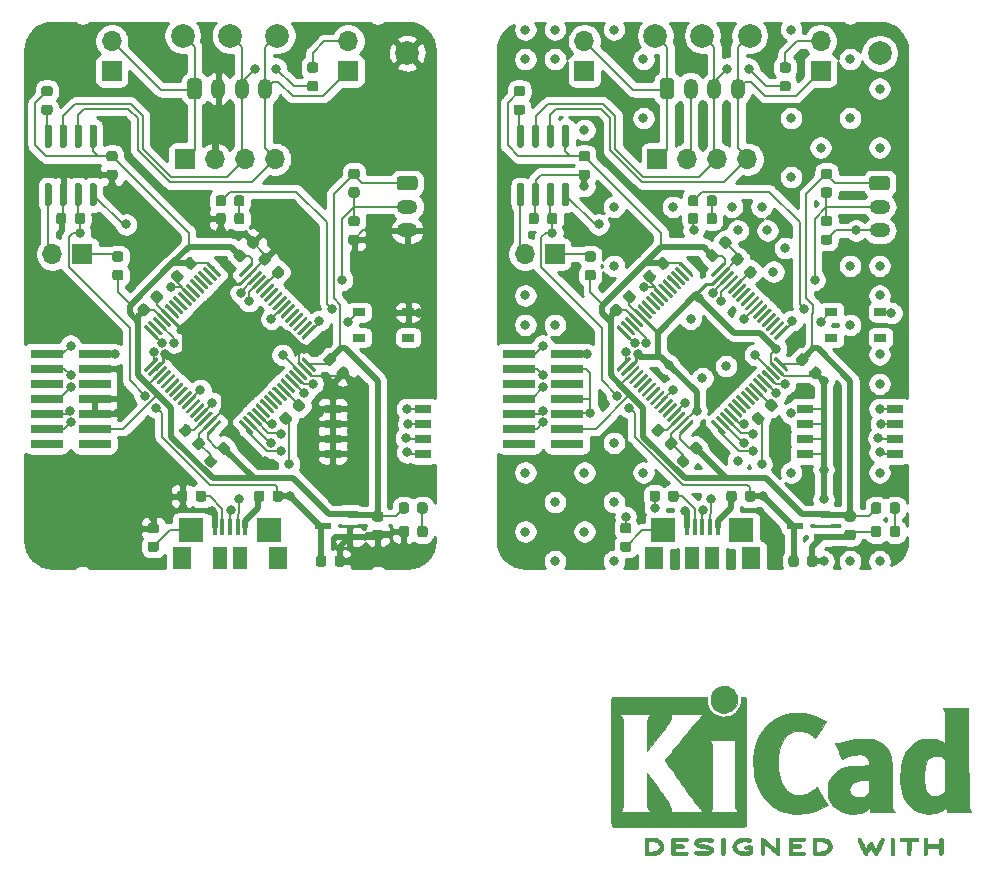
<source format=gtl>
G04 #@! TF.GenerationSoftware,KiCad,Pcbnew,(5.1.6)-1*
G04 #@! TF.CreationDate,2020-09-04T00:39:57+09:00*
G04 #@! TF.ProjectId,forMnu,666f724d-6e75-42e6-9b69-6361645f7063,rev?*
G04 #@! TF.SameCoordinates,Original*
G04 #@! TF.FileFunction,Copper,L1,Top*
G04 #@! TF.FilePolarity,Positive*
%FSLAX46Y46*%
G04 Gerber Fmt 4.6, Leading zero omitted, Abs format (unit mm)*
G04 Created by KiCad (PCBNEW (5.1.6)-1) date 2020-09-04 00:39:57*
%MOMM*%
%LPD*%
G01*
G04 APERTURE LIST*
G04 #@! TA.AperFunction,EtchedComponent*
%ADD10C,0.010000*%
G04 #@! TD*
G04 #@! TA.AperFunction,ComponentPad*
%ADD11O,1.700000X1.700000*%
G04 #@! TD*
G04 #@! TA.AperFunction,ComponentPad*
%ADD12R,1.700000X1.700000*%
G04 #@! TD*
G04 #@! TA.AperFunction,ComponentPad*
%ADD13O,1.750000X1.200000*%
G04 #@! TD*
G04 #@! TA.AperFunction,SMDPad,CuDef*
%ADD14R,2.790000X0.740000*%
G04 #@! TD*
G04 #@! TA.AperFunction,SMDPad,CuDef*
%ADD15R,1.200000X1.900000*%
G04 #@! TD*
G04 #@! TA.AperFunction,SMDPad,CuDef*
%ADD16R,1.600000X1.900000*%
G04 #@! TD*
G04 #@! TA.AperFunction,SMDPad,CuDef*
%ADD17R,2.100000X2.000000*%
G04 #@! TD*
G04 #@! TA.AperFunction,SMDPad,CuDef*
%ADD18R,0.400000X1.350000*%
G04 #@! TD*
G04 #@! TA.AperFunction,ComponentPad*
%ADD19C,2.000000*%
G04 #@! TD*
G04 #@! TA.AperFunction,SMDPad,CuDef*
%ADD20R,1.400000X0.600000*%
G04 #@! TD*
G04 #@! TA.AperFunction,ComponentPad*
%ADD21O,1.200000X1.750000*%
G04 #@! TD*
G04 #@! TA.AperFunction,SMDPad,CuDef*
%ADD22R,1.425000X0.750000*%
G04 #@! TD*
G04 #@! TA.AperFunction,SMDPad,CuDef*
%ADD23R,1.050000X0.650000*%
G04 #@! TD*
G04 #@! TA.AperFunction,ViaPad*
%ADD24C,0.800000*%
G04 #@! TD*
G04 #@! TA.AperFunction,Conductor*
%ADD25C,0.200000*%
G04 #@! TD*
G04 #@! TA.AperFunction,Conductor*
%ADD26C,0.500000*%
G04 #@! TD*
G04 #@! TA.AperFunction,Conductor*
%ADD27C,0.250000*%
G04 #@! TD*
G04 #@! TA.AperFunction,Conductor*
%ADD28C,0.254000*%
G04 #@! TD*
G04 #@! TA.AperFunction,NonConductor*
%ADD29C,0.254000*%
G04 #@! TD*
G04 APERTURE END LIST*
D10*
G36*
X65652554Y-83974541D02*
G01*
X66178756Y-83974613D01*
X66423697Y-83974623D01*
X70344301Y-83974623D01*
X70344301Y-84205734D01*
X70368968Y-84486976D01*
X70443416Y-84746359D01*
X70568314Y-84985424D01*
X70744330Y-85205714D01*
X70803882Y-85265210D01*
X71018105Y-85433971D01*
X71254310Y-85557052D01*
X71505483Y-85634510D01*
X71764607Y-85666399D01*
X72024667Y-85652776D01*
X72278647Y-85593697D01*
X72519531Y-85489217D01*
X72740304Y-85339393D01*
X72839457Y-85249001D01*
X73024227Y-85027376D01*
X73159716Y-84783661D01*
X73244744Y-84520643D01*
X73278128Y-84241106D01*
X73278572Y-84213606D01*
X73280322Y-83974632D01*
X73385355Y-83974628D01*
X73478530Y-83987273D01*
X73563644Y-84018040D01*
X73569269Y-84021219D01*
X73588492Y-84031194D01*
X73606145Y-84038962D01*
X73622292Y-84046787D01*
X73636995Y-84056930D01*
X73650319Y-84071655D01*
X73662328Y-84093225D01*
X73673085Y-84123901D01*
X73682654Y-84165947D01*
X73691099Y-84221626D01*
X73698484Y-84293199D01*
X73704873Y-84382930D01*
X73710329Y-84493082D01*
X73714916Y-84625916D01*
X73718698Y-84783696D01*
X73721740Y-84968684D01*
X73724103Y-85183144D01*
X73725853Y-85429337D01*
X73727053Y-85709527D01*
X73727768Y-86025975D01*
X73728060Y-86380946D01*
X73727993Y-86776700D01*
X73727632Y-87215502D01*
X73727040Y-87699614D01*
X73726281Y-88231298D01*
X73725419Y-88812817D01*
X73724518Y-89446433D01*
X73724413Y-89523629D01*
X73723605Y-90161287D01*
X73722919Y-90746582D01*
X73722283Y-91281778D01*
X73721624Y-91769136D01*
X73720869Y-92210917D01*
X73719947Y-92609382D01*
X73718784Y-92966795D01*
X73717307Y-93285415D01*
X73715445Y-93567506D01*
X73713124Y-93815328D01*
X73710271Y-94031143D01*
X73706815Y-94217213D01*
X73702682Y-94375800D01*
X73697800Y-94509164D01*
X73692096Y-94619569D01*
X73685498Y-94709275D01*
X73677932Y-94780544D01*
X73669327Y-94835638D01*
X73659610Y-94876818D01*
X73648707Y-94906346D01*
X73636547Y-94926484D01*
X73623057Y-94939493D01*
X73608163Y-94947636D01*
X73591794Y-94953173D01*
X73573877Y-94958366D01*
X73554339Y-94965477D01*
X73549566Y-94967642D01*
X73534566Y-94972506D01*
X73509459Y-94976976D01*
X73472054Y-94981066D01*
X73420158Y-94984793D01*
X73351580Y-94988173D01*
X73264127Y-94991221D01*
X73155606Y-94993954D01*
X73023826Y-94996387D01*
X72866594Y-94998537D01*
X72681719Y-95000419D01*
X72467007Y-95002049D01*
X72220266Y-95003443D01*
X71939306Y-95004617D01*
X71621932Y-95005587D01*
X71265953Y-95006369D01*
X70869178Y-95006979D01*
X70429412Y-95007432D01*
X69944465Y-95007745D01*
X69412144Y-95007934D01*
X68830257Y-95008013D01*
X68196611Y-95008000D01*
X67991356Y-95007980D01*
X67343653Y-95007876D01*
X66748356Y-95007706D01*
X66203245Y-95007453D01*
X65706103Y-95007098D01*
X65254710Y-95006626D01*
X64846849Y-95006018D01*
X64480300Y-95005258D01*
X64152846Y-95004327D01*
X63862268Y-95003209D01*
X63606348Y-95001886D01*
X63382867Y-95000341D01*
X63189606Y-94998557D01*
X63024348Y-94996516D01*
X62884873Y-94994201D01*
X62768963Y-94991594D01*
X62674400Y-94988678D01*
X62598966Y-94985436D01*
X62540442Y-94981851D01*
X62496609Y-94977905D01*
X62465248Y-94973581D01*
X62444143Y-94968862D01*
X62432637Y-94964540D01*
X62412188Y-94955916D01*
X62393413Y-94949557D01*
X62376240Y-94943203D01*
X62360598Y-94934597D01*
X62346416Y-94921480D01*
X62333623Y-94901594D01*
X62322148Y-94872679D01*
X62311920Y-94832479D01*
X62302867Y-94778733D01*
X62294920Y-94709185D01*
X62288006Y-94621574D01*
X62282055Y-94513644D01*
X62276995Y-94383135D01*
X62272755Y-94227789D01*
X62269265Y-94045348D01*
X62266453Y-93833553D01*
X62265717Y-93752258D01*
X62994639Y-93752258D01*
X65571013Y-93752258D01*
X65521439Y-93677150D01*
X65472122Y-93599968D01*
X65430360Y-93526469D01*
X65395559Y-93451512D01*
X65367123Y-93369953D01*
X65344460Y-93276648D01*
X65326975Y-93166453D01*
X65314074Y-93034225D01*
X65305163Y-92874820D01*
X65299648Y-92683095D01*
X65296936Y-92453907D01*
X65296431Y-92182112D01*
X65297541Y-91862566D01*
X65298170Y-91743932D01*
X65305268Y-90472123D01*
X66110967Y-91569010D01*
X66339221Y-91880183D01*
X66536975Y-92151143D01*
X66706365Y-92385478D01*
X66849527Y-92586780D01*
X66968595Y-92758637D01*
X67065705Y-92904640D01*
X67142993Y-93028378D01*
X67202593Y-93133441D01*
X67246641Y-93223420D01*
X67277272Y-93301903D01*
X67296622Y-93372480D01*
X67306825Y-93438742D01*
X67310017Y-93504277D01*
X67308333Y-93572677D01*
X67307903Y-93581274D01*
X67299032Y-93752372D01*
X68710764Y-93752315D01*
X70122495Y-93752258D01*
X69912484Y-93540500D01*
X69855496Y-93482582D01*
X69801434Y-93426225D01*
X69747924Y-93368322D01*
X69692596Y-93305764D01*
X69633075Y-93235443D01*
X69566989Y-93154251D01*
X69491966Y-93059081D01*
X69405633Y-92946823D01*
X69305617Y-92814370D01*
X69189546Y-92658614D01*
X69055048Y-92476446D01*
X68899749Y-92264760D01*
X68721278Y-92020446D01*
X68517260Y-91740397D01*
X68285325Y-91421504D01*
X68095218Y-91159920D01*
X67856628Y-90831292D01*
X67648492Y-90543957D01*
X67468925Y-90295187D01*
X67316043Y-90082254D01*
X67187959Y-89902430D01*
X67082788Y-89752986D01*
X66998645Y-89631196D01*
X66933643Y-89534331D01*
X66885897Y-89459662D01*
X66853523Y-89404463D01*
X66834634Y-89366004D01*
X66827345Y-89341559D01*
X66829536Y-89328706D01*
X66856087Y-89294504D01*
X66913492Y-89222108D01*
X66998287Y-89115820D01*
X67107008Y-88979945D01*
X67236192Y-88818784D01*
X67382374Y-88636643D01*
X67542091Y-88437822D01*
X67711879Y-88226627D01*
X67888274Y-88007359D01*
X68067813Y-87784323D01*
X68166565Y-87661720D01*
X70618452Y-87661720D01*
X70822258Y-88030430D01*
X70822258Y-93383548D01*
X70618452Y-93752258D01*
X71823889Y-93752258D01*
X72111659Y-93752174D01*
X72349353Y-93751797D01*
X72541518Y-93750935D01*
X72692702Y-93749400D01*
X72807452Y-93747000D01*
X72890315Y-93743546D01*
X72945838Y-93738849D01*
X72978570Y-93732717D01*
X72993057Y-93724961D01*
X72993847Y-93715391D01*
X72985487Y-93703817D01*
X72985401Y-93703721D01*
X72950964Y-93653907D01*
X72905363Y-93572910D01*
X72865092Y-93492055D01*
X72788709Y-93328925D01*
X72780919Y-90495322D01*
X72773129Y-87661720D01*
X70618452Y-87661720D01*
X68166565Y-87661720D01*
X68247031Y-87561821D01*
X68422464Y-87344157D01*
X68590650Y-87135633D01*
X68748123Y-86940554D01*
X68891421Y-86763221D01*
X69017079Y-86607939D01*
X69121634Y-86479010D01*
X69201621Y-86380738D01*
X69248602Y-86323441D01*
X69431037Y-86109180D01*
X69606548Y-85915830D01*
X69768984Y-85749720D01*
X69912195Y-85617180D01*
X70013829Y-85535921D01*
X70134002Y-85449462D01*
X67370160Y-85449462D01*
X67370936Y-85611646D01*
X67363212Y-85730883D01*
X67334172Y-85841426D01*
X67289218Y-85946216D01*
X67259996Y-86005416D01*
X67228577Y-86064074D01*
X67192091Y-86126086D01*
X67147669Y-86195345D01*
X67092439Y-86275746D01*
X67023531Y-86371181D01*
X66938077Y-86485547D01*
X66833204Y-86622735D01*
X66706045Y-86786642D01*
X66553727Y-86981160D01*
X66373382Y-87210185D01*
X66162138Y-87477609D01*
X66138279Y-87507783D01*
X65305268Y-88561195D01*
X65297204Y-87394522D01*
X65295580Y-87045069D01*
X65295926Y-86749230D01*
X65298258Y-86506030D01*
X65302593Y-86314493D01*
X65308949Y-86173644D01*
X65317341Y-86082508D01*
X65320162Y-86065220D01*
X65364416Y-85883117D01*
X65422398Y-85718950D01*
X65488563Y-85586954D01*
X65528313Y-85530972D01*
X65596898Y-85449462D01*
X64295547Y-85449462D01*
X63985115Y-85449728D01*
X63725523Y-85450591D01*
X63512986Y-85452154D01*
X63343724Y-85454517D01*
X63213952Y-85457780D01*
X63119889Y-85462045D01*
X63057752Y-85467413D01*
X63023759Y-85473983D01*
X63014126Y-85481858D01*
X63014792Y-85483602D01*
X63042380Y-85525243D01*
X63088436Y-85591248D01*
X63112265Y-85624631D01*
X63136901Y-85657944D01*
X63159045Y-85687734D01*
X63178836Y-85716933D01*
X63196414Y-85748474D01*
X63211919Y-85785286D01*
X63225489Y-85830303D01*
X63237264Y-85886455D01*
X63247384Y-85956675D01*
X63255987Y-86043894D01*
X63263214Y-86151043D01*
X63269204Y-86281055D01*
X63274096Y-86436861D01*
X63278029Y-86621393D01*
X63281143Y-86837581D01*
X63283578Y-87088359D01*
X63285473Y-87376658D01*
X63286967Y-87705409D01*
X63288199Y-88077543D01*
X63289310Y-88495994D01*
X63290438Y-88963691D01*
X63291492Y-89393354D01*
X63292488Y-89872353D01*
X63293006Y-90329362D01*
X63293059Y-90761464D01*
X63292662Y-91165738D01*
X63291828Y-91539265D01*
X63290571Y-91879127D01*
X63288906Y-92182404D01*
X63286844Y-92446177D01*
X63284401Y-92667527D01*
X63281590Y-92843535D01*
X63278424Y-92971283D01*
X63274918Y-93047849D01*
X63274255Y-93055941D01*
X63250095Y-93241568D01*
X63212376Y-93390647D01*
X63154936Y-93520750D01*
X63071611Y-93649452D01*
X63061189Y-93663494D01*
X62994639Y-93752258D01*
X62265717Y-93752258D01*
X62264248Y-93590145D01*
X62262579Y-93312867D01*
X62261375Y-92999459D01*
X62260565Y-92647664D01*
X62260078Y-92255223D01*
X62259844Y-91819877D01*
X62259789Y-91339368D01*
X62259844Y-90811438D01*
X62259938Y-90233828D01*
X62259998Y-89604279D01*
X62260000Y-89479301D01*
X62260035Y-88843122D01*
X62260153Y-88259325D01*
X62260372Y-87725668D01*
X62260708Y-87239909D01*
X62261178Y-86799805D01*
X62261802Y-86403116D01*
X62262594Y-86047599D01*
X62263574Y-85731012D01*
X62264758Y-85451113D01*
X62266164Y-85205661D01*
X62267810Y-84992413D01*
X62269712Y-84809128D01*
X62271887Y-84653564D01*
X62274355Y-84523478D01*
X62277131Y-84416629D01*
X62280233Y-84330775D01*
X62283679Y-84263674D01*
X62287485Y-84213084D01*
X62291670Y-84176764D01*
X62296251Y-84152470D01*
X62301245Y-84137962D01*
X62301430Y-84137600D01*
X62311715Y-84115437D01*
X62320282Y-84095372D01*
X62329759Y-84077301D01*
X62342774Y-84061121D01*
X62361957Y-84046726D01*
X62389935Y-84034014D01*
X62429337Y-84022880D01*
X62482792Y-84013221D01*
X62552929Y-84004932D01*
X62642376Y-83997910D01*
X62753762Y-83992050D01*
X62889716Y-83987250D01*
X63052865Y-83983404D01*
X63245839Y-83980409D01*
X63471267Y-83978161D01*
X63731776Y-83976556D01*
X64029996Y-83975491D01*
X64368555Y-83974860D01*
X64750082Y-83974561D01*
X65177206Y-83974490D01*
X65652554Y-83974541D01*
G37*
X65652554Y-83974541D02*
X66178756Y-83974613D01*
X66423697Y-83974623D01*
X70344301Y-83974623D01*
X70344301Y-84205734D01*
X70368968Y-84486976D01*
X70443416Y-84746359D01*
X70568314Y-84985424D01*
X70744330Y-85205714D01*
X70803882Y-85265210D01*
X71018105Y-85433971D01*
X71254310Y-85557052D01*
X71505483Y-85634510D01*
X71764607Y-85666399D01*
X72024667Y-85652776D01*
X72278647Y-85593697D01*
X72519531Y-85489217D01*
X72740304Y-85339393D01*
X72839457Y-85249001D01*
X73024227Y-85027376D01*
X73159716Y-84783661D01*
X73244744Y-84520643D01*
X73278128Y-84241106D01*
X73278572Y-84213606D01*
X73280322Y-83974632D01*
X73385355Y-83974628D01*
X73478530Y-83987273D01*
X73563644Y-84018040D01*
X73569269Y-84021219D01*
X73588492Y-84031194D01*
X73606145Y-84038962D01*
X73622292Y-84046787D01*
X73636995Y-84056930D01*
X73650319Y-84071655D01*
X73662328Y-84093225D01*
X73673085Y-84123901D01*
X73682654Y-84165947D01*
X73691099Y-84221626D01*
X73698484Y-84293199D01*
X73704873Y-84382930D01*
X73710329Y-84493082D01*
X73714916Y-84625916D01*
X73718698Y-84783696D01*
X73721740Y-84968684D01*
X73724103Y-85183144D01*
X73725853Y-85429337D01*
X73727053Y-85709527D01*
X73727768Y-86025975D01*
X73728060Y-86380946D01*
X73727993Y-86776700D01*
X73727632Y-87215502D01*
X73727040Y-87699614D01*
X73726281Y-88231298D01*
X73725419Y-88812817D01*
X73724518Y-89446433D01*
X73724413Y-89523629D01*
X73723605Y-90161287D01*
X73722919Y-90746582D01*
X73722283Y-91281778D01*
X73721624Y-91769136D01*
X73720869Y-92210917D01*
X73719947Y-92609382D01*
X73718784Y-92966795D01*
X73717307Y-93285415D01*
X73715445Y-93567506D01*
X73713124Y-93815328D01*
X73710271Y-94031143D01*
X73706815Y-94217213D01*
X73702682Y-94375800D01*
X73697800Y-94509164D01*
X73692096Y-94619569D01*
X73685498Y-94709275D01*
X73677932Y-94780544D01*
X73669327Y-94835638D01*
X73659610Y-94876818D01*
X73648707Y-94906346D01*
X73636547Y-94926484D01*
X73623057Y-94939493D01*
X73608163Y-94947636D01*
X73591794Y-94953173D01*
X73573877Y-94958366D01*
X73554339Y-94965477D01*
X73549566Y-94967642D01*
X73534566Y-94972506D01*
X73509459Y-94976976D01*
X73472054Y-94981066D01*
X73420158Y-94984793D01*
X73351580Y-94988173D01*
X73264127Y-94991221D01*
X73155606Y-94993954D01*
X73023826Y-94996387D01*
X72866594Y-94998537D01*
X72681719Y-95000419D01*
X72467007Y-95002049D01*
X72220266Y-95003443D01*
X71939306Y-95004617D01*
X71621932Y-95005587D01*
X71265953Y-95006369D01*
X70869178Y-95006979D01*
X70429412Y-95007432D01*
X69944465Y-95007745D01*
X69412144Y-95007934D01*
X68830257Y-95008013D01*
X68196611Y-95008000D01*
X67991356Y-95007980D01*
X67343653Y-95007876D01*
X66748356Y-95007706D01*
X66203245Y-95007453D01*
X65706103Y-95007098D01*
X65254710Y-95006626D01*
X64846849Y-95006018D01*
X64480300Y-95005258D01*
X64152846Y-95004327D01*
X63862268Y-95003209D01*
X63606348Y-95001886D01*
X63382867Y-95000341D01*
X63189606Y-94998557D01*
X63024348Y-94996516D01*
X62884873Y-94994201D01*
X62768963Y-94991594D01*
X62674400Y-94988678D01*
X62598966Y-94985436D01*
X62540442Y-94981851D01*
X62496609Y-94977905D01*
X62465248Y-94973581D01*
X62444143Y-94968862D01*
X62432637Y-94964540D01*
X62412188Y-94955916D01*
X62393413Y-94949557D01*
X62376240Y-94943203D01*
X62360598Y-94934597D01*
X62346416Y-94921480D01*
X62333623Y-94901594D01*
X62322148Y-94872679D01*
X62311920Y-94832479D01*
X62302867Y-94778733D01*
X62294920Y-94709185D01*
X62288006Y-94621574D01*
X62282055Y-94513644D01*
X62276995Y-94383135D01*
X62272755Y-94227789D01*
X62269265Y-94045348D01*
X62266453Y-93833553D01*
X62265717Y-93752258D01*
X62994639Y-93752258D01*
X65571013Y-93752258D01*
X65521439Y-93677150D01*
X65472122Y-93599968D01*
X65430360Y-93526469D01*
X65395559Y-93451512D01*
X65367123Y-93369953D01*
X65344460Y-93276648D01*
X65326975Y-93166453D01*
X65314074Y-93034225D01*
X65305163Y-92874820D01*
X65299648Y-92683095D01*
X65296936Y-92453907D01*
X65296431Y-92182112D01*
X65297541Y-91862566D01*
X65298170Y-91743932D01*
X65305268Y-90472123D01*
X66110967Y-91569010D01*
X66339221Y-91880183D01*
X66536975Y-92151143D01*
X66706365Y-92385478D01*
X66849527Y-92586780D01*
X66968595Y-92758637D01*
X67065705Y-92904640D01*
X67142993Y-93028378D01*
X67202593Y-93133441D01*
X67246641Y-93223420D01*
X67277272Y-93301903D01*
X67296622Y-93372480D01*
X67306825Y-93438742D01*
X67310017Y-93504277D01*
X67308333Y-93572677D01*
X67307903Y-93581274D01*
X67299032Y-93752372D01*
X68710764Y-93752315D01*
X70122495Y-93752258D01*
X69912484Y-93540500D01*
X69855496Y-93482582D01*
X69801434Y-93426225D01*
X69747924Y-93368322D01*
X69692596Y-93305764D01*
X69633075Y-93235443D01*
X69566989Y-93154251D01*
X69491966Y-93059081D01*
X69405633Y-92946823D01*
X69305617Y-92814370D01*
X69189546Y-92658614D01*
X69055048Y-92476446D01*
X68899749Y-92264760D01*
X68721278Y-92020446D01*
X68517260Y-91740397D01*
X68285325Y-91421504D01*
X68095218Y-91159920D01*
X67856628Y-90831292D01*
X67648492Y-90543957D01*
X67468925Y-90295187D01*
X67316043Y-90082254D01*
X67187959Y-89902430D01*
X67082788Y-89752986D01*
X66998645Y-89631196D01*
X66933643Y-89534331D01*
X66885897Y-89459662D01*
X66853523Y-89404463D01*
X66834634Y-89366004D01*
X66827345Y-89341559D01*
X66829536Y-89328706D01*
X66856087Y-89294504D01*
X66913492Y-89222108D01*
X66998287Y-89115820D01*
X67107008Y-88979945D01*
X67236192Y-88818784D01*
X67382374Y-88636643D01*
X67542091Y-88437822D01*
X67711879Y-88226627D01*
X67888274Y-88007359D01*
X68067813Y-87784323D01*
X68166565Y-87661720D01*
X70618452Y-87661720D01*
X70822258Y-88030430D01*
X70822258Y-93383548D01*
X70618452Y-93752258D01*
X71823889Y-93752258D01*
X72111659Y-93752174D01*
X72349353Y-93751797D01*
X72541518Y-93750935D01*
X72692702Y-93749400D01*
X72807452Y-93747000D01*
X72890315Y-93743546D01*
X72945838Y-93738849D01*
X72978570Y-93732717D01*
X72993057Y-93724961D01*
X72993847Y-93715391D01*
X72985487Y-93703817D01*
X72985401Y-93703721D01*
X72950964Y-93653907D01*
X72905363Y-93572910D01*
X72865092Y-93492055D01*
X72788709Y-93328925D01*
X72780919Y-90495322D01*
X72773129Y-87661720D01*
X70618452Y-87661720D01*
X68166565Y-87661720D01*
X68247031Y-87561821D01*
X68422464Y-87344157D01*
X68590650Y-87135633D01*
X68748123Y-86940554D01*
X68891421Y-86763221D01*
X69017079Y-86607939D01*
X69121634Y-86479010D01*
X69201621Y-86380738D01*
X69248602Y-86323441D01*
X69431037Y-86109180D01*
X69606548Y-85915830D01*
X69768984Y-85749720D01*
X69912195Y-85617180D01*
X70013829Y-85535921D01*
X70134002Y-85449462D01*
X67370160Y-85449462D01*
X67370936Y-85611646D01*
X67363212Y-85730883D01*
X67334172Y-85841426D01*
X67289218Y-85946216D01*
X67259996Y-86005416D01*
X67228577Y-86064074D01*
X67192091Y-86126086D01*
X67147669Y-86195345D01*
X67092439Y-86275746D01*
X67023531Y-86371181D01*
X66938077Y-86485547D01*
X66833204Y-86622735D01*
X66706045Y-86786642D01*
X66553727Y-86981160D01*
X66373382Y-87210185D01*
X66162138Y-87477609D01*
X66138279Y-87507783D01*
X65305268Y-88561195D01*
X65297204Y-87394522D01*
X65295580Y-87045069D01*
X65295926Y-86749230D01*
X65298258Y-86506030D01*
X65302593Y-86314493D01*
X65308949Y-86173644D01*
X65317341Y-86082508D01*
X65320162Y-86065220D01*
X65364416Y-85883117D01*
X65422398Y-85718950D01*
X65488563Y-85586954D01*
X65528313Y-85530972D01*
X65596898Y-85449462D01*
X64295547Y-85449462D01*
X63985115Y-85449728D01*
X63725523Y-85450591D01*
X63512986Y-85452154D01*
X63343724Y-85454517D01*
X63213952Y-85457780D01*
X63119889Y-85462045D01*
X63057752Y-85467413D01*
X63023759Y-85473983D01*
X63014126Y-85481858D01*
X63014792Y-85483602D01*
X63042380Y-85525243D01*
X63088436Y-85591248D01*
X63112265Y-85624631D01*
X63136901Y-85657944D01*
X63159045Y-85687734D01*
X63178836Y-85716933D01*
X63196414Y-85748474D01*
X63211919Y-85785286D01*
X63225489Y-85830303D01*
X63237264Y-85886455D01*
X63247384Y-85956675D01*
X63255987Y-86043894D01*
X63263214Y-86151043D01*
X63269204Y-86281055D01*
X63274096Y-86436861D01*
X63278029Y-86621393D01*
X63281143Y-86837581D01*
X63283578Y-87088359D01*
X63285473Y-87376658D01*
X63286967Y-87705409D01*
X63288199Y-88077543D01*
X63289310Y-88495994D01*
X63290438Y-88963691D01*
X63291492Y-89393354D01*
X63292488Y-89872353D01*
X63293006Y-90329362D01*
X63293059Y-90761464D01*
X63292662Y-91165738D01*
X63291828Y-91539265D01*
X63290571Y-91879127D01*
X63288906Y-92182404D01*
X63286844Y-92446177D01*
X63284401Y-92667527D01*
X63281590Y-92843535D01*
X63278424Y-92971283D01*
X63274918Y-93047849D01*
X63274255Y-93055941D01*
X63250095Y-93241568D01*
X63212376Y-93390647D01*
X63154936Y-93520750D01*
X63071611Y-93649452D01*
X63061189Y-93663494D01*
X62994639Y-93752258D01*
X62265717Y-93752258D01*
X62264248Y-93590145D01*
X62262579Y-93312867D01*
X62261375Y-92999459D01*
X62260565Y-92647664D01*
X62260078Y-92255223D01*
X62259844Y-91819877D01*
X62259789Y-91339368D01*
X62259844Y-90811438D01*
X62259938Y-90233828D01*
X62259998Y-89604279D01*
X62260000Y-89479301D01*
X62260035Y-88843122D01*
X62260153Y-88259325D01*
X62260372Y-87725668D01*
X62260708Y-87239909D01*
X62261178Y-86799805D01*
X62261802Y-86403116D01*
X62262594Y-86047599D01*
X62263574Y-85731012D01*
X62264758Y-85451113D01*
X62266164Y-85205661D01*
X62267810Y-84992413D01*
X62269712Y-84809128D01*
X62271887Y-84653564D01*
X62274355Y-84523478D01*
X62277131Y-84416629D01*
X62280233Y-84330775D01*
X62283679Y-84263674D01*
X62287485Y-84213084D01*
X62291670Y-84176764D01*
X62296251Y-84152470D01*
X62301245Y-84137962D01*
X62301430Y-84137600D01*
X62311715Y-84115437D01*
X62320282Y-84095372D01*
X62329759Y-84077301D01*
X62342774Y-84061121D01*
X62361957Y-84046726D01*
X62389935Y-84034014D01*
X62429337Y-84022880D01*
X62482792Y-84013221D01*
X62552929Y-84004932D01*
X62642376Y-83997910D01*
X62753762Y-83992050D01*
X62889716Y-83987250D01*
X63052865Y-83983404D01*
X63245839Y-83980409D01*
X63471267Y-83978161D01*
X63731776Y-83976556D01*
X64029996Y-83975491D01*
X64368555Y-83974860D01*
X64750082Y-83974561D01*
X65177206Y-83974490D01*
X65652554Y-83974541D01*
G36*
X78375193Y-85340777D02*
G01*
X78669706Y-85373019D01*
X78955039Y-85430729D01*
X79242800Y-85516917D01*
X79544596Y-85634593D01*
X79872034Y-85786767D01*
X79931001Y-85816243D01*
X80066324Y-85882910D01*
X80193951Y-85942939D01*
X80301287Y-85990599D01*
X80375736Y-86020155D01*
X80387173Y-86023876D01*
X80496774Y-86056714D01*
X80006155Y-86770453D01*
X79886206Y-86944895D01*
X79776539Y-87104270D01*
X79680883Y-87243168D01*
X79602969Y-87356178D01*
X79546525Y-87437890D01*
X79515281Y-87482891D01*
X79510205Y-87490018D01*
X79489588Y-87475117D01*
X79438839Y-87430320D01*
X79367034Y-87363765D01*
X79327406Y-87326147D01*
X79102882Y-87147568D01*
X78850726Y-87011868D01*
X78633440Y-86937537D01*
X78503007Y-86914193D01*
X78339693Y-86899967D01*
X78162707Y-86895124D01*
X77991256Y-86899926D01*
X77844548Y-86914638D01*
X77786007Y-86925905D01*
X77522147Y-87016685D01*
X77284378Y-87155296D01*
X77072876Y-87341485D01*
X76887816Y-87574999D01*
X76729375Y-87855584D01*
X76597729Y-88182987D01*
X76493054Y-88556955D01*
X76430845Y-88877097D01*
X76414614Y-89018426D01*
X76403556Y-89201004D01*
X76397563Y-89411709D01*
X76396527Y-89637422D01*
X76400343Y-89865022D01*
X76408903Y-90081389D01*
X76422101Y-90273402D01*
X76439830Y-90427943D01*
X76443667Y-90451786D01*
X76528251Y-90835860D01*
X76643495Y-91175783D01*
X76790103Y-91473078D01*
X76968774Y-91729268D01*
X77095600Y-91867775D01*
X77323525Y-92055828D01*
X77573488Y-92195220D01*
X77841270Y-92285195D01*
X78122656Y-92324994D01*
X78413429Y-92313857D01*
X78709373Y-92251026D01*
X78884340Y-92189547D01*
X79126466Y-92066436D01*
X79376020Y-91889837D01*
X79515809Y-91770412D01*
X79594301Y-91701291D01*
X79655970Y-91650579D01*
X79691072Y-91626144D01*
X79695430Y-91625398D01*
X79711097Y-91650367D01*
X79751692Y-91716348D01*
X79813757Y-91817685D01*
X79893833Y-91948721D01*
X79988462Y-92103800D01*
X80094186Y-92277265D01*
X80153033Y-92373896D01*
X80602526Y-93112201D01*
X80041317Y-93389549D01*
X79838404Y-93489172D01*
X79674027Y-93567729D01*
X79538139Y-93629122D01*
X79420691Y-93677253D01*
X79311636Y-93716023D01*
X79200926Y-93749333D01*
X79078513Y-93781086D01*
X78961182Y-93808969D01*
X78856895Y-93830546D01*
X78747832Y-93846851D01*
X78623073Y-93858791D01*
X78471703Y-93867270D01*
X78282801Y-93873192D01*
X78155483Y-93875749D01*
X77973823Y-93877494D01*
X77799633Y-93876614D01*
X77644443Y-93873360D01*
X77519777Y-93867984D01*
X77437166Y-93860735D01*
X77432270Y-93860012D01*
X77003291Y-93767205D01*
X76600449Y-93626449D01*
X76223888Y-93437839D01*
X75873748Y-93201466D01*
X75550172Y-92917424D01*
X75253300Y-92585805D01*
X75038299Y-92291075D01*
X74809411Y-91905298D01*
X74624389Y-91497895D01*
X74482338Y-91065600D01*
X74382364Y-90605146D01*
X74323572Y-90113267D01*
X74305049Y-89613799D01*
X74320283Y-89130634D01*
X74368156Y-88684842D01*
X74450189Y-88268905D01*
X74567903Y-87875304D01*
X74722819Y-87496518D01*
X74741317Y-87457275D01*
X74945106Y-87090440D01*
X75195402Y-86741360D01*
X75485115Y-86417260D01*
X75807154Y-86125366D01*
X76154426Y-85872904D01*
X76478013Y-85687714D01*
X76804904Y-85542670D01*
X77132489Y-85437603D01*
X77473448Y-85369653D01*
X77840465Y-85335960D01*
X78059892Y-85330992D01*
X78375193Y-85340777D01*
G37*
X78375193Y-85340777D02*
X78669706Y-85373019D01*
X78955039Y-85430729D01*
X79242800Y-85516917D01*
X79544596Y-85634593D01*
X79872034Y-85786767D01*
X79931001Y-85816243D01*
X80066324Y-85882910D01*
X80193951Y-85942939D01*
X80301287Y-85990599D01*
X80375736Y-86020155D01*
X80387173Y-86023876D01*
X80496774Y-86056714D01*
X80006155Y-86770453D01*
X79886206Y-86944895D01*
X79776539Y-87104270D01*
X79680883Y-87243168D01*
X79602969Y-87356178D01*
X79546525Y-87437890D01*
X79515281Y-87482891D01*
X79510205Y-87490018D01*
X79489588Y-87475117D01*
X79438839Y-87430320D01*
X79367034Y-87363765D01*
X79327406Y-87326147D01*
X79102882Y-87147568D01*
X78850726Y-87011868D01*
X78633440Y-86937537D01*
X78503007Y-86914193D01*
X78339693Y-86899967D01*
X78162707Y-86895124D01*
X77991256Y-86899926D01*
X77844548Y-86914638D01*
X77786007Y-86925905D01*
X77522147Y-87016685D01*
X77284378Y-87155296D01*
X77072876Y-87341485D01*
X76887816Y-87574999D01*
X76729375Y-87855584D01*
X76597729Y-88182987D01*
X76493054Y-88556955D01*
X76430845Y-88877097D01*
X76414614Y-89018426D01*
X76403556Y-89201004D01*
X76397563Y-89411709D01*
X76396527Y-89637422D01*
X76400343Y-89865022D01*
X76408903Y-90081389D01*
X76422101Y-90273402D01*
X76439830Y-90427943D01*
X76443667Y-90451786D01*
X76528251Y-90835860D01*
X76643495Y-91175783D01*
X76790103Y-91473078D01*
X76968774Y-91729268D01*
X77095600Y-91867775D01*
X77323525Y-92055828D01*
X77573488Y-92195220D01*
X77841270Y-92285195D01*
X78122656Y-92324994D01*
X78413429Y-92313857D01*
X78709373Y-92251026D01*
X78884340Y-92189547D01*
X79126466Y-92066436D01*
X79376020Y-91889837D01*
X79515809Y-91770412D01*
X79594301Y-91701291D01*
X79655970Y-91650579D01*
X79691072Y-91626144D01*
X79695430Y-91625398D01*
X79711097Y-91650367D01*
X79751692Y-91716348D01*
X79813757Y-91817685D01*
X79893833Y-91948721D01*
X79988462Y-92103800D01*
X80094186Y-92277265D01*
X80153033Y-92373896D01*
X80602526Y-93112201D01*
X80041317Y-93389549D01*
X79838404Y-93489172D01*
X79674027Y-93567729D01*
X79538139Y-93629122D01*
X79420691Y-93677253D01*
X79311636Y-93716023D01*
X79200926Y-93749333D01*
X79078513Y-93781086D01*
X78961182Y-93808969D01*
X78856895Y-93830546D01*
X78747832Y-93846851D01*
X78623073Y-93858791D01*
X78471703Y-93867270D01*
X78282801Y-93873192D01*
X78155483Y-93875749D01*
X77973823Y-93877494D01*
X77799633Y-93876614D01*
X77644443Y-93873360D01*
X77519777Y-93867984D01*
X77437166Y-93860735D01*
X77432270Y-93860012D01*
X77003291Y-93767205D01*
X76600449Y-93626449D01*
X76223888Y-93437839D01*
X75873748Y-93201466D01*
X75550172Y-92917424D01*
X75253300Y-92585805D01*
X75038299Y-92291075D01*
X74809411Y-91905298D01*
X74624389Y-91497895D01*
X74482338Y-91065600D01*
X74382364Y-90605146D01*
X74323572Y-90113267D01*
X74305049Y-89613799D01*
X74320283Y-89130634D01*
X74368156Y-88684842D01*
X74450189Y-88268905D01*
X74567903Y-87875304D01*
X74722819Y-87496518D01*
X74741317Y-87457275D01*
X74945106Y-87090440D01*
X75195402Y-86741360D01*
X75485115Y-86417260D01*
X75807154Y-86125366D01*
X76154426Y-85872904D01*
X76478013Y-85687714D01*
X76804904Y-85542670D01*
X77132489Y-85437603D01*
X77473448Y-85369653D01*
X77840465Y-85335960D01*
X78059892Y-85330992D01*
X78375193Y-85340777D01*
G36*
X83800951Y-87536368D02*
G01*
X83936272Y-87546611D01*
X84323442Y-87598122D01*
X84666321Y-87680283D01*
X84966580Y-87794222D01*
X85225888Y-87941072D01*
X85445916Y-88121962D01*
X85628334Y-88338022D01*
X85774811Y-88590384D01*
X85881771Y-88863441D01*
X85908921Y-88950541D01*
X85932564Y-89032107D01*
X85952977Y-89112529D01*
X85970439Y-89196199D01*
X85985230Y-89287508D01*
X85997627Y-89390847D01*
X86007911Y-89510609D01*
X86016358Y-89651183D01*
X86023248Y-89816962D01*
X86028861Y-90012336D01*
X86033473Y-90241698D01*
X86037365Y-90509437D01*
X86040815Y-90819947D01*
X86044102Y-91177618D01*
X86046451Y-91458064D01*
X86062258Y-93383548D01*
X86164677Y-93568843D01*
X86213175Y-93658111D01*
X86249266Y-93727448D01*
X86266483Y-93764354D01*
X86267096Y-93766854D01*
X86240780Y-93769715D01*
X86165811Y-93772351D01*
X86048161Y-93774689D01*
X85893800Y-93776653D01*
X85708700Y-93778170D01*
X85498832Y-93779165D01*
X85270167Y-93779565D01*
X85242903Y-93779570D01*
X84218709Y-93779570D01*
X84218709Y-93547419D01*
X84216963Y-93442507D01*
X84212302Y-93362271D01*
X84205596Y-93319251D01*
X84202632Y-93315269D01*
X84175523Y-93331950D01*
X84119731Y-93375731D01*
X84047215Y-93437216D01*
X84045589Y-93438638D01*
X83913257Y-93537160D01*
X83746133Y-93636089D01*
X83563100Y-93725706D01*
X83383043Y-93796293D01*
X83303763Y-93820414D01*
X83145991Y-93851051D01*
X82952397Y-93870602D01*
X82740704Y-93878787D01*
X82528632Y-93875327D01*
X82333904Y-93859945D01*
X82197634Y-93837811D01*
X81863454Y-93739676D01*
X81562603Y-93599819D01*
X81297039Y-93419974D01*
X81068721Y-93201876D01*
X80879606Y-92947261D01*
X80731653Y-92657864D01*
X80667825Y-92482258D01*
X80627823Y-92311576D01*
X80601313Y-92106678D01*
X80589047Y-91886464D01*
X80589450Y-91854420D01*
X82436612Y-91854420D01*
X82451930Y-92018053D01*
X82502935Y-92154042D01*
X82597204Y-92280208D01*
X82633411Y-92317203D01*
X82762120Y-92417221D01*
X82910885Y-92481294D01*
X83089113Y-92512309D01*
X83276798Y-92514593D01*
X83454814Y-92499514D01*
X83591112Y-92470021D01*
X83650306Y-92447869D01*
X83756995Y-92387496D01*
X83870037Y-92302589D01*
X83973175Y-92207295D01*
X84050151Y-92115760D01*
X84070591Y-92082181D01*
X84086481Y-92035157D01*
X84097778Y-91960333D01*
X84105009Y-91850560D01*
X84108700Y-91698692D01*
X84109462Y-91554155D01*
X84108946Y-91385644D01*
X84106860Y-91263799D01*
X84102402Y-91180666D01*
X84094765Y-91128292D01*
X84083146Y-91098726D01*
X84066740Y-91084013D01*
X84061666Y-91081670D01*
X84017570Y-91074453D01*
X83930600Y-91068550D01*
X83812500Y-91064493D01*
X83675014Y-91062815D01*
X83645161Y-91062813D01*
X83461386Y-91065746D01*
X83319407Y-91074469D01*
X83206591Y-91090177D01*
X83113402Y-91113118D01*
X82882246Y-91200535D01*
X82700973Y-91308010D01*
X82568014Y-91437262D01*
X82481801Y-91590010D01*
X82440762Y-91767972D01*
X82436612Y-91854420D01*
X80589450Y-91854420D01*
X80591776Y-91669834D01*
X80610252Y-91475689D01*
X80624664Y-91397252D01*
X80716690Y-91106017D01*
X80856623Y-90838054D01*
X81041823Y-90595932D01*
X81269648Y-90382221D01*
X81537457Y-90199492D01*
X81842607Y-90050314D01*
X82102043Y-89959727D01*
X82275434Y-89912136D01*
X82441282Y-89875155D01*
X82610329Y-89847585D01*
X82793317Y-89828224D01*
X83000989Y-89815871D01*
X83244087Y-89809326D01*
X83463872Y-89807483D01*
X84115594Y-89805699D01*
X84103109Y-89609798D01*
X84067657Y-89397243D01*
X83992241Y-89214543D01*
X83880073Y-89066262D01*
X83734364Y-88956960D01*
X83606064Y-88903624D01*
X83422235Y-88870010D01*
X83203394Y-88865183D01*
X82959800Y-88887363D01*
X82701710Y-88934772D01*
X82439385Y-89005629D01*
X82183082Y-89098155D01*
X81996824Y-89182778D01*
X81907211Y-89226231D01*
X81838858Y-89256580D01*
X81804097Y-89268423D01*
X81802211Y-89268043D01*
X81790215Y-89241518D01*
X81760262Y-89171210D01*
X81715170Y-89063855D01*
X81657757Y-88926190D01*
X81590842Y-88764949D01*
X81522824Y-88600395D01*
X81250897Y-87941328D01*
X81444319Y-87909559D01*
X81528154Y-87893619D01*
X81654183Y-87866847D01*
X81811608Y-87831673D01*
X81989633Y-87790528D01*
X82177463Y-87745842D01*
X82252258Y-87727683D01*
X82575838Y-87652631D01*
X82859132Y-87596362D01*
X83112715Y-87557738D01*
X83347162Y-87535623D01*
X83573049Y-87528878D01*
X83800951Y-87536368D01*
G37*
X83800951Y-87536368D02*
X83936272Y-87546611D01*
X84323442Y-87598122D01*
X84666321Y-87680283D01*
X84966580Y-87794222D01*
X85225888Y-87941072D01*
X85445916Y-88121962D01*
X85628334Y-88338022D01*
X85774811Y-88590384D01*
X85881771Y-88863441D01*
X85908921Y-88950541D01*
X85932564Y-89032107D01*
X85952977Y-89112529D01*
X85970439Y-89196199D01*
X85985230Y-89287508D01*
X85997627Y-89390847D01*
X86007911Y-89510609D01*
X86016358Y-89651183D01*
X86023248Y-89816962D01*
X86028861Y-90012336D01*
X86033473Y-90241698D01*
X86037365Y-90509437D01*
X86040815Y-90819947D01*
X86044102Y-91177618D01*
X86046451Y-91458064D01*
X86062258Y-93383548D01*
X86164677Y-93568843D01*
X86213175Y-93658111D01*
X86249266Y-93727448D01*
X86266483Y-93764354D01*
X86267096Y-93766854D01*
X86240780Y-93769715D01*
X86165811Y-93772351D01*
X86048161Y-93774689D01*
X85893800Y-93776653D01*
X85708700Y-93778170D01*
X85498832Y-93779165D01*
X85270167Y-93779565D01*
X85242903Y-93779570D01*
X84218709Y-93779570D01*
X84218709Y-93547419D01*
X84216963Y-93442507D01*
X84212302Y-93362271D01*
X84205596Y-93319251D01*
X84202632Y-93315269D01*
X84175523Y-93331950D01*
X84119731Y-93375731D01*
X84047215Y-93437216D01*
X84045589Y-93438638D01*
X83913257Y-93537160D01*
X83746133Y-93636089D01*
X83563100Y-93725706D01*
X83383043Y-93796293D01*
X83303763Y-93820414D01*
X83145991Y-93851051D01*
X82952397Y-93870602D01*
X82740704Y-93878787D01*
X82528632Y-93875327D01*
X82333904Y-93859945D01*
X82197634Y-93837811D01*
X81863454Y-93739676D01*
X81562603Y-93599819D01*
X81297039Y-93419974D01*
X81068721Y-93201876D01*
X80879606Y-92947261D01*
X80731653Y-92657864D01*
X80667825Y-92482258D01*
X80627823Y-92311576D01*
X80601313Y-92106678D01*
X80589047Y-91886464D01*
X80589450Y-91854420D01*
X82436612Y-91854420D01*
X82451930Y-92018053D01*
X82502935Y-92154042D01*
X82597204Y-92280208D01*
X82633411Y-92317203D01*
X82762120Y-92417221D01*
X82910885Y-92481294D01*
X83089113Y-92512309D01*
X83276798Y-92514593D01*
X83454814Y-92499514D01*
X83591112Y-92470021D01*
X83650306Y-92447869D01*
X83756995Y-92387496D01*
X83870037Y-92302589D01*
X83973175Y-92207295D01*
X84050151Y-92115760D01*
X84070591Y-92082181D01*
X84086481Y-92035157D01*
X84097778Y-91960333D01*
X84105009Y-91850560D01*
X84108700Y-91698692D01*
X84109462Y-91554155D01*
X84108946Y-91385644D01*
X84106860Y-91263799D01*
X84102402Y-91180666D01*
X84094765Y-91128292D01*
X84083146Y-91098726D01*
X84066740Y-91084013D01*
X84061666Y-91081670D01*
X84017570Y-91074453D01*
X83930600Y-91068550D01*
X83812500Y-91064493D01*
X83675014Y-91062815D01*
X83645161Y-91062813D01*
X83461386Y-91065746D01*
X83319407Y-91074469D01*
X83206591Y-91090177D01*
X83113402Y-91113118D01*
X82882246Y-91200535D01*
X82700973Y-91308010D01*
X82568014Y-91437262D01*
X82481801Y-91590010D01*
X82440762Y-91767972D01*
X82436612Y-91854420D01*
X80589450Y-91854420D01*
X80591776Y-91669834D01*
X80610252Y-91475689D01*
X80624664Y-91397252D01*
X80716690Y-91106017D01*
X80856623Y-90838054D01*
X81041823Y-90595932D01*
X81269648Y-90382221D01*
X81537457Y-90199492D01*
X81842607Y-90050314D01*
X82102043Y-89959727D01*
X82275434Y-89912136D01*
X82441282Y-89875155D01*
X82610329Y-89847585D01*
X82793317Y-89828224D01*
X83000989Y-89815871D01*
X83244087Y-89809326D01*
X83463872Y-89807483D01*
X84115594Y-89805699D01*
X84103109Y-89609798D01*
X84067657Y-89397243D01*
X83992241Y-89214543D01*
X83880073Y-89066262D01*
X83734364Y-88956960D01*
X83606064Y-88903624D01*
X83422235Y-88870010D01*
X83203394Y-88865183D01*
X82959800Y-88887363D01*
X82701710Y-88934772D01*
X82439385Y-89005629D01*
X82183082Y-89098155D01*
X81996824Y-89182778D01*
X81907211Y-89226231D01*
X81838858Y-89256580D01*
X81804097Y-89268423D01*
X81802211Y-89268043D01*
X81790215Y-89241518D01*
X81760262Y-89171210D01*
X81715170Y-89063855D01*
X81657757Y-88926190D01*
X81590842Y-88764949D01*
X81522824Y-88600395D01*
X81250897Y-87941328D01*
X81444319Y-87909559D01*
X81528154Y-87893619D01*
X81654183Y-87866847D01*
X81811608Y-87831673D01*
X81989633Y-87790528D01*
X82177463Y-87745842D01*
X82252258Y-87727683D01*
X82575838Y-87652631D01*
X82859132Y-87596362D01*
X83112715Y-87557738D01*
X83347162Y-87535623D01*
X83573049Y-87528878D01*
X83800951Y-87536368D01*
G36*
X91110967Y-84935618D02*
G01*
X91343254Y-84936571D01*
X91422204Y-84937052D01*
X92507849Y-84944193D01*
X92521505Y-89109247D01*
X92523308Y-89674041D01*
X92524908Y-90186864D01*
X92526406Y-90650371D01*
X92527906Y-91067214D01*
X92529509Y-91440045D01*
X92531320Y-91771519D01*
X92533440Y-92064286D01*
X92535972Y-92321002D01*
X92539020Y-92544318D01*
X92542685Y-92736887D01*
X92547071Y-92901363D01*
X92552280Y-93040398D01*
X92558416Y-93156644D01*
X92565580Y-93252756D01*
X92573875Y-93331386D01*
X92583405Y-93395187D01*
X92594272Y-93446811D01*
X92606579Y-93488912D01*
X92620428Y-93524143D01*
X92635923Y-93555156D01*
X92653165Y-93584604D01*
X92672258Y-93615141D01*
X92693305Y-93649418D01*
X92697619Y-93656720D01*
X92769996Y-93780221D01*
X91723976Y-93773068D01*
X90677956Y-93765914D01*
X90664301Y-93536142D01*
X90656865Y-93425873D01*
X90649117Y-93362122D01*
X90638603Y-93336827D01*
X90622872Y-93341922D01*
X90609677Y-93356498D01*
X90552197Y-93409591D01*
X90458513Y-93477837D01*
X90341825Y-93553080D01*
X90215331Y-93627167D01*
X90092231Y-93691943D01*
X89997713Y-93734561D01*
X89776274Y-93804595D01*
X89522207Y-93854204D01*
X89254266Y-93881494D01*
X88991211Y-93884569D01*
X88751795Y-93861532D01*
X88747853Y-93860873D01*
X88420253Y-93778669D01*
X88113587Y-93647700D01*
X87830814Y-93470780D01*
X87574892Y-93250726D01*
X87348778Y-92990351D01*
X87155430Y-92692472D01*
X86997806Y-92359904D01*
X86911984Y-92113548D01*
X86855389Y-91907445D01*
X86813418Y-91707867D01*
X86784789Y-91502690D01*
X86768218Y-91279791D01*
X86762423Y-91027045D01*
X86764989Y-90820662D01*
X88780325Y-90820662D01*
X88789862Y-91166732D01*
X88819946Y-91464467D01*
X88871503Y-91716510D01*
X88945458Y-91925502D01*
X89042738Y-92094086D01*
X89164266Y-92224906D01*
X89304546Y-92317385D01*
X89377540Y-92351909D01*
X89440847Y-92372607D01*
X89511427Y-92382077D01*
X89606242Y-92382915D01*
X89708387Y-92379228D01*
X89909261Y-92361510D01*
X90068134Y-92326813D01*
X90118064Y-92309433D01*
X90232075Y-92258102D01*
X90352323Y-92193643D01*
X90404838Y-92161376D01*
X90541397Y-92071805D01*
X90541397Y-89232706D01*
X90391182Y-89142665D01*
X90181692Y-89040923D01*
X89967658Y-88980751D01*
X89756909Y-88961796D01*
X89557273Y-88983701D01*
X89376577Y-89046113D01*
X89222649Y-89148676D01*
X89172981Y-89197906D01*
X89053262Y-89359211D01*
X88956364Y-89554471D01*
X88881477Y-89787031D01*
X88827793Y-90060239D01*
X88794500Y-90377441D01*
X88780789Y-90741984D01*
X88780325Y-90820662D01*
X86764989Y-90820662D01*
X86766058Y-90734756D01*
X86789082Y-90285158D01*
X86835378Y-89879628D01*
X86906164Y-89512257D01*
X87002661Y-89177137D01*
X87126087Y-88868363D01*
X87170131Y-88776822D01*
X87347540Y-88478296D01*
X87561930Y-88213007D01*
X87808259Y-87985237D01*
X88081487Y-87799268D01*
X88376574Y-87659382D01*
X88553459Y-87601678D01*
X88727178Y-87567422D01*
X88936205Y-87547041D01*
X89163014Y-87540525D01*
X89390084Y-87547866D01*
X89599892Y-87569055D01*
X89768352Y-87602295D01*
X89968857Y-87667482D01*
X90163195Y-87751307D01*
X90333224Y-87845280D01*
X90423721Y-87909058D01*
X90486144Y-87956484D01*
X90529853Y-87985361D01*
X90539796Y-87989462D01*
X90542879Y-87963041D01*
X90545753Y-87887339D01*
X90548355Y-87767698D01*
X90550621Y-87609462D01*
X90552488Y-87417973D01*
X90553891Y-87198574D01*
X90554767Y-86956607D01*
X90555053Y-86710147D01*
X90554894Y-86394476D01*
X90554108Y-86128337D01*
X90552238Y-85906641D01*
X90548825Y-85724296D01*
X90543409Y-85576212D01*
X90535531Y-85457299D01*
X90524733Y-85362465D01*
X90510555Y-85286620D01*
X90492539Y-85224674D01*
X90470225Y-85171536D01*
X90443154Y-85122115D01*
X90410867Y-85071321D01*
X90406713Y-85065031D01*
X90365071Y-84999245D01*
X90339929Y-84954008D01*
X90336559Y-84944466D01*
X90362903Y-84941455D01*
X90438069Y-84939006D01*
X90556257Y-84937158D01*
X90711669Y-84935951D01*
X90898506Y-84935424D01*
X91110967Y-84935618D01*
G37*
X91110967Y-84935618D02*
X91343254Y-84936571D01*
X91422204Y-84937052D01*
X92507849Y-84944193D01*
X92521505Y-89109247D01*
X92523308Y-89674041D01*
X92524908Y-90186864D01*
X92526406Y-90650371D01*
X92527906Y-91067214D01*
X92529509Y-91440045D01*
X92531320Y-91771519D01*
X92533440Y-92064286D01*
X92535972Y-92321002D01*
X92539020Y-92544318D01*
X92542685Y-92736887D01*
X92547071Y-92901363D01*
X92552280Y-93040398D01*
X92558416Y-93156644D01*
X92565580Y-93252756D01*
X92573875Y-93331386D01*
X92583405Y-93395187D01*
X92594272Y-93446811D01*
X92606579Y-93488912D01*
X92620428Y-93524143D01*
X92635923Y-93555156D01*
X92653165Y-93584604D01*
X92672258Y-93615141D01*
X92693305Y-93649418D01*
X92697619Y-93656720D01*
X92769996Y-93780221D01*
X91723976Y-93773068D01*
X90677956Y-93765914D01*
X90664301Y-93536142D01*
X90656865Y-93425873D01*
X90649117Y-93362122D01*
X90638603Y-93336827D01*
X90622872Y-93341922D01*
X90609677Y-93356498D01*
X90552197Y-93409591D01*
X90458513Y-93477837D01*
X90341825Y-93553080D01*
X90215331Y-93627167D01*
X90092231Y-93691943D01*
X89997713Y-93734561D01*
X89776274Y-93804595D01*
X89522207Y-93854204D01*
X89254266Y-93881494D01*
X88991211Y-93884569D01*
X88751795Y-93861532D01*
X88747853Y-93860873D01*
X88420253Y-93778669D01*
X88113587Y-93647700D01*
X87830814Y-93470780D01*
X87574892Y-93250726D01*
X87348778Y-92990351D01*
X87155430Y-92692472D01*
X86997806Y-92359904D01*
X86911984Y-92113548D01*
X86855389Y-91907445D01*
X86813418Y-91707867D01*
X86784789Y-91502690D01*
X86768218Y-91279791D01*
X86762423Y-91027045D01*
X86764989Y-90820662D01*
X88780325Y-90820662D01*
X88789862Y-91166732D01*
X88819946Y-91464467D01*
X88871503Y-91716510D01*
X88945458Y-91925502D01*
X89042738Y-92094086D01*
X89164266Y-92224906D01*
X89304546Y-92317385D01*
X89377540Y-92351909D01*
X89440847Y-92372607D01*
X89511427Y-92382077D01*
X89606242Y-92382915D01*
X89708387Y-92379228D01*
X89909261Y-92361510D01*
X90068134Y-92326813D01*
X90118064Y-92309433D01*
X90232075Y-92258102D01*
X90352323Y-92193643D01*
X90404838Y-92161376D01*
X90541397Y-92071805D01*
X90541397Y-89232706D01*
X90391182Y-89142665D01*
X90181692Y-89040923D01*
X89967658Y-88980751D01*
X89756909Y-88961796D01*
X89557273Y-88983701D01*
X89376577Y-89046113D01*
X89222649Y-89148676D01*
X89172981Y-89197906D01*
X89053262Y-89359211D01*
X88956364Y-89554471D01*
X88881477Y-89787031D01*
X88827793Y-90060239D01*
X88794500Y-90377441D01*
X88780789Y-90741984D01*
X88780325Y-90820662D01*
X86764989Y-90820662D01*
X86766058Y-90734756D01*
X86789082Y-90285158D01*
X86835378Y-89879628D01*
X86906164Y-89512257D01*
X87002661Y-89177137D01*
X87126087Y-88868363D01*
X87170131Y-88776822D01*
X87347540Y-88478296D01*
X87561930Y-88213007D01*
X87808259Y-87985237D01*
X88081487Y-87799268D01*
X88376574Y-87659382D01*
X88553459Y-87601678D01*
X88727178Y-87567422D01*
X88936205Y-87547041D01*
X89163014Y-87540525D01*
X89390084Y-87547866D01*
X89599892Y-87569055D01*
X89768352Y-87602295D01*
X89968857Y-87667482D01*
X90163195Y-87751307D01*
X90333224Y-87845280D01*
X90423721Y-87909058D01*
X90486144Y-87956484D01*
X90529853Y-87985361D01*
X90539796Y-87989462D01*
X90542879Y-87963041D01*
X90545753Y-87887339D01*
X90548355Y-87767698D01*
X90550621Y-87609462D01*
X90552488Y-87417973D01*
X90553891Y-87198574D01*
X90554767Y-86956607D01*
X90555053Y-86710147D01*
X90554894Y-86394476D01*
X90554108Y-86128337D01*
X90552238Y-85906641D01*
X90548825Y-85724296D01*
X90543409Y-85576212D01*
X90535531Y-85457299D01*
X90524733Y-85362465D01*
X90510555Y-85286620D01*
X90492539Y-85224674D01*
X90470225Y-85171536D01*
X90443154Y-85122115D01*
X90410867Y-85071321D01*
X90406713Y-85065031D01*
X90365071Y-84999245D01*
X90339929Y-84954008D01*
X90336559Y-84944466D01*
X90362903Y-84941455D01*
X90438069Y-84939006D01*
X90556257Y-84937158D01*
X90711669Y-84935951D01*
X90898506Y-84935424D01*
X91110967Y-84935618D01*
G36*
X72077156Y-83104844D02*
G01*
X72282258Y-83175957D01*
X72473215Y-83287889D01*
X72643757Y-83440625D01*
X72787613Y-83634151D01*
X72852232Y-83756129D01*
X72908158Y-83926743D01*
X72935265Y-84123711D01*
X72932262Y-84326205D01*
X72898933Y-84509699D01*
X72807838Y-84733924D01*
X72675742Y-84928422D01*
X72509358Y-85089367D01*
X72315402Y-85212933D01*
X72100586Y-85295292D01*
X71871625Y-85332617D01*
X71635233Y-85321082D01*
X71518709Y-85296430D01*
X71291615Y-85208091D01*
X71089919Y-85073290D01*
X70918485Y-84896183D01*
X70782180Y-84680927D01*
X70770648Y-84657419D01*
X70730783Y-84569205D01*
X70705751Y-84494910D01*
X70692161Y-84416535D01*
X70686618Y-84316080D01*
X70685698Y-84206774D01*
X70687220Y-84075448D01*
X70694086Y-83980509D01*
X70709750Y-83903753D01*
X70737667Y-83826974D01*
X70772127Y-83751223D01*
X70900662Y-83536190D01*
X71058948Y-83362080D01*
X71240713Y-83228876D01*
X71439687Y-83136566D01*
X71649600Y-83085134D01*
X71864179Y-83074565D01*
X72077156Y-83104844D01*
G37*
X72077156Y-83104844D02*
X72282258Y-83175957D01*
X72473215Y-83287889D01*
X72643757Y-83440625D01*
X72787613Y-83634151D01*
X72852232Y-83756129D01*
X72908158Y-83926743D01*
X72935265Y-84123711D01*
X72932262Y-84326205D01*
X72898933Y-84509699D01*
X72807838Y-84733924D01*
X72675742Y-84928422D01*
X72509358Y-85089367D01*
X72315402Y-85212933D01*
X72100586Y-85295292D01*
X71871625Y-85332617D01*
X71635233Y-85321082D01*
X71518709Y-85296430D01*
X71291615Y-85208091D01*
X71089919Y-85073290D01*
X70918485Y-84896183D01*
X70782180Y-84680927D01*
X70770648Y-84657419D01*
X70730783Y-84569205D01*
X70705751Y-84494910D01*
X70692161Y-84416535D01*
X70686618Y-84316080D01*
X70685698Y-84206774D01*
X70687220Y-84075448D01*
X70694086Y-83980509D01*
X70709750Y-83903753D01*
X70737667Y-83826974D01*
X70772127Y-83751223D01*
X70900662Y-83536190D01*
X71058948Y-83362080D01*
X71240713Y-83228876D01*
X71439687Y-83136566D01*
X71649600Y-83085134D01*
X71864179Y-83074565D01*
X72077156Y-83104844D01*
G36*
X65407623Y-95917114D02*
G01*
X65486940Y-95917920D01*
X65719351Y-95923528D01*
X65913994Y-95940185D01*
X66077504Y-95969680D01*
X66216514Y-96013797D01*
X66337659Y-96074325D01*
X66447571Y-96153050D01*
X66486829Y-96187248D01*
X66551951Y-96267265D01*
X66610672Y-96375846D01*
X66655931Y-96496203D01*
X66680665Y-96611547D01*
X66683235Y-96654169D01*
X66667130Y-96772322D01*
X66623973Y-96901382D01*
X66561496Y-97023542D01*
X66487433Y-97120992D01*
X66475403Y-97132750D01*
X66373501Y-97215394D01*
X66261912Y-97279909D01*
X66134202Y-97327983D01*
X65983938Y-97361307D01*
X65804686Y-97381572D01*
X65590013Y-97390469D01*
X65491683Y-97391223D01*
X65366660Y-97390621D01*
X65278738Y-97388104D01*
X65219667Y-97382604D01*
X65181200Y-97373055D01*
X65155088Y-97358389D01*
X65141092Y-97345866D01*
X65127871Y-97330652D01*
X65117500Y-97311025D01*
X65109635Y-97281728D01*
X65103929Y-97237503D01*
X65100039Y-97173092D01*
X65097620Y-97083237D01*
X65096326Y-96962682D01*
X65095814Y-96806167D01*
X65095735Y-96654169D01*
X65095235Y-96451440D01*
X65095343Y-96289491D01*
X65097272Y-96211937D01*
X65390556Y-96211937D01*
X65390556Y-97096402D01*
X65577654Y-97096230D01*
X65690236Y-97093001D01*
X65808148Y-97084683D01*
X65906527Y-97073048D01*
X65909520Y-97072569D01*
X66068520Y-97034127D01*
X66191846Y-96974256D01*
X66285657Y-96889058D01*
X66345263Y-96796814D01*
X66381990Y-96694489D01*
X66379142Y-96598409D01*
X66336518Y-96495419D01*
X66253146Y-96388876D01*
X66137614Y-96309927D01*
X65987443Y-96257156D01*
X65887081Y-96238481D01*
X65773157Y-96225366D01*
X65652415Y-96215873D01*
X65549719Y-96211927D01*
X65543636Y-96211908D01*
X65390556Y-96211937D01*
X65097272Y-96211937D01*
X65098471Y-96163782D01*
X65107034Y-96069771D01*
X65123442Y-96002920D01*
X65150110Y-95958686D01*
X65189449Y-95932529D01*
X65243872Y-95919909D01*
X65315793Y-95916284D01*
X65407623Y-95917114D01*
G37*
X65407623Y-95917114D02*
X65486940Y-95917920D01*
X65719351Y-95923528D01*
X65913994Y-95940185D01*
X66077504Y-95969680D01*
X66216514Y-96013797D01*
X66337659Y-96074325D01*
X66447571Y-96153050D01*
X66486829Y-96187248D01*
X66551951Y-96267265D01*
X66610672Y-96375846D01*
X66655931Y-96496203D01*
X66680665Y-96611547D01*
X66683235Y-96654169D01*
X66667130Y-96772322D01*
X66623973Y-96901382D01*
X66561496Y-97023542D01*
X66487433Y-97120992D01*
X66475403Y-97132750D01*
X66373501Y-97215394D01*
X66261912Y-97279909D01*
X66134202Y-97327983D01*
X65983938Y-97361307D01*
X65804686Y-97381572D01*
X65590013Y-97390469D01*
X65491683Y-97391223D01*
X65366660Y-97390621D01*
X65278738Y-97388104D01*
X65219667Y-97382604D01*
X65181200Y-97373055D01*
X65155088Y-97358389D01*
X65141092Y-97345866D01*
X65127871Y-97330652D01*
X65117500Y-97311025D01*
X65109635Y-97281728D01*
X65103929Y-97237503D01*
X65100039Y-97173092D01*
X65097620Y-97083237D01*
X65096326Y-96962682D01*
X65095814Y-96806167D01*
X65095735Y-96654169D01*
X65095235Y-96451440D01*
X65095343Y-96289491D01*
X65097272Y-96211937D01*
X65390556Y-96211937D01*
X65390556Y-97096402D01*
X65577654Y-97096230D01*
X65690236Y-97093001D01*
X65808148Y-97084683D01*
X65906527Y-97073048D01*
X65909520Y-97072569D01*
X66068520Y-97034127D01*
X66191846Y-96974256D01*
X66285657Y-96889058D01*
X66345263Y-96796814D01*
X66381990Y-96694489D01*
X66379142Y-96598409D01*
X66336518Y-96495419D01*
X66253146Y-96388876D01*
X66137614Y-96309927D01*
X65987443Y-96257156D01*
X65887081Y-96238481D01*
X65773157Y-96225366D01*
X65652415Y-96215873D01*
X65549719Y-96211927D01*
X65543636Y-96211908D01*
X65390556Y-96211937D01*
X65097272Y-96211937D01*
X65098471Y-96163782D01*
X65107034Y-96069771D01*
X65123442Y-96002920D01*
X65150110Y-95958686D01*
X65189449Y-95932529D01*
X65243872Y-95919909D01*
X65315793Y-95916284D01*
X65407623Y-95917114D01*
G36*
X68237354Y-95917275D02*
G01*
X68376790Y-95918023D01*
X68482037Y-95919763D01*
X68558676Y-95922900D01*
X68612290Y-95927836D01*
X68648463Y-95934976D01*
X68672779Y-95944724D01*
X68690819Y-95957484D01*
X68697351Y-95963356D01*
X68737078Y-96025750D01*
X68744231Y-96097441D01*
X68718097Y-96161087D01*
X68706013Y-96173950D01*
X68686468Y-96186421D01*
X68654997Y-96196043D01*
X68605764Y-96203282D01*
X68532934Y-96208606D01*
X68430671Y-96212485D01*
X68293138Y-96215387D01*
X68167397Y-96217152D01*
X67669752Y-96223277D01*
X67662951Y-96353678D01*
X67656150Y-96484080D01*
X67993945Y-96484080D01*
X68140594Y-96485345D01*
X68247956Y-96490637D01*
X68322063Y-96502201D01*
X68368951Y-96522281D01*
X68394653Y-96553121D01*
X68405204Y-96596967D01*
X68406806Y-96637660D01*
X68401827Y-96687591D01*
X68383036Y-96724383D01*
X68344653Y-96749958D01*
X68280900Y-96766239D01*
X68185996Y-96775149D01*
X68054162Y-96778610D01*
X67982206Y-96778902D01*
X67658413Y-96778902D01*
X67658413Y-97096402D01*
X68157342Y-97096402D01*
X68320887Y-97096629D01*
X68445183Y-97097652D01*
X68536334Y-97099979D01*
X68600448Y-97104118D01*
X68643630Y-97110580D01*
X68671987Y-97119871D01*
X68691625Y-97132502D01*
X68701627Y-97141759D01*
X68735938Y-97195786D01*
X68746985Y-97243812D01*
X68731211Y-97302474D01*
X68701627Y-97345866D01*
X68685844Y-97359526D01*
X68665469Y-97370133D01*
X68635022Y-97378071D01*
X68589023Y-97383726D01*
X68521990Y-97387482D01*
X68428442Y-97389723D01*
X68302900Y-97390834D01*
X68139882Y-97391199D01*
X68055288Y-97391223D01*
X67874132Y-97391063D01*
X67732852Y-97390325D01*
X67625968Y-97388627D01*
X67547998Y-97385582D01*
X67493461Y-97380806D01*
X67456878Y-97373915D01*
X67432767Y-97364524D01*
X67415647Y-97352248D01*
X67408949Y-97345866D01*
X67395692Y-97330605D01*
X67385301Y-97310916D01*
X67377429Y-97281524D01*
X67371727Y-97237153D01*
X67367848Y-97172526D01*
X67365443Y-97082367D01*
X67364164Y-96961401D01*
X67363665Y-96804351D01*
X67363592Y-96658123D01*
X67363659Y-96470857D01*
X67364130Y-96323651D01*
X67365407Y-96211205D01*
X67367891Y-96128222D01*
X67371984Y-96069403D01*
X67378089Y-96029450D01*
X67386608Y-96003064D01*
X67397942Y-95984948D01*
X67412495Y-95969803D01*
X67416080Y-95966426D01*
X67433479Y-95951478D01*
X67453695Y-95939903D01*
X67482336Y-95931268D01*
X67525011Y-95925145D01*
X67587325Y-95921102D01*
X67674888Y-95918709D01*
X67793307Y-95917534D01*
X67948189Y-95917148D01*
X68058143Y-95917116D01*
X68237354Y-95917275D01*
G37*
X68237354Y-95917275D02*
X68376790Y-95918023D01*
X68482037Y-95919763D01*
X68558676Y-95922900D01*
X68612290Y-95927836D01*
X68648463Y-95934976D01*
X68672779Y-95944724D01*
X68690819Y-95957484D01*
X68697351Y-95963356D01*
X68737078Y-96025750D01*
X68744231Y-96097441D01*
X68718097Y-96161087D01*
X68706013Y-96173950D01*
X68686468Y-96186421D01*
X68654997Y-96196043D01*
X68605764Y-96203282D01*
X68532934Y-96208606D01*
X68430671Y-96212485D01*
X68293138Y-96215387D01*
X68167397Y-96217152D01*
X67669752Y-96223277D01*
X67662951Y-96353678D01*
X67656150Y-96484080D01*
X67993945Y-96484080D01*
X68140594Y-96485345D01*
X68247956Y-96490637D01*
X68322063Y-96502201D01*
X68368951Y-96522281D01*
X68394653Y-96553121D01*
X68405204Y-96596967D01*
X68406806Y-96637660D01*
X68401827Y-96687591D01*
X68383036Y-96724383D01*
X68344653Y-96749958D01*
X68280900Y-96766239D01*
X68185996Y-96775149D01*
X68054162Y-96778610D01*
X67982206Y-96778902D01*
X67658413Y-96778902D01*
X67658413Y-97096402D01*
X68157342Y-97096402D01*
X68320887Y-97096629D01*
X68445183Y-97097652D01*
X68536334Y-97099979D01*
X68600448Y-97104118D01*
X68643630Y-97110580D01*
X68671987Y-97119871D01*
X68691625Y-97132502D01*
X68701627Y-97141759D01*
X68735938Y-97195786D01*
X68746985Y-97243812D01*
X68731211Y-97302474D01*
X68701627Y-97345866D01*
X68685844Y-97359526D01*
X68665469Y-97370133D01*
X68635022Y-97378071D01*
X68589023Y-97383726D01*
X68521990Y-97387482D01*
X68428442Y-97389723D01*
X68302900Y-97390834D01*
X68139882Y-97391199D01*
X68055288Y-97391223D01*
X67874132Y-97391063D01*
X67732852Y-97390325D01*
X67625968Y-97388627D01*
X67547998Y-97385582D01*
X67493461Y-97380806D01*
X67456878Y-97373915D01*
X67432767Y-97364524D01*
X67415647Y-97352248D01*
X67408949Y-97345866D01*
X67395692Y-97330605D01*
X67385301Y-97310916D01*
X67377429Y-97281524D01*
X67371727Y-97237153D01*
X67367848Y-97172526D01*
X67365443Y-97082367D01*
X67364164Y-96961401D01*
X67363665Y-96804351D01*
X67363592Y-96658123D01*
X67363659Y-96470857D01*
X67364130Y-96323651D01*
X67365407Y-96211205D01*
X67367891Y-96128222D01*
X67371984Y-96069403D01*
X67378089Y-96029450D01*
X67386608Y-96003064D01*
X67397942Y-95984948D01*
X67412495Y-95969803D01*
X67416080Y-95966426D01*
X67433479Y-95951478D01*
X67453695Y-95939903D01*
X67482336Y-95931268D01*
X67525011Y-95925145D01*
X67587325Y-95921102D01*
X67674888Y-95918709D01*
X67793307Y-95917534D01*
X67948189Y-95917148D01*
X68058143Y-95917116D01*
X68237354Y-95917275D01*
G36*
X70288654Y-95919696D02*
G01*
X70438952Y-95930203D01*
X70578737Y-95946614D01*
X70699883Y-95968310D01*
X70794266Y-95994673D01*
X70853759Y-96025087D01*
X70862891Y-96034040D01*
X70894645Y-96103511D01*
X70885016Y-96174831D01*
X70835763Y-96235850D01*
X70833413Y-96237598D01*
X70804443Y-96256399D01*
X70774201Y-96266285D01*
X70732019Y-96267486D01*
X70667228Y-96260230D01*
X70569159Y-96244747D01*
X70561270Y-96243444D01*
X70415143Y-96225492D01*
X70257486Y-96216636D01*
X70099364Y-96216550D01*
X69951840Y-96224908D01*
X69825980Y-96241382D01*
X69732848Y-96265646D01*
X69726729Y-96268085D01*
X69659165Y-96305940D01*
X69635427Y-96344250D01*
X69654010Y-96381927D01*
X69713409Y-96417883D01*
X69812119Y-96451029D01*
X69948635Y-96480277D01*
X70039663Y-96494359D01*
X70228882Y-96521446D01*
X70379375Y-96546207D01*
X70497554Y-96570786D01*
X70589829Y-96597328D01*
X70662610Y-96627976D01*
X70722310Y-96664875D01*
X70775338Y-96710168D01*
X70817951Y-96754646D01*
X70868506Y-96816618D01*
X70893385Y-96869907D01*
X70901166Y-96935562D01*
X70901449Y-96959606D01*
X70895605Y-97039394D01*
X70872249Y-97098753D01*
X70831827Y-97151439D01*
X70749676Y-97231977D01*
X70658068Y-97293397D01*
X70550196Y-97337702D01*
X70419255Y-97366895D01*
X70258436Y-97382979D01*
X70060934Y-97387956D01*
X70028324Y-97387872D01*
X69896619Y-97385142D01*
X69766005Y-97378939D01*
X69650719Y-97370153D01*
X69565000Y-97359673D01*
X69558067Y-97358470D01*
X69472841Y-97338281D01*
X69400553Y-97312778D01*
X69359630Y-97289462D01*
X69321546Y-97227952D01*
X69318895Y-97156325D01*
X69351725Y-97092494D01*
X69359070Y-97085276D01*
X69389432Y-97063830D01*
X69427402Y-97054590D01*
X69486168Y-97056163D01*
X69557508Y-97064336D01*
X69637223Y-97071637D01*
X69748971Y-97077797D01*
X69879428Y-97082267D01*
X70015274Y-97084499D01*
X70051002Y-97084646D01*
X70187354Y-97084096D01*
X70287144Y-97081449D01*
X70359152Y-97075786D01*
X70412160Y-97066189D01*
X70454947Y-97051740D01*
X70480660Y-97039705D01*
X70537163Y-97006288D01*
X70573187Y-96976024D01*
X70578452Y-96967445D01*
X70567345Y-96932019D01*
X70514543Y-96897724D01*
X70423704Y-96866117D01*
X70298488Y-96838754D01*
X70261596Y-96832659D01*
X70068902Y-96802393D01*
X69915116Y-96777096D01*
X69794303Y-96754929D01*
X69700525Y-96734053D01*
X69627849Y-96712630D01*
X69570337Y-96688822D01*
X69522055Y-96660791D01*
X69477067Y-96626698D01*
X69429437Y-96584705D01*
X69413409Y-96569982D01*
X69357214Y-96515037D01*
X69327468Y-96471504D01*
X69315831Y-96421688D01*
X69313949Y-96358912D01*
X69334669Y-96235808D01*
X69396591Y-96131214D01*
X69499361Y-96045468D01*
X69642622Y-95978907D01*
X69744842Y-95949052D01*
X69855937Y-95929770D01*
X69989021Y-95918862D01*
X70135968Y-95915710D01*
X70288654Y-95919696D01*
G37*
X70288654Y-95919696D02*
X70438952Y-95930203D01*
X70578737Y-95946614D01*
X70699883Y-95968310D01*
X70794266Y-95994673D01*
X70853759Y-96025087D01*
X70862891Y-96034040D01*
X70894645Y-96103511D01*
X70885016Y-96174831D01*
X70835763Y-96235850D01*
X70833413Y-96237598D01*
X70804443Y-96256399D01*
X70774201Y-96266285D01*
X70732019Y-96267486D01*
X70667228Y-96260230D01*
X70569159Y-96244747D01*
X70561270Y-96243444D01*
X70415143Y-96225492D01*
X70257486Y-96216636D01*
X70099364Y-96216550D01*
X69951840Y-96224908D01*
X69825980Y-96241382D01*
X69732848Y-96265646D01*
X69726729Y-96268085D01*
X69659165Y-96305940D01*
X69635427Y-96344250D01*
X69654010Y-96381927D01*
X69713409Y-96417883D01*
X69812119Y-96451029D01*
X69948635Y-96480277D01*
X70039663Y-96494359D01*
X70228882Y-96521446D01*
X70379375Y-96546207D01*
X70497554Y-96570786D01*
X70589829Y-96597328D01*
X70662610Y-96627976D01*
X70722310Y-96664875D01*
X70775338Y-96710168D01*
X70817951Y-96754646D01*
X70868506Y-96816618D01*
X70893385Y-96869907D01*
X70901166Y-96935562D01*
X70901449Y-96959606D01*
X70895605Y-97039394D01*
X70872249Y-97098753D01*
X70831827Y-97151439D01*
X70749676Y-97231977D01*
X70658068Y-97293397D01*
X70550196Y-97337702D01*
X70419255Y-97366895D01*
X70258436Y-97382979D01*
X70060934Y-97387956D01*
X70028324Y-97387872D01*
X69896619Y-97385142D01*
X69766005Y-97378939D01*
X69650719Y-97370153D01*
X69565000Y-97359673D01*
X69558067Y-97358470D01*
X69472841Y-97338281D01*
X69400553Y-97312778D01*
X69359630Y-97289462D01*
X69321546Y-97227952D01*
X69318895Y-97156325D01*
X69351725Y-97092494D01*
X69359070Y-97085276D01*
X69389432Y-97063830D01*
X69427402Y-97054590D01*
X69486168Y-97056163D01*
X69557508Y-97064336D01*
X69637223Y-97071637D01*
X69748971Y-97077797D01*
X69879428Y-97082267D01*
X70015274Y-97084499D01*
X70051002Y-97084646D01*
X70187354Y-97084096D01*
X70287144Y-97081449D01*
X70359152Y-97075786D01*
X70412160Y-97066189D01*
X70454947Y-97051740D01*
X70480660Y-97039705D01*
X70537163Y-97006288D01*
X70573187Y-96976024D01*
X70578452Y-96967445D01*
X70567345Y-96932019D01*
X70514543Y-96897724D01*
X70423704Y-96866117D01*
X70298488Y-96838754D01*
X70261596Y-96832659D01*
X70068902Y-96802393D01*
X69915116Y-96777096D01*
X69794303Y-96754929D01*
X69700525Y-96734053D01*
X69627849Y-96712630D01*
X69570337Y-96688822D01*
X69522055Y-96660791D01*
X69477067Y-96626698D01*
X69429437Y-96584705D01*
X69413409Y-96569982D01*
X69357214Y-96515037D01*
X69327468Y-96471504D01*
X69315831Y-96421688D01*
X69313949Y-96358912D01*
X69334669Y-96235808D01*
X69396591Y-96131214D01*
X69499361Y-96045468D01*
X69642622Y-95978907D01*
X69744842Y-95949052D01*
X69855937Y-95929770D01*
X69989021Y-95918862D01*
X70135968Y-95915710D01*
X70288654Y-95919696D01*
G36*
X71831270Y-95962473D02*
G01*
X71844491Y-95977687D01*
X71854861Y-95997314D01*
X71862727Y-96026611D01*
X71868433Y-96070836D01*
X71872323Y-96135247D01*
X71874742Y-96225101D01*
X71876036Y-96345657D01*
X71876548Y-96502171D01*
X71876627Y-96654169D01*
X71876487Y-96842701D01*
X71875838Y-96991133D01*
X71874334Y-97104724D01*
X71871631Y-97188732D01*
X71867384Y-97248413D01*
X71861248Y-97289025D01*
X71852879Y-97315827D01*
X71841931Y-97334076D01*
X71831270Y-97345866D01*
X71764969Y-97385403D01*
X71694324Y-97381854D01*
X71631116Y-97338734D01*
X71616593Y-97321900D01*
X71605243Y-97302367D01*
X71596675Y-97274738D01*
X71590498Y-97233612D01*
X71586322Y-97173591D01*
X71583755Y-97089274D01*
X71582408Y-96975263D01*
X71581888Y-96826157D01*
X71581806Y-96657346D01*
X71581806Y-96028447D01*
X71637472Y-95972781D01*
X71706086Y-95925948D01*
X71772643Y-95924261D01*
X71831270Y-95962473D01*
G37*
X71831270Y-95962473D02*
X71844491Y-95977687D01*
X71854861Y-95997314D01*
X71862727Y-96026611D01*
X71868433Y-96070836D01*
X71872323Y-96135247D01*
X71874742Y-96225101D01*
X71876036Y-96345657D01*
X71876548Y-96502171D01*
X71876627Y-96654169D01*
X71876487Y-96842701D01*
X71875838Y-96991133D01*
X71874334Y-97104724D01*
X71871631Y-97188732D01*
X71867384Y-97248413D01*
X71861248Y-97289025D01*
X71852879Y-97315827D01*
X71841931Y-97334076D01*
X71831270Y-97345866D01*
X71764969Y-97385403D01*
X71694324Y-97381854D01*
X71631116Y-97338734D01*
X71616593Y-97321900D01*
X71605243Y-97302367D01*
X71596675Y-97274738D01*
X71590498Y-97233612D01*
X71586322Y-97173591D01*
X71583755Y-97089274D01*
X71582408Y-96975263D01*
X71581888Y-96826157D01*
X71581806Y-96657346D01*
X71581806Y-96028447D01*
X71637472Y-95972781D01*
X71706086Y-95925948D01*
X71772643Y-95924261D01*
X71831270Y-95962473D01*
G36*
X73787447Y-95928229D02*
G01*
X73925092Y-95951325D01*
X74030806Y-95987228D01*
X74099580Y-96034501D01*
X74118321Y-96061471D01*
X74137379Y-96124198D01*
X74124554Y-96180945D01*
X74084067Y-96234758D01*
X74021158Y-96259933D01*
X73929877Y-96257888D01*
X73859276Y-96244249D01*
X73702394Y-96218263D01*
X73542066Y-96215793D01*
X73362611Y-96236886D01*
X73313042Y-96245823D01*
X73146177Y-96292869D01*
X73015634Y-96362852D01*
X72922844Y-96454579D01*
X72869239Y-96566857D01*
X72858152Y-96624905D01*
X72865409Y-96742676D01*
X72912261Y-96846873D01*
X72994438Y-96935465D01*
X73107671Y-97006421D01*
X73247691Y-97057710D01*
X73410229Y-97087302D01*
X73591015Y-97093166D01*
X73785782Y-97073271D01*
X73796779Y-97071395D01*
X73874246Y-97056966D01*
X73917198Y-97043029D01*
X73935815Y-97022349D01*
X73940276Y-96987693D01*
X73940377Y-96969341D01*
X73940377Y-96892294D01*
X73802815Y-96892294D01*
X73681338Y-96883973D01*
X73598439Y-96857455D01*
X73550206Y-96810412D01*
X73532724Y-96740513D01*
X73532510Y-96731390D01*
X73542739Y-96671645D01*
X73577812Y-96628984D01*
X73643090Y-96600752D01*
X73743930Y-96584294D01*
X73841605Y-96578243D01*
X73983569Y-96574771D01*
X74086543Y-96580069D01*
X74156773Y-96599616D01*
X74200506Y-96638896D01*
X74223990Y-96703389D01*
X74233471Y-96798577D01*
X74235199Y-96923598D01*
X74232368Y-97063146D01*
X74223853Y-97158070D01*
X74209614Y-97208747D01*
X74206851Y-97212716D01*
X74128670Y-97276039D01*
X74014045Y-97326185D01*
X73870240Y-97362085D01*
X73704524Y-97382667D01*
X73524162Y-97386860D01*
X73336422Y-97373592D01*
X73226002Y-97357295D01*
X73052812Y-97308274D01*
X72891846Y-97228133D01*
X72757076Y-97124121D01*
X72736592Y-97103332D01*
X72670039Y-97015936D01*
X72609989Y-96907621D01*
X72563456Y-96794063D01*
X72537457Y-96690940D01*
X72534324Y-96651334D01*
X72547664Y-96568717D01*
X72583120Y-96465926D01*
X72633889Y-96357729D01*
X72693168Y-96258892D01*
X72745541Y-96192875D01*
X72867994Y-96094675D01*
X73026288Y-96016515D01*
X73214751Y-95960162D01*
X73427710Y-95927386D01*
X73622877Y-95919377D01*
X73787447Y-95928229D01*
G37*
X73787447Y-95928229D02*
X73925092Y-95951325D01*
X74030806Y-95987228D01*
X74099580Y-96034501D01*
X74118321Y-96061471D01*
X74137379Y-96124198D01*
X74124554Y-96180945D01*
X74084067Y-96234758D01*
X74021158Y-96259933D01*
X73929877Y-96257888D01*
X73859276Y-96244249D01*
X73702394Y-96218263D01*
X73542066Y-96215793D01*
X73362611Y-96236886D01*
X73313042Y-96245823D01*
X73146177Y-96292869D01*
X73015634Y-96362852D01*
X72922844Y-96454579D01*
X72869239Y-96566857D01*
X72858152Y-96624905D01*
X72865409Y-96742676D01*
X72912261Y-96846873D01*
X72994438Y-96935465D01*
X73107671Y-97006421D01*
X73247691Y-97057710D01*
X73410229Y-97087302D01*
X73591015Y-97093166D01*
X73785782Y-97073271D01*
X73796779Y-97071395D01*
X73874246Y-97056966D01*
X73917198Y-97043029D01*
X73935815Y-97022349D01*
X73940276Y-96987693D01*
X73940377Y-96969341D01*
X73940377Y-96892294D01*
X73802815Y-96892294D01*
X73681338Y-96883973D01*
X73598439Y-96857455D01*
X73550206Y-96810412D01*
X73532724Y-96740513D01*
X73532510Y-96731390D01*
X73542739Y-96671645D01*
X73577812Y-96628984D01*
X73643090Y-96600752D01*
X73743930Y-96584294D01*
X73841605Y-96578243D01*
X73983569Y-96574771D01*
X74086543Y-96580069D01*
X74156773Y-96599616D01*
X74200506Y-96638896D01*
X74223990Y-96703389D01*
X74233471Y-96798577D01*
X74235199Y-96923598D01*
X74232368Y-97063146D01*
X74223853Y-97158070D01*
X74209614Y-97208747D01*
X74206851Y-97212716D01*
X74128670Y-97276039D01*
X74014045Y-97326185D01*
X73870240Y-97362085D01*
X73704524Y-97382667D01*
X73524162Y-97386860D01*
X73336422Y-97373592D01*
X73226002Y-97357295D01*
X73052812Y-97308274D01*
X72891846Y-97228133D01*
X72757076Y-97124121D01*
X72736592Y-97103332D01*
X72670039Y-97015936D01*
X72609989Y-96907621D01*
X72563456Y-96794063D01*
X72537457Y-96690940D01*
X72534324Y-96651334D01*
X72547664Y-96568717D01*
X72583120Y-96465926D01*
X72633889Y-96357729D01*
X72693168Y-96258892D01*
X72745541Y-96192875D01*
X72867994Y-96094675D01*
X73026288Y-96016515D01*
X73214751Y-95960162D01*
X73427710Y-95927386D01*
X73622877Y-95919377D01*
X73787447Y-95928229D01*
G36*
X75093185Y-95925918D02*
G01*
X75140527Y-95953690D01*
X75202428Y-95999108D01*
X75282097Y-96064312D01*
X75382740Y-96151440D01*
X75507568Y-96262633D01*
X75659788Y-96400030D01*
X75834038Y-96557999D01*
X76196895Y-96887050D01*
X76208235Y-96445388D01*
X76212329Y-96293357D01*
X76216278Y-96180140D01*
X76220958Y-96099203D01*
X76227241Y-96044016D01*
X76236002Y-96008045D01*
X76248114Y-95984758D01*
X76264451Y-95967622D01*
X76273113Y-95960421D01*
X76342483Y-95922346D01*
X76408493Y-95927913D01*
X76460856Y-95960440D01*
X76514395Y-96003765D01*
X76521054Y-96636482D01*
X76522897Y-96822564D01*
X76523835Y-96968744D01*
X76523543Y-97080474D01*
X76521697Y-97163205D01*
X76517970Y-97222389D01*
X76512040Y-97263476D01*
X76503580Y-97291919D01*
X76492267Y-97313168D01*
X76479720Y-97330211D01*
X76452576Y-97361818D01*
X76425567Y-97382769D01*
X76394950Y-97390811D01*
X76356977Y-97383688D01*
X76307902Y-97359149D01*
X76243980Y-97314937D01*
X76161465Y-97248799D01*
X76056610Y-97158482D01*
X75925669Y-97041731D01*
X75777342Y-96907582D01*
X75244395Y-96424152D01*
X75233056Y-96864370D01*
X75228955Y-97016124D01*
X75224995Y-97129077D01*
X75220299Y-97209775D01*
X75213987Y-97264764D01*
X75205183Y-97300588D01*
X75193008Y-97323793D01*
X75176583Y-97340924D01*
X75168177Y-97347906D01*
X75093886Y-97386257D01*
X75023688Y-97380472D01*
X74962559Y-97331468D01*
X74948575Y-97311753D01*
X74937676Y-97288729D01*
X74929479Y-97256872D01*
X74923600Y-97210658D01*
X74919656Y-97144563D01*
X74917264Y-97053062D01*
X74916041Y-96930634D01*
X74915602Y-96771752D01*
X74915556Y-96654169D01*
X74915703Y-96470256D01*
X74916401Y-96326175D01*
X74918033Y-96216403D01*
X74920981Y-96135416D01*
X74925631Y-96077691D01*
X74932363Y-96037704D01*
X74941563Y-96009930D01*
X74953614Y-95988846D01*
X74962559Y-95976871D01*
X74985234Y-95948503D01*
X75006425Y-95927085D01*
X75029342Y-95914755D01*
X75057192Y-95913653D01*
X75093185Y-95925918D01*
G37*
X75093185Y-95925918D02*
X75140527Y-95953690D01*
X75202428Y-95999108D01*
X75282097Y-96064312D01*
X75382740Y-96151440D01*
X75507568Y-96262633D01*
X75659788Y-96400030D01*
X75834038Y-96557999D01*
X76196895Y-96887050D01*
X76208235Y-96445388D01*
X76212329Y-96293357D01*
X76216278Y-96180140D01*
X76220958Y-96099203D01*
X76227241Y-96044016D01*
X76236002Y-96008045D01*
X76248114Y-95984758D01*
X76264451Y-95967622D01*
X76273113Y-95960421D01*
X76342483Y-95922346D01*
X76408493Y-95927913D01*
X76460856Y-95960440D01*
X76514395Y-96003765D01*
X76521054Y-96636482D01*
X76522897Y-96822564D01*
X76523835Y-96968744D01*
X76523543Y-97080474D01*
X76521697Y-97163205D01*
X76517970Y-97222389D01*
X76512040Y-97263476D01*
X76503580Y-97291919D01*
X76492267Y-97313168D01*
X76479720Y-97330211D01*
X76452576Y-97361818D01*
X76425567Y-97382769D01*
X76394950Y-97390811D01*
X76356977Y-97383688D01*
X76307902Y-97359149D01*
X76243980Y-97314937D01*
X76161465Y-97248799D01*
X76056610Y-97158482D01*
X75925669Y-97041731D01*
X75777342Y-96907582D01*
X75244395Y-96424152D01*
X75233056Y-96864370D01*
X75228955Y-97016124D01*
X75224995Y-97129077D01*
X75220299Y-97209775D01*
X75213987Y-97264764D01*
X75205183Y-97300588D01*
X75193008Y-97323793D01*
X75176583Y-97340924D01*
X75168177Y-97347906D01*
X75093886Y-97386257D01*
X75023688Y-97380472D01*
X74962559Y-97331468D01*
X74948575Y-97311753D01*
X74937676Y-97288729D01*
X74929479Y-97256872D01*
X74923600Y-97210658D01*
X74919656Y-97144563D01*
X74917264Y-97053062D01*
X74916041Y-96930634D01*
X74915602Y-96771752D01*
X74915556Y-96654169D01*
X74915703Y-96470256D01*
X74916401Y-96326175D01*
X74918033Y-96216403D01*
X74920981Y-96135416D01*
X74925631Y-96077691D01*
X74932363Y-96037704D01*
X74941563Y-96009930D01*
X74953614Y-95988846D01*
X74962559Y-95976871D01*
X74985234Y-95948503D01*
X75006425Y-95927085D01*
X75029342Y-95914755D01*
X75057192Y-95913653D01*
X75093185Y-95925918D01*
G36*
X78167763Y-95917503D02*
G01*
X78321162Y-95919340D01*
X78438715Y-95923634D01*
X78525176Y-95931395D01*
X78585300Y-95943633D01*
X78623840Y-95961358D01*
X78645552Y-95985579D01*
X78655190Y-96017305D01*
X78657508Y-96057546D01*
X78657520Y-96062298D01*
X78655508Y-96107814D01*
X78645995Y-96142992D01*
X78623771Y-96169251D01*
X78583622Y-96188012D01*
X78520336Y-96200696D01*
X78428702Y-96208722D01*
X78303507Y-96213512D01*
X78139539Y-96216484D01*
X78089283Y-96217143D01*
X77602967Y-96223277D01*
X77596165Y-96353678D01*
X77589364Y-96484080D01*
X77927159Y-96484080D01*
X78059127Y-96484567D01*
X78153357Y-96486626D01*
X78217465Y-96491155D01*
X78259064Y-96499053D01*
X78285770Y-96511218D01*
X78305198Y-96528548D01*
X78305322Y-96528686D01*
X78340557Y-96596224D01*
X78339283Y-96669221D01*
X78302304Y-96731448D01*
X78294985Y-96737844D01*
X78269010Y-96754328D01*
X78233417Y-96765796D01*
X78180273Y-96773111D01*
X78101648Y-96777138D01*
X77989610Y-96778740D01*
X77917954Y-96778902D01*
X77591627Y-96778902D01*
X77591627Y-97096402D01*
X78087041Y-97096402D01*
X78250606Y-97096688D01*
X78374817Y-97097857D01*
X78465675Y-97100377D01*
X78529180Y-97104715D01*
X78571333Y-97111337D01*
X78598136Y-97120710D01*
X78615589Y-97133302D01*
X78619987Y-97137875D01*
X78652460Y-97201249D01*
X78654836Y-97273347D01*
X78628195Y-97335858D01*
X78607117Y-97355919D01*
X78585190Y-97366963D01*
X78551215Y-97375508D01*
X78499818Y-97381852D01*
X78425625Y-97386295D01*
X78323261Y-97389136D01*
X78187353Y-97390675D01*
X78012525Y-97391210D01*
X77973000Y-97391223D01*
X77795244Y-97391107D01*
X77657262Y-97390465D01*
X77553476Y-97388857D01*
X77478303Y-97385844D01*
X77426161Y-97380986D01*
X77391471Y-97373844D01*
X77368650Y-97363977D01*
X77352117Y-97350946D01*
X77343047Y-97341589D01*
X77329394Y-97325017D01*
X77318728Y-97304487D01*
X77310680Y-97274616D01*
X77304884Y-97230021D01*
X77300973Y-97165317D01*
X77298577Y-97075120D01*
X77297330Y-96954047D01*
X77296864Y-96796713D01*
X77296806Y-96664291D01*
X77296949Y-96478735D01*
X77297626Y-96333065D01*
X77299212Y-96221811D01*
X77302081Y-96139501D01*
X77306607Y-96080666D01*
X77313164Y-96039834D01*
X77322126Y-96011535D01*
X77333867Y-95990298D01*
X77343809Y-95976871D01*
X77390812Y-95917116D01*
X77973763Y-95917116D01*
X78167763Y-95917503D01*
G37*
X78167763Y-95917503D02*
X78321162Y-95919340D01*
X78438715Y-95923634D01*
X78525176Y-95931395D01*
X78585300Y-95943633D01*
X78623840Y-95961358D01*
X78645552Y-95985579D01*
X78655190Y-96017305D01*
X78657508Y-96057546D01*
X78657520Y-96062298D01*
X78655508Y-96107814D01*
X78645995Y-96142992D01*
X78623771Y-96169251D01*
X78583622Y-96188012D01*
X78520336Y-96200696D01*
X78428702Y-96208722D01*
X78303507Y-96213512D01*
X78139539Y-96216484D01*
X78089283Y-96217143D01*
X77602967Y-96223277D01*
X77596165Y-96353678D01*
X77589364Y-96484080D01*
X77927159Y-96484080D01*
X78059127Y-96484567D01*
X78153357Y-96486626D01*
X78217465Y-96491155D01*
X78259064Y-96499053D01*
X78285770Y-96511218D01*
X78305198Y-96528548D01*
X78305322Y-96528686D01*
X78340557Y-96596224D01*
X78339283Y-96669221D01*
X78302304Y-96731448D01*
X78294985Y-96737844D01*
X78269010Y-96754328D01*
X78233417Y-96765796D01*
X78180273Y-96773111D01*
X78101648Y-96777138D01*
X77989610Y-96778740D01*
X77917954Y-96778902D01*
X77591627Y-96778902D01*
X77591627Y-97096402D01*
X78087041Y-97096402D01*
X78250606Y-97096688D01*
X78374817Y-97097857D01*
X78465675Y-97100377D01*
X78529180Y-97104715D01*
X78571333Y-97111337D01*
X78598136Y-97120710D01*
X78615589Y-97133302D01*
X78619987Y-97137875D01*
X78652460Y-97201249D01*
X78654836Y-97273347D01*
X78628195Y-97335858D01*
X78607117Y-97355919D01*
X78585190Y-97366963D01*
X78551215Y-97375508D01*
X78499818Y-97381852D01*
X78425625Y-97386295D01*
X78323261Y-97389136D01*
X78187353Y-97390675D01*
X78012525Y-97391210D01*
X77973000Y-97391223D01*
X77795244Y-97391107D01*
X77657262Y-97390465D01*
X77553476Y-97388857D01*
X77478303Y-97385844D01*
X77426161Y-97380986D01*
X77391471Y-97373844D01*
X77368650Y-97363977D01*
X77352117Y-97350946D01*
X77343047Y-97341589D01*
X77329394Y-97325017D01*
X77318728Y-97304487D01*
X77310680Y-97274616D01*
X77304884Y-97230021D01*
X77300973Y-97165317D01*
X77298577Y-97075120D01*
X77297330Y-96954047D01*
X77296864Y-96796713D01*
X77296806Y-96664291D01*
X77296949Y-96478735D01*
X77297626Y-96333065D01*
X77299212Y-96221811D01*
X77302081Y-96139501D01*
X77306607Y-96080666D01*
X77313164Y-96039834D01*
X77322126Y-96011535D01*
X77333867Y-95990298D01*
X77343809Y-95976871D01*
X77390812Y-95917116D01*
X77973763Y-95917116D01*
X78167763Y-95917503D01*
G36*
X79750730Y-95917534D02*
G01*
X80009841Y-95926295D01*
X80230226Y-95952863D01*
X80415519Y-95998828D01*
X80569355Y-96065783D01*
X80695366Y-96155316D01*
X80797187Y-96269019D01*
X80878451Y-96408482D01*
X80880050Y-96411883D01*
X80928549Y-96536702D01*
X80945829Y-96647246D01*
X80931825Y-96758497D01*
X80886468Y-96885433D01*
X80877866Y-96904749D01*
X80819206Y-97017806D01*
X80753280Y-97105165D01*
X80668194Y-97179427D01*
X80552054Y-97253191D01*
X80545307Y-97257042D01*
X80444204Y-97305608D01*
X80329929Y-97341879D01*
X80195141Y-97367106D01*
X80032495Y-97382539D01*
X79834649Y-97389431D01*
X79764747Y-97390030D01*
X79431884Y-97391223D01*
X79384881Y-97331468D01*
X79370938Y-97311819D01*
X79360061Y-97288873D01*
X79351871Y-97257129D01*
X79345987Y-97211082D01*
X79342031Y-97145233D01*
X79340741Y-97096402D01*
X79655377Y-97096402D01*
X79843980Y-97096402D01*
X79954345Y-97093174D01*
X80067641Y-97084681D01*
X80160625Y-97072703D01*
X80166238Y-97071694D01*
X80331390Y-97027388D01*
X80459490Y-96960822D01*
X80554590Y-96868907D01*
X80620743Y-96748555D01*
X80632247Y-96716658D01*
X80643522Y-96666980D01*
X80638640Y-96617900D01*
X80614887Y-96552607D01*
X80600569Y-96520532D01*
X80553682Y-96435297D01*
X80497191Y-96375499D01*
X80435035Y-96333857D01*
X80310532Y-96279668D01*
X80151194Y-96240415D01*
X79965573Y-96217812D01*
X79831136Y-96212837D01*
X79655377Y-96211937D01*
X79655377Y-97096402D01*
X79340741Y-97096402D01*
X79339622Y-97054078D01*
X79338381Y-96932115D01*
X79337928Y-96773841D01*
X79337877Y-96650080D01*
X79337877Y-96028447D01*
X79393543Y-95972781D01*
X79418248Y-95950218D01*
X79444961Y-95934766D01*
X79482264Y-95925098D01*
X79538743Y-95919887D01*
X79622978Y-95917805D01*
X79743555Y-95917524D01*
X79750730Y-95917534D01*
G37*
X79750730Y-95917534D02*
X80009841Y-95926295D01*
X80230226Y-95952863D01*
X80415519Y-95998828D01*
X80569355Y-96065783D01*
X80695366Y-96155316D01*
X80797187Y-96269019D01*
X80878451Y-96408482D01*
X80880050Y-96411883D01*
X80928549Y-96536702D01*
X80945829Y-96647246D01*
X80931825Y-96758497D01*
X80886468Y-96885433D01*
X80877866Y-96904749D01*
X80819206Y-97017806D01*
X80753280Y-97105165D01*
X80668194Y-97179427D01*
X80552054Y-97253191D01*
X80545307Y-97257042D01*
X80444204Y-97305608D01*
X80329929Y-97341879D01*
X80195141Y-97367106D01*
X80032495Y-97382539D01*
X79834649Y-97389431D01*
X79764747Y-97390030D01*
X79431884Y-97391223D01*
X79384881Y-97331468D01*
X79370938Y-97311819D01*
X79360061Y-97288873D01*
X79351871Y-97257129D01*
X79345987Y-97211082D01*
X79342031Y-97145233D01*
X79340741Y-97096402D01*
X79655377Y-97096402D01*
X79843980Y-97096402D01*
X79954345Y-97093174D01*
X80067641Y-97084681D01*
X80160625Y-97072703D01*
X80166238Y-97071694D01*
X80331390Y-97027388D01*
X80459490Y-96960822D01*
X80554590Y-96868907D01*
X80620743Y-96748555D01*
X80632247Y-96716658D01*
X80643522Y-96666980D01*
X80638640Y-96617900D01*
X80614887Y-96552607D01*
X80600569Y-96520532D01*
X80553682Y-96435297D01*
X80497191Y-96375499D01*
X80435035Y-96333857D01*
X80310532Y-96279668D01*
X80151194Y-96240415D01*
X79965573Y-96217812D01*
X79831136Y-96212837D01*
X79655377Y-96211937D01*
X79655377Y-97096402D01*
X79340741Y-97096402D01*
X79339622Y-97054078D01*
X79338381Y-96932115D01*
X79337928Y-96773841D01*
X79337877Y-96650080D01*
X79337877Y-96028447D01*
X79393543Y-95972781D01*
X79418248Y-95950218D01*
X79444961Y-95934766D01*
X79482264Y-95925098D01*
X79538743Y-95919887D01*
X79622978Y-95917805D01*
X79743555Y-95917524D01*
X79750730Y-95917534D01*
G36*
X85227785Y-95921068D02*
G01*
X85267139Y-95935132D01*
X85268658Y-95935820D01*
X85322100Y-95976604D01*
X85351545Y-96018555D01*
X85357307Y-96038224D01*
X85357022Y-96064360D01*
X85348915Y-96101591D01*
X85331208Y-96154551D01*
X85302124Y-96227868D01*
X85259887Y-96326174D01*
X85202720Y-96454099D01*
X85128846Y-96616275D01*
X85088184Y-96704916D01*
X85014759Y-96863158D01*
X84945831Y-97008680D01*
X84884032Y-97136160D01*
X84831991Y-97240279D01*
X84792341Y-97315716D01*
X84767711Y-97357151D01*
X84762837Y-97362875D01*
X84700478Y-97388125D01*
X84630040Y-97384743D01*
X84573548Y-97354033D01*
X84571246Y-97351535D01*
X84548774Y-97317515D01*
X84511078Y-97251251D01*
X84462806Y-97161272D01*
X84408608Y-97056109D01*
X84389130Y-97017356D01*
X84242102Y-96722863D01*
X84081843Y-97042772D01*
X84024641Y-97153306D01*
X83971571Y-97249167D01*
X83926969Y-97323016D01*
X83895170Y-97367516D01*
X83884393Y-97376952D01*
X83800626Y-97389732D01*
X83731504Y-97362875D01*
X83711171Y-97334172D01*
X83675986Y-97270381D01*
X83628819Y-97177779D01*
X83572540Y-97062643D01*
X83510019Y-96931249D01*
X83444127Y-96789875D01*
X83377734Y-96644797D01*
X83313710Y-96502293D01*
X83254926Y-96368640D01*
X83204252Y-96250114D01*
X83164558Y-96152992D01*
X83138715Y-96083552D01*
X83129592Y-96048070D01*
X83129685Y-96046785D01*
X83151881Y-96002137D01*
X83196246Y-95956663D01*
X83198859Y-95954685D01*
X83253386Y-95923863D01*
X83303821Y-95924161D01*
X83322724Y-95929972D01*
X83345759Y-95942530D01*
X83370220Y-95967234D01*
X83399042Y-96009207D01*
X83435160Y-96073575D01*
X83481508Y-96165463D01*
X83541019Y-96289994D01*
X83594687Y-96404946D01*
X83656432Y-96538195D01*
X83711760Y-96658023D01*
X83757797Y-96758171D01*
X83791670Y-96832378D01*
X83810502Y-96874384D01*
X83813249Y-96880955D01*
X83825602Y-96870213D01*
X83853993Y-96825236D01*
X83894645Y-96752588D01*
X83943779Y-96658834D01*
X83963331Y-96620152D01*
X84029565Y-96489535D01*
X84080644Y-96394411D01*
X84120760Y-96329252D01*
X84154104Y-96288525D01*
X84184869Y-96266701D01*
X84217245Y-96258249D01*
X84238344Y-96257294D01*
X84275562Y-96260592D01*
X84308176Y-96274232D01*
X84340582Y-96303834D01*
X84377176Y-96355016D01*
X84422354Y-96433398D01*
X84480512Y-96544600D01*
X84512600Y-96607858D01*
X84564648Y-96708675D01*
X84610044Y-96792280D01*
X84644780Y-96851620D01*
X84664853Y-96879639D01*
X84667583Y-96880806D01*
X84680546Y-96858754D01*
X84709569Y-96801493D01*
X84751745Y-96715016D01*
X84804168Y-96605316D01*
X84863931Y-96478386D01*
X84893329Y-96415339D01*
X84969808Y-96252630D01*
X85031392Y-96127429D01*
X85081278Y-96035651D01*
X85122663Y-95973210D01*
X85158744Y-95936023D01*
X85192719Y-95920004D01*
X85227785Y-95921068D01*
G37*
X85227785Y-95921068D02*
X85267139Y-95935132D01*
X85268658Y-95935820D01*
X85322100Y-95976604D01*
X85351545Y-96018555D01*
X85357307Y-96038224D01*
X85357022Y-96064360D01*
X85348915Y-96101591D01*
X85331208Y-96154551D01*
X85302124Y-96227868D01*
X85259887Y-96326174D01*
X85202720Y-96454099D01*
X85128846Y-96616275D01*
X85088184Y-96704916D01*
X85014759Y-96863158D01*
X84945831Y-97008680D01*
X84884032Y-97136160D01*
X84831991Y-97240279D01*
X84792341Y-97315716D01*
X84767711Y-97357151D01*
X84762837Y-97362875D01*
X84700478Y-97388125D01*
X84630040Y-97384743D01*
X84573548Y-97354033D01*
X84571246Y-97351535D01*
X84548774Y-97317515D01*
X84511078Y-97251251D01*
X84462806Y-97161272D01*
X84408608Y-97056109D01*
X84389130Y-97017356D01*
X84242102Y-96722863D01*
X84081843Y-97042772D01*
X84024641Y-97153306D01*
X83971571Y-97249167D01*
X83926969Y-97323016D01*
X83895170Y-97367516D01*
X83884393Y-97376952D01*
X83800626Y-97389732D01*
X83731504Y-97362875D01*
X83711171Y-97334172D01*
X83675986Y-97270381D01*
X83628819Y-97177779D01*
X83572540Y-97062643D01*
X83510019Y-96931249D01*
X83444127Y-96789875D01*
X83377734Y-96644797D01*
X83313710Y-96502293D01*
X83254926Y-96368640D01*
X83204252Y-96250114D01*
X83164558Y-96152992D01*
X83138715Y-96083552D01*
X83129592Y-96048070D01*
X83129685Y-96046785D01*
X83151881Y-96002137D01*
X83196246Y-95956663D01*
X83198859Y-95954685D01*
X83253386Y-95923863D01*
X83303821Y-95924161D01*
X83322724Y-95929972D01*
X83345759Y-95942530D01*
X83370220Y-95967234D01*
X83399042Y-96009207D01*
X83435160Y-96073575D01*
X83481508Y-96165463D01*
X83541019Y-96289994D01*
X83594687Y-96404946D01*
X83656432Y-96538195D01*
X83711760Y-96658023D01*
X83757797Y-96758171D01*
X83791670Y-96832378D01*
X83810502Y-96874384D01*
X83813249Y-96880955D01*
X83825602Y-96870213D01*
X83853993Y-96825236D01*
X83894645Y-96752588D01*
X83943779Y-96658834D01*
X83963331Y-96620152D01*
X84029565Y-96489535D01*
X84080644Y-96394411D01*
X84120760Y-96329252D01*
X84154104Y-96288525D01*
X84184869Y-96266701D01*
X84217245Y-96258249D01*
X84238344Y-96257294D01*
X84275562Y-96260592D01*
X84308176Y-96274232D01*
X84340582Y-96303834D01*
X84377176Y-96355016D01*
X84422354Y-96433398D01*
X84480512Y-96544600D01*
X84512600Y-96607858D01*
X84564648Y-96708675D01*
X84610044Y-96792280D01*
X84644780Y-96851620D01*
X84664853Y-96879639D01*
X84667583Y-96880806D01*
X84680546Y-96858754D01*
X84709569Y-96801493D01*
X84751745Y-96715016D01*
X84804168Y-96605316D01*
X84863931Y-96478386D01*
X84893329Y-96415339D01*
X84969808Y-96252630D01*
X85031392Y-96127429D01*
X85081278Y-96035651D01*
X85122663Y-95973210D01*
X85158744Y-95936023D01*
X85192719Y-95920004D01*
X85227785Y-95921068D01*
G36*
X86119647Y-95930797D02*
G01*
X86167285Y-95960469D01*
X86220824Y-96003823D01*
X86220824Y-96649785D01*
X86220653Y-96838738D01*
X86219923Y-96987604D01*
X86218305Y-97101655D01*
X86215471Y-97186159D01*
X86211092Y-97246386D01*
X86204841Y-97287608D01*
X86196389Y-97315093D01*
X86185408Y-97334113D01*
X86177621Y-97343485D01*
X86114463Y-97384654D01*
X86042543Y-97382975D01*
X85979542Y-97347870D01*
X85926002Y-97304516D01*
X85926002Y-96003823D01*
X85979542Y-95960469D01*
X86031215Y-95928933D01*
X86073413Y-95917116D01*
X86119647Y-95930797D01*
G37*
X86119647Y-95930797D02*
X86167285Y-95960469D01*
X86220824Y-96003823D01*
X86220824Y-96649785D01*
X86220653Y-96838738D01*
X86219923Y-96987604D01*
X86218305Y-97101655D01*
X86215471Y-97186159D01*
X86211092Y-97246386D01*
X86204841Y-97287608D01*
X86196389Y-97315093D01*
X86185408Y-97334113D01*
X86177621Y-97343485D01*
X86114463Y-97384654D01*
X86042543Y-97382975D01*
X85979542Y-97347870D01*
X85926002Y-97304516D01*
X85926002Y-96003823D01*
X85979542Y-95960469D01*
X86031215Y-95928933D01*
X86073413Y-95917116D01*
X86119647Y-95930797D01*
G36*
X87675463Y-95917310D02*
G01*
X87833581Y-95918070D01*
X87956308Y-95919660D01*
X88048626Y-95922345D01*
X88115519Y-95926390D01*
X88161968Y-95932060D01*
X88192957Y-95939620D01*
X88213468Y-95949335D01*
X88223394Y-95956803D01*
X88274911Y-96022165D01*
X88281143Y-96090028D01*
X88249307Y-96151677D01*
X88228488Y-96176312D01*
X88206085Y-96193110D01*
X88173617Y-96203570D01*
X88122606Y-96209195D01*
X88044570Y-96211483D01*
X87931030Y-96211935D01*
X87908731Y-96211937D01*
X87615556Y-96211937D01*
X87615556Y-96756223D01*
X87615363Y-96927782D01*
X87614486Y-97059789D01*
X87612478Y-97158045D01*
X87608894Y-97228356D01*
X87603287Y-97276523D01*
X87595211Y-97308351D01*
X87584218Y-97329642D01*
X87570199Y-97345866D01*
X87504039Y-97385734D01*
X87434974Y-97382592D01*
X87372340Y-97337105D01*
X87367738Y-97331468D01*
X87352757Y-97310158D01*
X87341343Y-97285225D01*
X87333014Y-97250609D01*
X87327287Y-97200253D01*
X87323679Y-97128098D01*
X87321706Y-97028086D01*
X87320886Y-96894158D01*
X87320735Y-96741825D01*
X87320735Y-96211937D01*
X87040767Y-96211937D01*
X86920622Y-96211124D01*
X86837445Y-96207956D01*
X86782863Y-96201339D01*
X86748506Y-96190179D01*
X86726000Y-96173384D01*
X86723267Y-96170464D01*
X86690406Y-96103690D01*
X86693312Y-96028200D01*
X86731092Y-95962473D01*
X86745702Y-95949724D01*
X86764540Y-95939615D01*
X86792628Y-95931840D01*
X86834990Y-95926095D01*
X86896650Y-95922074D01*
X86982632Y-95919472D01*
X87097958Y-95917982D01*
X87247652Y-95917299D01*
X87436738Y-95917119D01*
X87476972Y-95917116D01*
X87675463Y-95917310D01*
G37*
X87675463Y-95917310D02*
X87833581Y-95918070D01*
X87956308Y-95919660D01*
X88048626Y-95922345D01*
X88115519Y-95926390D01*
X88161968Y-95932060D01*
X88192957Y-95939620D01*
X88213468Y-95949335D01*
X88223394Y-95956803D01*
X88274911Y-96022165D01*
X88281143Y-96090028D01*
X88249307Y-96151677D01*
X88228488Y-96176312D01*
X88206085Y-96193110D01*
X88173617Y-96203570D01*
X88122606Y-96209195D01*
X88044570Y-96211483D01*
X87931030Y-96211935D01*
X87908731Y-96211937D01*
X87615556Y-96211937D01*
X87615556Y-96756223D01*
X87615363Y-96927782D01*
X87614486Y-97059789D01*
X87612478Y-97158045D01*
X87608894Y-97228356D01*
X87603287Y-97276523D01*
X87595211Y-97308351D01*
X87584218Y-97329642D01*
X87570199Y-97345866D01*
X87504039Y-97385734D01*
X87434974Y-97382592D01*
X87372340Y-97337105D01*
X87367738Y-97331468D01*
X87352757Y-97310158D01*
X87341343Y-97285225D01*
X87333014Y-97250609D01*
X87327287Y-97200253D01*
X87323679Y-97128098D01*
X87321706Y-97028086D01*
X87320886Y-96894158D01*
X87320735Y-96741825D01*
X87320735Y-96211937D01*
X87040767Y-96211937D01*
X86920622Y-96211124D01*
X86837445Y-96207956D01*
X86782863Y-96201339D01*
X86748506Y-96190179D01*
X86726000Y-96173384D01*
X86723267Y-96170464D01*
X86690406Y-96103690D01*
X86693312Y-96028200D01*
X86731092Y-95962473D01*
X86745702Y-95949724D01*
X86764540Y-95939615D01*
X86792628Y-95931840D01*
X86834990Y-95926095D01*
X86896650Y-95922074D01*
X86982632Y-95919472D01*
X87097958Y-95917982D01*
X87247652Y-95917299D01*
X87436738Y-95917119D01*
X87476972Y-95917116D01*
X87675463Y-95917310D01*
G36*
X90218282Y-95928097D02*
G01*
X90281319Y-95972781D01*
X90336985Y-96028447D01*
X90336985Y-96650080D01*
X90336839Y-96834659D01*
X90336150Y-96979383D01*
X90334537Y-97089755D01*
X90331620Y-97171276D01*
X90327022Y-97229449D01*
X90320361Y-97269777D01*
X90311258Y-97297760D01*
X90299334Y-97318903D01*
X90289981Y-97331468D01*
X90228245Y-97380835D01*
X90157357Y-97386193D01*
X90092566Y-97355919D01*
X90071157Y-97338046D01*
X90056846Y-97314305D01*
X90048214Y-97276075D01*
X90043842Y-97214733D01*
X90042310Y-97121660D01*
X90042163Y-97049758D01*
X90042163Y-96778902D01*
X89044306Y-96778902D01*
X89044306Y-97025307D01*
X89043274Y-97137982D01*
X89039146Y-97215418D01*
X89030371Y-97267708D01*
X89015402Y-97304944D01*
X88997303Y-97331468D01*
X88935221Y-97380696D01*
X88865012Y-97386525D01*
X88797799Y-97351535D01*
X88779448Y-97333193D01*
X88766488Y-97308877D01*
X88757939Y-97271001D01*
X88752825Y-97211978D01*
X88750169Y-97124222D01*
X88748991Y-97000146D01*
X88748854Y-96971669D01*
X88747882Y-96737892D01*
X88747381Y-96545228D01*
X88747544Y-96389435D01*
X88748565Y-96266271D01*
X88750637Y-96171493D01*
X88753953Y-96100859D01*
X88758707Y-96050126D01*
X88765091Y-96015052D01*
X88773300Y-95991393D01*
X88783527Y-95974909D01*
X88794842Y-95962473D01*
X88858849Y-95922694D01*
X88925603Y-95928097D01*
X88988640Y-95972781D01*
X89014149Y-96001610D01*
X89030409Y-96033455D01*
X89039481Y-96078808D01*
X89043426Y-96148166D01*
X89044305Y-96252022D01*
X89044306Y-96256264D01*
X89044306Y-96484080D01*
X90042163Y-96484080D01*
X90042163Y-96245955D01*
X90043181Y-96136251D01*
X90047271Y-96062176D01*
X90055985Y-96014027D01*
X90070875Y-95982101D01*
X90087520Y-95962473D01*
X90151527Y-95922694D01*
X90218282Y-95928097D01*
G37*
X90218282Y-95928097D02*
X90281319Y-95972781D01*
X90336985Y-96028447D01*
X90336985Y-96650080D01*
X90336839Y-96834659D01*
X90336150Y-96979383D01*
X90334537Y-97089755D01*
X90331620Y-97171276D01*
X90327022Y-97229449D01*
X90320361Y-97269777D01*
X90311258Y-97297760D01*
X90299334Y-97318903D01*
X90289981Y-97331468D01*
X90228245Y-97380835D01*
X90157357Y-97386193D01*
X90092566Y-97355919D01*
X90071157Y-97338046D01*
X90056846Y-97314305D01*
X90048214Y-97276075D01*
X90043842Y-97214733D01*
X90042310Y-97121660D01*
X90042163Y-97049758D01*
X90042163Y-96778902D01*
X89044306Y-96778902D01*
X89044306Y-97025307D01*
X89043274Y-97137982D01*
X89039146Y-97215418D01*
X89030371Y-97267708D01*
X89015402Y-97304944D01*
X88997303Y-97331468D01*
X88935221Y-97380696D01*
X88865012Y-97386525D01*
X88797799Y-97351535D01*
X88779448Y-97333193D01*
X88766488Y-97308877D01*
X88757939Y-97271001D01*
X88752825Y-97211978D01*
X88750169Y-97124222D01*
X88748991Y-97000146D01*
X88748854Y-96971669D01*
X88747882Y-96737892D01*
X88747381Y-96545228D01*
X88747544Y-96389435D01*
X88748565Y-96266271D01*
X88750637Y-96171493D01*
X88753953Y-96100859D01*
X88758707Y-96050126D01*
X88765091Y-96015052D01*
X88773300Y-95991393D01*
X88783527Y-95974909D01*
X88794842Y-95962473D01*
X88858849Y-95922694D01*
X88925603Y-95928097D01*
X88988640Y-95972781D01*
X89014149Y-96001610D01*
X89030409Y-96033455D01*
X89039481Y-96078808D01*
X89043426Y-96148166D01*
X89044305Y-96252022D01*
X89044306Y-96256264D01*
X89044306Y-96484080D01*
X90042163Y-96484080D01*
X90042163Y-96245955D01*
X90043181Y-96136251D01*
X90047271Y-96062176D01*
X90055985Y-96014027D01*
X90070875Y-95982101D01*
X90087520Y-95962473D01*
X90151527Y-95922694D01*
X90218282Y-95928097D01*
G04 #@! TA.AperFunction,SMDPad,CuDef*
G36*
G01*
X72900000Y-66743750D02*
X72900000Y-67256250D01*
G75*
G02*
X72681250Y-67475000I-218750J0D01*
G01*
X72243750Y-67475000D01*
G75*
G02*
X72025000Y-67256250I0J218750D01*
G01*
X72025000Y-66743750D01*
G75*
G02*
X72243750Y-66525000I218750J0D01*
G01*
X72681250Y-66525000D01*
G75*
G02*
X72900000Y-66743750I0J-218750D01*
G01*
G37*
G04 #@! TD.AperFunction*
G04 #@! TA.AperFunction,SMDPad,CuDef*
G36*
G01*
X74475000Y-66743750D02*
X74475000Y-67256250D01*
G75*
G02*
X74256250Y-67475000I-218750J0D01*
G01*
X73818750Y-67475000D01*
G75*
G02*
X73600000Y-67256250I0J218750D01*
G01*
X73600000Y-66743750D01*
G75*
G02*
X73818750Y-66525000I218750J0D01*
G01*
X74256250Y-66525000D01*
G75*
G02*
X74475000Y-66743750I0J-218750D01*
G01*
G37*
G04 #@! TD.AperFunction*
G04 #@! TA.AperFunction,SMDPad,CuDef*
G36*
G01*
X77275000Y-72756250D02*
X77275000Y-72243750D01*
G75*
G02*
X77493750Y-72025000I218750J0D01*
G01*
X77931250Y-72025000D01*
G75*
G02*
X78150000Y-72243750I0J-218750D01*
G01*
X78150000Y-72756250D01*
G75*
G02*
X77931250Y-72975000I-218750J0D01*
G01*
X77493750Y-72975000D01*
G75*
G02*
X77275000Y-72756250I0J218750D01*
G01*
G37*
G04 #@! TD.AperFunction*
G04 #@! TA.AperFunction,SMDPad,CuDef*
G36*
G01*
X78850000Y-72756250D02*
X78850000Y-72243750D01*
G75*
G02*
X79068750Y-72025000I218750J0D01*
G01*
X79506250Y-72025000D01*
G75*
G02*
X79725000Y-72243750I0J-218750D01*
G01*
X79725000Y-72756250D01*
G75*
G02*
X79506250Y-72975000I-218750J0D01*
G01*
X79068750Y-72975000D01*
G75*
G02*
X78850000Y-72756250I0J218750D01*
G01*
G37*
G04 #@! TD.AperFunction*
G04 #@! TA.AperFunction,SMDPad,CuDef*
G36*
G01*
X66856352Y-62420805D02*
X67218744Y-62058412D01*
G75*
G02*
X67528104Y-62058412I154680J-154680D01*
G01*
X67837463Y-62367771D01*
G75*
G02*
X67837463Y-62677131I-154680J-154680D01*
G01*
X67475070Y-63039524D01*
G75*
G02*
X67165710Y-63039524I-154680J154680D01*
G01*
X66856351Y-62730165D01*
G75*
G02*
X66856351Y-62420805I154680J154680D01*
G01*
G37*
G04 #@! TD.AperFunction*
G04 #@! TA.AperFunction,SMDPad,CuDef*
G36*
G01*
X65742658Y-61307111D02*
X66105050Y-60944718D01*
G75*
G02*
X66414410Y-60944718I154680J-154680D01*
G01*
X66723769Y-61254077D01*
G75*
G02*
X66723769Y-61563437I-154680J-154680D01*
G01*
X66361376Y-61925830D01*
G75*
G02*
X66052016Y-61925830I-154680J154680D01*
G01*
X65742657Y-61616471D01*
G75*
G02*
X65742657Y-61307111I154680J154680D01*
G01*
G37*
G04 #@! TD.AperFunction*
D11*
X73800000Y-38460000D03*
X71260000Y-38460000D03*
X68720000Y-38460000D03*
D12*
X66180000Y-38460000D03*
G04 #@! TA.AperFunction,SMDPad,CuDef*
G36*
G01*
X59743750Y-39350000D02*
X60256250Y-39350000D01*
G75*
G02*
X60475000Y-39568750I0J-218750D01*
G01*
X60475000Y-40006250D01*
G75*
G02*
X60256250Y-40225000I-218750J0D01*
G01*
X59743750Y-40225000D01*
G75*
G02*
X59525000Y-40006250I0J218750D01*
G01*
X59525000Y-39568750D01*
G75*
G02*
X59743750Y-39350000I218750J0D01*
G01*
G37*
G04 #@! TD.AperFunction*
G04 #@! TA.AperFunction,SMDPad,CuDef*
G36*
G01*
X59743750Y-37775000D02*
X60256250Y-37775000D01*
G75*
G02*
X60475000Y-37993750I0J-218750D01*
G01*
X60475000Y-38431250D01*
G75*
G02*
X60256250Y-38650000I-218750J0D01*
G01*
X59743750Y-38650000D01*
G75*
G02*
X59525000Y-38431250I0J218750D01*
G01*
X59525000Y-37993750D01*
G75*
G02*
X59743750Y-37775000I218750J0D01*
G01*
G37*
G04 #@! TD.AperFunction*
D13*
X85000000Y-44500000D03*
X85000000Y-42500000D03*
G04 #@! TA.AperFunction,ComponentPad*
G36*
G01*
X84374999Y-39900000D02*
X85625001Y-39900000D01*
G75*
G02*
X85875000Y-40149999I0J-249999D01*
G01*
X85875000Y-40850001D01*
G75*
G02*
X85625001Y-41100000I-249999J0D01*
G01*
X84374999Y-41100000D01*
G75*
G02*
X84125000Y-40850001I0J249999D01*
G01*
X84125000Y-40149999D01*
G75*
G02*
X84374999Y-39900000I249999J0D01*
G01*
G37*
G04 #@! TD.AperFunction*
G04 #@! TA.AperFunction,SMDPad,CuDef*
G36*
G01*
X82243750Y-69850000D02*
X82756250Y-69850000D01*
G75*
G02*
X82975000Y-70068750I0J-218750D01*
G01*
X82975000Y-70506250D01*
G75*
G02*
X82756250Y-70725000I-218750J0D01*
G01*
X82243750Y-70725000D01*
G75*
G02*
X82025000Y-70506250I0J218750D01*
G01*
X82025000Y-70068750D01*
G75*
G02*
X82243750Y-69850000I218750J0D01*
G01*
G37*
G04 #@! TD.AperFunction*
G04 #@! TA.AperFunction,SMDPad,CuDef*
G36*
G01*
X82243750Y-68275000D02*
X82756250Y-68275000D01*
G75*
G02*
X82975000Y-68493750I0J-218750D01*
G01*
X82975000Y-68931250D01*
G75*
G02*
X82756250Y-69150000I-218750J0D01*
G01*
X82243750Y-69150000D01*
G75*
G02*
X82025000Y-68931250I0J218750D01*
G01*
X82025000Y-68493750D01*
G75*
G02*
X82243750Y-68275000I218750J0D01*
G01*
G37*
G04 #@! TD.AperFunction*
G04 #@! TA.AperFunction,SMDPad,CuDef*
G36*
G01*
X70760140Y-48224428D02*
X71750090Y-47234478D01*
G75*
G02*
X71856156Y-47234478I53033J-53033D01*
G01*
X71962222Y-47340544D01*
G75*
G02*
X71962222Y-47446610I-53033J-53033D01*
G01*
X70972272Y-48436560D01*
G75*
G02*
X70866206Y-48436560I-53033J53033D01*
G01*
X70760140Y-48330494D01*
G75*
G02*
X70760140Y-48224428I53033J53033D01*
G01*
G37*
G04 #@! TD.AperFunction*
G04 #@! TA.AperFunction,SMDPad,CuDef*
G36*
G01*
X71113693Y-48577981D02*
X72103643Y-47588031D01*
G75*
G02*
X72209709Y-47588031I53033J-53033D01*
G01*
X72315775Y-47694097D01*
G75*
G02*
X72315775Y-47800163I-53033J-53033D01*
G01*
X71325825Y-48790113D01*
G75*
G02*
X71219759Y-48790113I-53033J53033D01*
G01*
X71113693Y-48684047D01*
G75*
G02*
X71113693Y-48577981I53033J53033D01*
G01*
G37*
G04 #@! TD.AperFunction*
G04 #@! TA.AperFunction,SMDPad,CuDef*
G36*
G01*
X71467246Y-48931534D02*
X72457196Y-47941584D01*
G75*
G02*
X72563262Y-47941584I53033J-53033D01*
G01*
X72669328Y-48047650D01*
G75*
G02*
X72669328Y-48153716I-53033J-53033D01*
G01*
X71679378Y-49143666D01*
G75*
G02*
X71573312Y-49143666I-53033J53033D01*
G01*
X71467246Y-49037600D01*
G75*
G02*
X71467246Y-48931534I53033J53033D01*
G01*
G37*
G04 #@! TD.AperFunction*
G04 #@! TA.AperFunction,SMDPad,CuDef*
G36*
G01*
X71820800Y-49285088D02*
X72810750Y-48295138D01*
G75*
G02*
X72916816Y-48295138I53033J-53033D01*
G01*
X73022882Y-48401204D01*
G75*
G02*
X73022882Y-48507270I-53033J-53033D01*
G01*
X72032932Y-49497220D01*
G75*
G02*
X71926866Y-49497220I-53033J53033D01*
G01*
X71820800Y-49391154D01*
G75*
G02*
X71820800Y-49285088I53033J53033D01*
G01*
G37*
G04 #@! TD.AperFunction*
G04 #@! TA.AperFunction,SMDPad,CuDef*
G36*
G01*
X72174353Y-49638641D02*
X73164303Y-48648691D01*
G75*
G02*
X73270369Y-48648691I53033J-53033D01*
G01*
X73376435Y-48754757D01*
G75*
G02*
X73376435Y-48860823I-53033J-53033D01*
G01*
X72386485Y-49850773D01*
G75*
G02*
X72280419Y-49850773I-53033J53033D01*
G01*
X72174353Y-49744707D01*
G75*
G02*
X72174353Y-49638641I53033J53033D01*
G01*
G37*
G04 #@! TD.AperFunction*
G04 #@! TA.AperFunction,SMDPad,CuDef*
G36*
G01*
X72527907Y-49992195D02*
X73517857Y-49002245D01*
G75*
G02*
X73623923Y-49002245I53033J-53033D01*
G01*
X73729989Y-49108311D01*
G75*
G02*
X73729989Y-49214377I-53033J-53033D01*
G01*
X72740039Y-50204327D01*
G75*
G02*
X72633973Y-50204327I-53033J53033D01*
G01*
X72527907Y-50098261D01*
G75*
G02*
X72527907Y-49992195I53033J53033D01*
G01*
G37*
G04 #@! TD.AperFunction*
G04 #@! TA.AperFunction,SMDPad,CuDef*
G36*
G01*
X72881460Y-50345748D02*
X73871410Y-49355798D01*
G75*
G02*
X73977476Y-49355798I53033J-53033D01*
G01*
X74083542Y-49461864D01*
G75*
G02*
X74083542Y-49567930I-53033J-53033D01*
G01*
X73093592Y-50557880D01*
G75*
G02*
X72987526Y-50557880I-53033J53033D01*
G01*
X72881460Y-50451814D01*
G75*
G02*
X72881460Y-50345748I53033J53033D01*
G01*
G37*
G04 #@! TD.AperFunction*
G04 #@! TA.AperFunction,SMDPad,CuDef*
G36*
G01*
X73235013Y-50699301D02*
X74224963Y-49709351D01*
G75*
G02*
X74331029Y-49709351I53033J-53033D01*
G01*
X74437095Y-49815417D01*
G75*
G02*
X74437095Y-49921483I-53033J-53033D01*
G01*
X73447145Y-50911433D01*
G75*
G02*
X73341079Y-50911433I-53033J53033D01*
G01*
X73235013Y-50805367D01*
G75*
G02*
X73235013Y-50699301I53033J53033D01*
G01*
G37*
G04 #@! TD.AperFunction*
G04 #@! TA.AperFunction,SMDPad,CuDef*
G36*
G01*
X73588567Y-51052855D02*
X74578517Y-50062905D01*
G75*
G02*
X74684583Y-50062905I53033J-53033D01*
G01*
X74790649Y-50168971D01*
G75*
G02*
X74790649Y-50275037I-53033J-53033D01*
G01*
X73800699Y-51264987D01*
G75*
G02*
X73694633Y-51264987I-53033J53033D01*
G01*
X73588567Y-51158921D01*
G75*
G02*
X73588567Y-51052855I53033J53033D01*
G01*
G37*
G04 #@! TD.AperFunction*
G04 #@! TA.AperFunction,SMDPad,CuDef*
G36*
G01*
X73942120Y-51406408D02*
X74932070Y-50416458D01*
G75*
G02*
X75038136Y-50416458I53033J-53033D01*
G01*
X75144202Y-50522524D01*
G75*
G02*
X75144202Y-50628590I-53033J-53033D01*
G01*
X74154252Y-51618540D01*
G75*
G02*
X74048186Y-51618540I-53033J53033D01*
G01*
X73942120Y-51512474D01*
G75*
G02*
X73942120Y-51406408I53033J53033D01*
G01*
G37*
G04 #@! TD.AperFunction*
G04 #@! TA.AperFunction,SMDPad,CuDef*
G36*
G01*
X74295673Y-51759961D02*
X75285623Y-50770011D01*
G75*
G02*
X75391689Y-50770011I53033J-53033D01*
G01*
X75497755Y-50876077D01*
G75*
G02*
X75497755Y-50982143I-53033J-53033D01*
G01*
X74507805Y-51972093D01*
G75*
G02*
X74401739Y-51972093I-53033J53033D01*
G01*
X74295673Y-51866027D01*
G75*
G02*
X74295673Y-51759961I53033J53033D01*
G01*
G37*
G04 #@! TD.AperFunction*
G04 #@! TA.AperFunction,SMDPad,CuDef*
G36*
G01*
X74649227Y-52113515D02*
X75639177Y-51123565D01*
G75*
G02*
X75745243Y-51123565I53033J-53033D01*
G01*
X75851309Y-51229631D01*
G75*
G02*
X75851309Y-51335697I-53033J-53033D01*
G01*
X74861359Y-52325647D01*
G75*
G02*
X74755293Y-52325647I-53033J53033D01*
G01*
X74649227Y-52219581D01*
G75*
G02*
X74649227Y-52113515I53033J53033D01*
G01*
G37*
G04 #@! TD.AperFunction*
G04 #@! TA.AperFunction,SMDPad,CuDef*
G36*
G01*
X75002780Y-52467068D02*
X75992730Y-51477118D01*
G75*
G02*
X76098796Y-51477118I53033J-53033D01*
G01*
X76204862Y-51583184D01*
G75*
G02*
X76204862Y-51689250I-53033J-53033D01*
G01*
X75214912Y-52679200D01*
G75*
G02*
X75108846Y-52679200I-53033J53033D01*
G01*
X75002780Y-52573134D01*
G75*
G02*
X75002780Y-52467068I53033J53033D01*
G01*
G37*
G04 #@! TD.AperFunction*
G04 #@! TA.AperFunction,SMDPad,CuDef*
G36*
G01*
X75356334Y-52820622D02*
X76346284Y-51830672D01*
G75*
G02*
X76452350Y-51830672I53033J-53033D01*
G01*
X76558416Y-51936738D01*
G75*
G02*
X76558416Y-52042804I-53033J-53033D01*
G01*
X75568466Y-53032754D01*
G75*
G02*
X75462400Y-53032754I-53033J53033D01*
G01*
X75356334Y-52926688D01*
G75*
G02*
X75356334Y-52820622I53033J53033D01*
G01*
G37*
G04 #@! TD.AperFunction*
G04 #@! TA.AperFunction,SMDPad,CuDef*
G36*
G01*
X75709887Y-53174175D02*
X76699837Y-52184225D01*
G75*
G02*
X76805903Y-52184225I53033J-53033D01*
G01*
X76911969Y-52290291D01*
G75*
G02*
X76911969Y-52396357I-53033J-53033D01*
G01*
X75922019Y-53386307D01*
G75*
G02*
X75815953Y-53386307I-53033J53033D01*
G01*
X75709887Y-53280241D01*
G75*
G02*
X75709887Y-53174175I53033J53033D01*
G01*
G37*
G04 #@! TD.AperFunction*
G04 #@! TA.AperFunction,SMDPad,CuDef*
G36*
G01*
X76063440Y-53527728D02*
X77053390Y-52537778D01*
G75*
G02*
X77159456Y-52537778I53033J-53033D01*
G01*
X77265522Y-52643844D01*
G75*
G02*
X77265522Y-52749910I-53033J-53033D01*
G01*
X76275572Y-53739860D01*
G75*
G02*
X76169506Y-53739860I-53033J53033D01*
G01*
X76063440Y-53633794D01*
G75*
G02*
X76063440Y-53527728I53033J53033D01*
G01*
G37*
G04 #@! TD.AperFunction*
G04 #@! TA.AperFunction,SMDPad,CuDef*
G36*
G01*
X76063440Y-55366206D02*
X76169506Y-55260140D01*
G75*
G02*
X76275572Y-55260140I53033J-53033D01*
G01*
X77265522Y-56250090D01*
G75*
G02*
X77265522Y-56356156I-53033J-53033D01*
G01*
X77159456Y-56462222D01*
G75*
G02*
X77053390Y-56462222I-53033J53033D01*
G01*
X76063440Y-55472272D01*
G75*
G02*
X76063440Y-55366206I53033J53033D01*
G01*
G37*
G04 #@! TD.AperFunction*
G04 #@! TA.AperFunction,SMDPad,CuDef*
G36*
G01*
X75709887Y-55719759D02*
X75815953Y-55613693D01*
G75*
G02*
X75922019Y-55613693I53033J-53033D01*
G01*
X76911969Y-56603643D01*
G75*
G02*
X76911969Y-56709709I-53033J-53033D01*
G01*
X76805903Y-56815775D01*
G75*
G02*
X76699837Y-56815775I-53033J53033D01*
G01*
X75709887Y-55825825D01*
G75*
G02*
X75709887Y-55719759I53033J53033D01*
G01*
G37*
G04 #@! TD.AperFunction*
G04 #@! TA.AperFunction,SMDPad,CuDef*
G36*
G01*
X75356334Y-56073312D02*
X75462400Y-55967246D01*
G75*
G02*
X75568466Y-55967246I53033J-53033D01*
G01*
X76558416Y-56957196D01*
G75*
G02*
X76558416Y-57063262I-53033J-53033D01*
G01*
X76452350Y-57169328D01*
G75*
G02*
X76346284Y-57169328I-53033J53033D01*
G01*
X75356334Y-56179378D01*
G75*
G02*
X75356334Y-56073312I53033J53033D01*
G01*
G37*
G04 #@! TD.AperFunction*
G04 #@! TA.AperFunction,SMDPad,CuDef*
G36*
G01*
X75002780Y-56426866D02*
X75108846Y-56320800D01*
G75*
G02*
X75214912Y-56320800I53033J-53033D01*
G01*
X76204862Y-57310750D01*
G75*
G02*
X76204862Y-57416816I-53033J-53033D01*
G01*
X76098796Y-57522882D01*
G75*
G02*
X75992730Y-57522882I-53033J53033D01*
G01*
X75002780Y-56532932D01*
G75*
G02*
X75002780Y-56426866I53033J53033D01*
G01*
G37*
G04 #@! TD.AperFunction*
G04 #@! TA.AperFunction,SMDPad,CuDef*
G36*
G01*
X74649227Y-56780419D02*
X74755293Y-56674353D01*
G75*
G02*
X74861359Y-56674353I53033J-53033D01*
G01*
X75851309Y-57664303D01*
G75*
G02*
X75851309Y-57770369I-53033J-53033D01*
G01*
X75745243Y-57876435D01*
G75*
G02*
X75639177Y-57876435I-53033J53033D01*
G01*
X74649227Y-56886485D01*
G75*
G02*
X74649227Y-56780419I53033J53033D01*
G01*
G37*
G04 #@! TD.AperFunction*
G04 #@! TA.AperFunction,SMDPad,CuDef*
G36*
G01*
X74295673Y-57133973D02*
X74401739Y-57027907D01*
G75*
G02*
X74507805Y-57027907I53033J-53033D01*
G01*
X75497755Y-58017857D01*
G75*
G02*
X75497755Y-58123923I-53033J-53033D01*
G01*
X75391689Y-58229989D01*
G75*
G02*
X75285623Y-58229989I-53033J53033D01*
G01*
X74295673Y-57240039D01*
G75*
G02*
X74295673Y-57133973I53033J53033D01*
G01*
G37*
G04 #@! TD.AperFunction*
G04 #@! TA.AperFunction,SMDPad,CuDef*
G36*
G01*
X73942120Y-57487526D02*
X74048186Y-57381460D01*
G75*
G02*
X74154252Y-57381460I53033J-53033D01*
G01*
X75144202Y-58371410D01*
G75*
G02*
X75144202Y-58477476I-53033J-53033D01*
G01*
X75038136Y-58583542D01*
G75*
G02*
X74932070Y-58583542I-53033J53033D01*
G01*
X73942120Y-57593592D01*
G75*
G02*
X73942120Y-57487526I53033J53033D01*
G01*
G37*
G04 #@! TD.AperFunction*
G04 #@! TA.AperFunction,SMDPad,CuDef*
G36*
G01*
X73588567Y-57841079D02*
X73694633Y-57735013D01*
G75*
G02*
X73800699Y-57735013I53033J-53033D01*
G01*
X74790649Y-58724963D01*
G75*
G02*
X74790649Y-58831029I-53033J-53033D01*
G01*
X74684583Y-58937095D01*
G75*
G02*
X74578517Y-58937095I-53033J53033D01*
G01*
X73588567Y-57947145D01*
G75*
G02*
X73588567Y-57841079I53033J53033D01*
G01*
G37*
G04 #@! TD.AperFunction*
G04 #@! TA.AperFunction,SMDPad,CuDef*
G36*
G01*
X73235013Y-58194633D02*
X73341079Y-58088567D01*
G75*
G02*
X73447145Y-58088567I53033J-53033D01*
G01*
X74437095Y-59078517D01*
G75*
G02*
X74437095Y-59184583I-53033J-53033D01*
G01*
X74331029Y-59290649D01*
G75*
G02*
X74224963Y-59290649I-53033J53033D01*
G01*
X73235013Y-58300699D01*
G75*
G02*
X73235013Y-58194633I53033J53033D01*
G01*
G37*
G04 #@! TD.AperFunction*
G04 #@! TA.AperFunction,SMDPad,CuDef*
G36*
G01*
X72881460Y-58548186D02*
X72987526Y-58442120D01*
G75*
G02*
X73093592Y-58442120I53033J-53033D01*
G01*
X74083542Y-59432070D01*
G75*
G02*
X74083542Y-59538136I-53033J-53033D01*
G01*
X73977476Y-59644202D01*
G75*
G02*
X73871410Y-59644202I-53033J53033D01*
G01*
X72881460Y-58654252D01*
G75*
G02*
X72881460Y-58548186I53033J53033D01*
G01*
G37*
G04 #@! TD.AperFunction*
G04 #@! TA.AperFunction,SMDPad,CuDef*
G36*
G01*
X72527907Y-58901739D02*
X72633973Y-58795673D01*
G75*
G02*
X72740039Y-58795673I53033J-53033D01*
G01*
X73729989Y-59785623D01*
G75*
G02*
X73729989Y-59891689I-53033J-53033D01*
G01*
X73623923Y-59997755D01*
G75*
G02*
X73517857Y-59997755I-53033J53033D01*
G01*
X72527907Y-59007805D01*
G75*
G02*
X72527907Y-58901739I53033J53033D01*
G01*
G37*
G04 #@! TD.AperFunction*
G04 #@! TA.AperFunction,SMDPad,CuDef*
G36*
G01*
X72174353Y-59255293D02*
X72280419Y-59149227D01*
G75*
G02*
X72386485Y-59149227I53033J-53033D01*
G01*
X73376435Y-60139177D01*
G75*
G02*
X73376435Y-60245243I-53033J-53033D01*
G01*
X73270369Y-60351309D01*
G75*
G02*
X73164303Y-60351309I-53033J53033D01*
G01*
X72174353Y-59361359D01*
G75*
G02*
X72174353Y-59255293I53033J53033D01*
G01*
G37*
G04 #@! TD.AperFunction*
G04 #@! TA.AperFunction,SMDPad,CuDef*
G36*
G01*
X71820800Y-59608846D02*
X71926866Y-59502780D01*
G75*
G02*
X72032932Y-59502780I53033J-53033D01*
G01*
X73022882Y-60492730D01*
G75*
G02*
X73022882Y-60598796I-53033J-53033D01*
G01*
X72916816Y-60704862D01*
G75*
G02*
X72810750Y-60704862I-53033J53033D01*
G01*
X71820800Y-59714912D01*
G75*
G02*
X71820800Y-59608846I53033J53033D01*
G01*
G37*
G04 #@! TD.AperFunction*
G04 #@! TA.AperFunction,SMDPad,CuDef*
G36*
G01*
X71467246Y-59962400D02*
X71573312Y-59856334D01*
G75*
G02*
X71679378Y-59856334I53033J-53033D01*
G01*
X72669328Y-60846284D01*
G75*
G02*
X72669328Y-60952350I-53033J-53033D01*
G01*
X72563262Y-61058416D01*
G75*
G02*
X72457196Y-61058416I-53033J53033D01*
G01*
X71467246Y-60068466D01*
G75*
G02*
X71467246Y-59962400I53033J53033D01*
G01*
G37*
G04 #@! TD.AperFunction*
G04 #@! TA.AperFunction,SMDPad,CuDef*
G36*
G01*
X71113693Y-60315953D02*
X71219759Y-60209887D01*
G75*
G02*
X71325825Y-60209887I53033J-53033D01*
G01*
X72315775Y-61199837D01*
G75*
G02*
X72315775Y-61305903I-53033J-53033D01*
G01*
X72209709Y-61411969D01*
G75*
G02*
X72103643Y-61411969I-53033J53033D01*
G01*
X71113693Y-60422019D01*
G75*
G02*
X71113693Y-60315953I53033J53033D01*
G01*
G37*
G04 #@! TD.AperFunction*
G04 #@! TA.AperFunction,SMDPad,CuDef*
G36*
G01*
X70760140Y-60669506D02*
X70866206Y-60563440D01*
G75*
G02*
X70972272Y-60563440I53033J-53033D01*
G01*
X71962222Y-61553390D01*
G75*
G02*
X71962222Y-61659456I-53033J-53033D01*
G01*
X71856156Y-61765522D01*
G75*
G02*
X71750090Y-61765522I-53033J53033D01*
G01*
X70760140Y-60775572D01*
G75*
G02*
X70760140Y-60669506I53033J53033D01*
G01*
G37*
G04 #@! TD.AperFunction*
G04 #@! TA.AperFunction,SMDPad,CuDef*
G36*
G01*
X68037778Y-61553390D02*
X69027728Y-60563440D01*
G75*
G02*
X69133794Y-60563440I53033J-53033D01*
G01*
X69239860Y-60669506D01*
G75*
G02*
X69239860Y-60775572I-53033J-53033D01*
G01*
X68249910Y-61765522D01*
G75*
G02*
X68143844Y-61765522I-53033J53033D01*
G01*
X68037778Y-61659456D01*
G75*
G02*
X68037778Y-61553390I53033J53033D01*
G01*
G37*
G04 #@! TD.AperFunction*
G04 #@! TA.AperFunction,SMDPad,CuDef*
G36*
G01*
X67684225Y-61199837D02*
X68674175Y-60209887D01*
G75*
G02*
X68780241Y-60209887I53033J-53033D01*
G01*
X68886307Y-60315953D01*
G75*
G02*
X68886307Y-60422019I-53033J-53033D01*
G01*
X67896357Y-61411969D01*
G75*
G02*
X67790291Y-61411969I-53033J53033D01*
G01*
X67684225Y-61305903D01*
G75*
G02*
X67684225Y-61199837I53033J53033D01*
G01*
G37*
G04 #@! TD.AperFunction*
G04 #@! TA.AperFunction,SMDPad,CuDef*
G36*
G01*
X67330672Y-60846284D02*
X68320622Y-59856334D01*
G75*
G02*
X68426688Y-59856334I53033J-53033D01*
G01*
X68532754Y-59962400D01*
G75*
G02*
X68532754Y-60068466I-53033J-53033D01*
G01*
X67542804Y-61058416D01*
G75*
G02*
X67436738Y-61058416I-53033J53033D01*
G01*
X67330672Y-60952350D01*
G75*
G02*
X67330672Y-60846284I53033J53033D01*
G01*
G37*
G04 #@! TD.AperFunction*
G04 #@! TA.AperFunction,SMDPad,CuDef*
G36*
G01*
X66977118Y-60492730D02*
X67967068Y-59502780D01*
G75*
G02*
X68073134Y-59502780I53033J-53033D01*
G01*
X68179200Y-59608846D01*
G75*
G02*
X68179200Y-59714912I-53033J-53033D01*
G01*
X67189250Y-60704862D01*
G75*
G02*
X67083184Y-60704862I-53033J53033D01*
G01*
X66977118Y-60598796D01*
G75*
G02*
X66977118Y-60492730I53033J53033D01*
G01*
G37*
G04 #@! TD.AperFunction*
G04 #@! TA.AperFunction,SMDPad,CuDef*
G36*
G01*
X66623565Y-60139177D02*
X67613515Y-59149227D01*
G75*
G02*
X67719581Y-59149227I53033J-53033D01*
G01*
X67825647Y-59255293D01*
G75*
G02*
X67825647Y-59361359I-53033J-53033D01*
G01*
X66835697Y-60351309D01*
G75*
G02*
X66729631Y-60351309I-53033J53033D01*
G01*
X66623565Y-60245243D01*
G75*
G02*
X66623565Y-60139177I53033J53033D01*
G01*
G37*
G04 #@! TD.AperFunction*
G04 #@! TA.AperFunction,SMDPad,CuDef*
G36*
G01*
X66270011Y-59785623D02*
X67259961Y-58795673D01*
G75*
G02*
X67366027Y-58795673I53033J-53033D01*
G01*
X67472093Y-58901739D01*
G75*
G02*
X67472093Y-59007805I-53033J-53033D01*
G01*
X66482143Y-59997755D01*
G75*
G02*
X66376077Y-59997755I-53033J53033D01*
G01*
X66270011Y-59891689D01*
G75*
G02*
X66270011Y-59785623I53033J53033D01*
G01*
G37*
G04 #@! TD.AperFunction*
G04 #@! TA.AperFunction,SMDPad,CuDef*
G36*
G01*
X65916458Y-59432070D02*
X66906408Y-58442120D01*
G75*
G02*
X67012474Y-58442120I53033J-53033D01*
G01*
X67118540Y-58548186D01*
G75*
G02*
X67118540Y-58654252I-53033J-53033D01*
G01*
X66128590Y-59644202D01*
G75*
G02*
X66022524Y-59644202I-53033J53033D01*
G01*
X65916458Y-59538136D01*
G75*
G02*
X65916458Y-59432070I53033J53033D01*
G01*
G37*
G04 #@! TD.AperFunction*
G04 #@! TA.AperFunction,SMDPad,CuDef*
G36*
G01*
X65562905Y-59078517D02*
X66552855Y-58088567D01*
G75*
G02*
X66658921Y-58088567I53033J-53033D01*
G01*
X66764987Y-58194633D01*
G75*
G02*
X66764987Y-58300699I-53033J-53033D01*
G01*
X65775037Y-59290649D01*
G75*
G02*
X65668971Y-59290649I-53033J53033D01*
G01*
X65562905Y-59184583D01*
G75*
G02*
X65562905Y-59078517I53033J53033D01*
G01*
G37*
G04 #@! TD.AperFunction*
G04 #@! TA.AperFunction,SMDPad,CuDef*
G36*
G01*
X65209351Y-58724963D02*
X66199301Y-57735013D01*
G75*
G02*
X66305367Y-57735013I53033J-53033D01*
G01*
X66411433Y-57841079D01*
G75*
G02*
X66411433Y-57947145I-53033J-53033D01*
G01*
X65421483Y-58937095D01*
G75*
G02*
X65315417Y-58937095I-53033J53033D01*
G01*
X65209351Y-58831029D01*
G75*
G02*
X65209351Y-58724963I53033J53033D01*
G01*
G37*
G04 #@! TD.AperFunction*
G04 #@! TA.AperFunction,SMDPad,CuDef*
G36*
G01*
X64855798Y-58371410D02*
X65845748Y-57381460D01*
G75*
G02*
X65951814Y-57381460I53033J-53033D01*
G01*
X66057880Y-57487526D01*
G75*
G02*
X66057880Y-57593592I-53033J-53033D01*
G01*
X65067930Y-58583542D01*
G75*
G02*
X64961864Y-58583542I-53033J53033D01*
G01*
X64855798Y-58477476D01*
G75*
G02*
X64855798Y-58371410I53033J53033D01*
G01*
G37*
G04 #@! TD.AperFunction*
G04 #@! TA.AperFunction,SMDPad,CuDef*
G36*
G01*
X64502245Y-58017857D02*
X65492195Y-57027907D01*
G75*
G02*
X65598261Y-57027907I53033J-53033D01*
G01*
X65704327Y-57133973D01*
G75*
G02*
X65704327Y-57240039I-53033J-53033D01*
G01*
X64714377Y-58229989D01*
G75*
G02*
X64608311Y-58229989I-53033J53033D01*
G01*
X64502245Y-58123923D01*
G75*
G02*
X64502245Y-58017857I53033J53033D01*
G01*
G37*
G04 #@! TD.AperFunction*
G04 #@! TA.AperFunction,SMDPad,CuDef*
G36*
G01*
X64148691Y-57664303D02*
X65138641Y-56674353D01*
G75*
G02*
X65244707Y-56674353I53033J-53033D01*
G01*
X65350773Y-56780419D01*
G75*
G02*
X65350773Y-56886485I-53033J-53033D01*
G01*
X64360823Y-57876435D01*
G75*
G02*
X64254757Y-57876435I-53033J53033D01*
G01*
X64148691Y-57770369D01*
G75*
G02*
X64148691Y-57664303I53033J53033D01*
G01*
G37*
G04 #@! TD.AperFunction*
G04 #@! TA.AperFunction,SMDPad,CuDef*
G36*
G01*
X63795138Y-57310750D02*
X64785088Y-56320800D01*
G75*
G02*
X64891154Y-56320800I53033J-53033D01*
G01*
X64997220Y-56426866D01*
G75*
G02*
X64997220Y-56532932I-53033J-53033D01*
G01*
X64007270Y-57522882D01*
G75*
G02*
X63901204Y-57522882I-53033J53033D01*
G01*
X63795138Y-57416816D01*
G75*
G02*
X63795138Y-57310750I53033J53033D01*
G01*
G37*
G04 #@! TD.AperFunction*
G04 #@! TA.AperFunction,SMDPad,CuDef*
G36*
G01*
X63441584Y-56957196D02*
X64431534Y-55967246D01*
G75*
G02*
X64537600Y-55967246I53033J-53033D01*
G01*
X64643666Y-56073312D01*
G75*
G02*
X64643666Y-56179378I-53033J-53033D01*
G01*
X63653716Y-57169328D01*
G75*
G02*
X63547650Y-57169328I-53033J53033D01*
G01*
X63441584Y-57063262D01*
G75*
G02*
X63441584Y-56957196I53033J53033D01*
G01*
G37*
G04 #@! TD.AperFunction*
G04 #@! TA.AperFunction,SMDPad,CuDef*
G36*
G01*
X63088031Y-56603643D02*
X64077981Y-55613693D01*
G75*
G02*
X64184047Y-55613693I53033J-53033D01*
G01*
X64290113Y-55719759D01*
G75*
G02*
X64290113Y-55825825I-53033J-53033D01*
G01*
X63300163Y-56815775D01*
G75*
G02*
X63194097Y-56815775I-53033J53033D01*
G01*
X63088031Y-56709709D01*
G75*
G02*
X63088031Y-56603643I53033J53033D01*
G01*
G37*
G04 #@! TD.AperFunction*
G04 #@! TA.AperFunction,SMDPad,CuDef*
G36*
G01*
X62734478Y-56250090D02*
X63724428Y-55260140D01*
G75*
G02*
X63830494Y-55260140I53033J-53033D01*
G01*
X63936560Y-55366206D01*
G75*
G02*
X63936560Y-55472272I-53033J-53033D01*
G01*
X62946610Y-56462222D01*
G75*
G02*
X62840544Y-56462222I-53033J53033D01*
G01*
X62734478Y-56356156D01*
G75*
G02*
X62734478Y-56250090I53033J53033D01*
G01*
G37*
G04 #@! TD.AperFunction*
G04 #@! TA.AperFunction,SMDPad,CuDef*
G36*
G01*
X62734478Y-52643844D02*
X62840544Y-52537778D01*
G75*
G02*
X62946610Y-52537778I53033J-53033D01*
G01*
X63936560Y-53527728D01*
G75*
G02*
X63936560Y-53633794I-53033J-53033D01*
G01*
X63830494Y-53739860D01*
G75*
G02*
X63724428Y-53739860I-53033J53033D01*
G01*
X62734478Y-52749910D01*
G75*
G02*
X62734478Y-52643844I53033J53033D01*
G01*
G37*
G04 #@! TD.AperFunction*
G04 #@! TA.AperFunction,SMDPad,CuDef*
G36*
G01*
X63088031Y-52290291D02*
X63194097Y-52184225D01*
G75*
G02*
X63300163Y-52184225I53033J-53033D01*
G01*
X64290113Y-53174175D01*
G75*
G02*
X64290113Y-53280241I-53033J-53033D01*
G01*
X64184047Y-53386307D01*
G75*
G02*
X64077981Y-53386307I-53033J53033D01*
G01*
X63088031Y-52396357D01*
G75*
G02*
X63088031Y-52290291I53033J53033D01*
G01*
G37*
G04 #@! TD.AperFunction*
G04 #@! TA.AperFunction,SMDPad,CuDef*
G36*
G01*
X63441584Y-51936738D02*
X63547650Y-51830672D01*
G75*
G02*
X63653716Y-51830672I53033J-53033D01*
G01*
X64643666Y-52820622D01*
G75*
G02*
X64643666Y-52926688I-53033J-53033D01*
G01*
X64537600Y-53032754D01*
G75*
G02*
X64431534Y-53032754I-53033J53033D01*
G01*
X63441584Y-52042804D01*
G75*
G02*
X63441584Y-51936738I53033J53033D01*
G01*
G37*
G04 #@! TD.AperFunction*
G04 #@! TA.AperFunction,SMDPad,CuDef*
G36*
G01*
X63795138Y-51583184D02*
X63901204Y-51477118D01*
G75*
G02*
X64007270Y-51477118I53033J-53033D01*
G01*
X64997220Y-52467068D01*
G75*
G02*
X64997220Y-52573134I-53033J-53033D01*
G01*
X64891154Y-52679200D01*
G75*
G02*
X64785088Y-52679200I-53033J53033D01*
G01*
X63795138Y-51689250D01*
G75*
G02*
X63795138Y-51583184I53033J53033D01*
G01*
G37*
G04 #@! TD.AperFunction*
G04 #@! TA.AperFunction,SMDPad,CuDef*
G36*
G01*
X64148691Y-51229631D02*
X64254757Y-51123565D01*
G75*
G02*
X64360823Y-51123565I53033J-53033D01*
G01*
X65350773Y-52113515D01*
G75*
G02*
X65350773Y-52219581I-53033J-53033D01*
G01*
X65244707Y-52325647D01*
G75*
G02*
X65138641Y-52325647I-53033J53033D01*
G01*
X64148691Y-51335697D01*
G75*
G02*
X64148691Y-51229631I53033J53033D01*
G01*
G37*
G04 #@! TD.AperFunction*
G04 #@! TA.AperFunction,SMDPad,CuDef*
G36*
G01*
X64502245Y-50876077D02*
X64608311Y-50770011D01*
G75*
G02*
X64714377Y-50770011I53033J-53033D01*
G01*
X65704327Y-51759961D01*
G75*
G02*
X65704327Y-51866027I-53033J-53033D01*
G01*
X65598261Y-51972093D01*
G75*
G02*
X65492195Y-51972093I-53033J53033D01*
G01*
X64502245Y-50982143D01*
G75*
G02*
X64502245Y-50876077I53033J53033D01*
G01*
G37*
G04 #@! TD.AperFunction*
G04 #@! TA.AperFunction,SMDPad,CuDef*
G36*
G01*
X64855798Y-50522524D02*
X64961864Y-50416458D01*
G75*
G02*
X65067930Y-50416458I53033J-53033D01*
G01*
X66057880Y-51406408D01*
G75*
G02*
X66057880Y-51512474I-53033J-53033D01*
G01*
X65951814Y-51618540D01*
G75*
G02*
X65845748Y-51618540I-53033J53033D01*
G01*
X64855798Y-50628590D01*
G75*
G02*
X64855798Y-50522524I53033J53033D01*
G01*
G37*
G04 #@! TD.AperFunction*
G04 #@! TA.AperFunction,SMDPad,CuDef*
G36*
G01*
X65209351Y-50168971D02*
X65315417Y-50062905D01*
G75*
G02*
X65421483Y-50062905I53033J-53033D01*
G01*
X66411433Y-51052855D01*
G75*
G02*
X66411433Y-51158921I-53033J-53033D01*
G01*
X66305367Y-51264987D01*
G75*
G02*
X66199301Y-51264987I-53033J53033D01*
G01*
X65209351Y-50275037D01*
G75*
G02*
X65209351Y-50168971I53033J53033D01*
G01*
G37*
G04 #@! TD.AperFunction*
G04 #@! TA.AperFunction,SMDPad,CuDef*
G36*
G01*
X65562905Y-49815417D02*
X65668971Y-49709351D01*
G75*
G02*
X65775037Y-49709351I53033J-53033D01*
G01*
X66764987Y-50699301D01*
G75*
G02*
X66764987Y-50805367I-53033J-53033D01*
G01*
X66658921Y-50911433D01*
G75*
G02*
X66552855Y-50911433I-53033J53033D01*
G01*
X65562905Y-49921483D01*
G75*
G02*
X65562905Y-49815417I53033J53033D01*
G01*
G37*
G04 #@! TD.AperFunction*
G04 #@! TA.AperFunction,SMDPad,CuDef*
G36*
G01*
X65916458Y-49461864D02*
X66022524Y-49355798D01*
G75*
G02*
X66128590Y-49355798I53033J-53033D01*
G01*
X67118540Y-50345748D01*
G75*
G02*
X67118540Y-50451814I-53033J-53033D01*
G01*
X67012474Y-50557880D01*
G75*
G02*
X66906408Y-50557880I-53033J53033D01*
G01*
X65916458Y-49567930D01*
G75*
G02*
X65916458Y-49461864I53033J53033D01*
G01*
G37*
G04 #@! TD.AperFunction*
G04 #@! TA.AperFunction,SMDPad,CuDef*
G36*
G01*
X66270011Y-49108311D02*
X66376077Y-49002245D01*
G75*
G02*
X66482143Y-49002245I53033J-53033D01*
G01*
X67472093Y-49992195D01*
G75*
G02*
X67472093Y-50098261I-53033J-53033D01*
G01*
X67366027Y-50204327D01*
G75*
G02*
X67259961Y-50204327I-53033J53033D01*
G01*
X66270011Y-49214377D01*
G75*
G02*
X66270011Y-49108311I53033J53033D01*
G01*
G37*
G04 #@! TD.AperFunction*
G04 #@! TA.AperFunction,SMDPad,CuDef*
G36*
G01*
X66623565Y-48754757D02*
X66729631Y-48648691D01*
G75*
G02*
X66835697Y-48648691I53033J-53033D01*
G01*
X67825647Y-49638641D01*
G75*
G02*
X67825647Y-49744707I-53033J-53033D01*
G01*
X67719581Y-49850773D01*
G75*
G02*
X67613515Y-49850773I-53033J53033D01*
G01*
X66623565Y-48860823D01*
G75*
G02*
X66623565Y-48754757I53033J53033D01*
G01*
G37*
G04 #@! TD.AperFunction*
G04 #@! TA.AperFunction,SMDPad,CuDef*
G36*
G01*
X66977118Y-48401204D02*
X67083184Y-48295138D01*
G75*
G02*
X67189250Y-48295138I53033J-53033D01*
G01*
X68179200Y-49285088D01*
G75*
G02*
X68179200Y-49391154I-53033J-53033D01*
G01*
X68073134Y-49497220D01*
G75*
G02*
X67967068Y-49497220I-53033J53033D01*
G01*
X66977118Y-48507270D01*
G75*
G02*
X66977118Y-48401204I53033J53033D01*
G01*
G37*
G04 #@! TD.AperFunction*
G04 #@! TA.AperFunction,SMDPad,CuDef*
G36*
G01*
X67330672Y-48047650D02*
X67436738Y-47941584D01*
G75*
G02*
X67542804Y-47941584I53033J-53033D01*
G01*
X68532754Y-48931534D01*
G75*
G02*
X68532754Y-49037600I-53033J-53033D01*
G01*
X68426688Y-49143666D01*
G75*
G02*
X68320622Y-49143666I-53033J53033D01*
G01*
X67330672Y-48153716D01*
G75*
G02*
X67330672Y-48047650I53033J53033D01*
G01*
G37*
G04 #@! TD.AperFunction*
G04 #@! TA.AperFunction,SMDPad,CuDef*
G36*
G01*
X67684225Y-47694097D02*
X67790291Y-47588031D01*
G75*
G02*
X67896357Y-47588031I53033J-53033D01*
G01*
X68886307Y-48577981D01*
G75*
G02*
X68886307Y-48684047I-53033J-53033D01*
G01*
X68780241Y-48790113D01*
G75*
G02*
X68674175Y-48790113I-53033J53033D01*
G01*
X67684225Y-47800163D01*
G75*
G02*
X67684225Y-47694097I53033J53033D01*
G01*
G37*
G04 #@! TD.AperFunction*
G04 #@! TA.AperFunction,SMDPad,CuDef*
G36*
G01*
X68037778Y-47340544D02*
X68143844Y-47234478D01*
G75*
G02*
X68249910Y-47234478I53033J-53033D01*
G01*
X69239860Y-48224428D01*
G75*
G02*
X69239860Y-48330494I-53033J-53033D01*
G01*
X69133794Y-48436560D01*
G75*
G02*
X69027728Y-48436560I-53033J53033D01*
G01*
X68037778Y-47446610D01*
G75*
G02*
X68037778Y-47340544I53033J53033D01*
G01*
G37*
G04 #@! TD.AperFunction*
G04 #@! TA.AperFunction,SMDPad,CuDef*
G36*
G01*
X85850000Y-70256250D02*
X85850000Y-69743750D01*
G75*
G02*
X86068750Y-69525000I218750J0D01*
G01*
X86506250Y-69525000D01*
G75*
G02*
X86725000Y-69743750I0J-218750D01*
G01*
X86725000Y-70256250D01*
G75*
G02*
X86506250Y-70475000I-218750J0D01*
G01*
X86068750Y-70475000D01*
G75*
G02*
X85850000Y-70256250I0J218750D01*
G01*
G37*
G04 #@! TD.AperFunction*
G04 #@! TA.AperFunction,SMDPad,CuDef*
G36*
G01*
X84275000Y-70256250D02*
X84275000Y-69743750D01*
G75*
G02*
X84493750Y-69525000I218750J0D01*
G01*
X84931250Y-69525000D01*
G75*
G02*
X85150000Y-69743750I0J-218750D01*
G01*
X85150000Y-70256250D01*
G75*
G02*
X84931250Y-70475000I-218750J0D01*
G01*
X84493750Y-70475000D01*
G75*
G02*
X84275000Y-70256250I0J218750D01*
G01*
G37*
G04 #@! TD.AperFunction*
G04 #@! TA.AperFunction,SMDPad,CuDef*
G36*
G01*
X56150000Y-43243750D02*
X56150000Y-43756250D01*
G75*
G02*
X55931250Y-43975000I-218750J0D01*
G01*
X55493750Y-43975000D01*
G75*
G02*
X55275000Y-43756250I0J218750D01*
G01*
X55275000Y-43243750D01*
G75*
G02*
X55493750Y-43025000I218750J0D01*
G01*
X55931250Y-43025000D01*
G75*
G02*
X56150000Y-43243750I0J-218750D01*
G01*
G37*
G04 #@! TD.AperFunction*
G04 #@! TA.AperFunction,SMDPad,CuDef*
G36*
G01*
X57725000Y-43243750D02*
X57725000Y-43756250D01*
G75*
G02*
X57506250Y-43975000I-218750J0D01*
G01*
X57068750Y-43975000D01*
G75*
G02*
X56850000Y-43756250I0J218750D01*
G01*
X56850000Y-43243750D01*
G75*
G02*
X57068750Y-43025000I218750J0D01*
G01*
X57506250Y-43025000D01*
G75*
G02*
X57725000Y-43243750I0J-218750D01*
G01*
G37*
G04 #@! TD.AperFunction*
D14*
X54465000Y-54940000D03*
X58535000Y-54940000D03*
X54465000Y-56210000D03*
X58535000Y-56210000D03*
X54465000Y-57480000D03*
X58535000Y-57480000D03*
X54465000Y-58750000D03*
X58535000Y-58750000D03*
X54465000Y-60020000D03*
X58535000Y-60020000D03*
X54465000Y-61290000D03*
X58535000Y-61290000D03*
X54465000Y-62560000D03*
X58535000Y-62560000D03*
G04 #@! TA.AperFunction,SMDPad,CuDef*
G36*
G01*
X68775000Y-43756250D02*
X68775000Y-43243750D01*
G75*
G02*
X68993750Y-43025000I218750J0D01*
G01*
X69431250Y-43025000D01*
G75*
G02*
X69650000Y-43243750I0J-218750D01*
G01*
X69650000Y-43756250D01*
G75*
G02*
X69431250Y-43975000I-218750J0D01*
G01*
X68993750Y-43975000D01*
G75*
G02*
X68775000Y-43756250I0J218750D01*
G01*
G37*
G04 #@! TD.AperFunction*
G04 #@! TA.AperFunction,SMDPad,CuDef*
G36*
G01*
X70350000Y-43756250D02*
X70350000Y-43243750D01*
G75*
G02*
X70568750Y-43025000I218750J0D01*
G01*
X71006250Y-43025000D01*
G75*
G02*
X71225000Y-43243750I0J-218750D01*
G01*
X71225000Y-43756250D01*
G75*
G02*
X71006250Y-43975000I-218750J0D01*
G01*
X70568750Y-43975000D01*
G75*
G02*
X70350000Y-43756250I0J218750D01*
G01*
G37*
G04 #@! TD.AperFunction*
D15*
X70850000Y-72250000D03*
X69150000Y-72250000D03*
D16*
X74100000Y-72250000D03*
X65900000Y-72250000D03*
D17*
X73300000Y-69900000D03*
X66700000Y-69900000D03*
D18*
X68700000Y-69575000D03*
X69350000Y-69575000D03*
X70000000Y-69575000D03*
X70650000Y-69575000D03*
X71300000Y-69575000D03*
D19*
X66000000Y-28000000D03*
G04 #@! TA.AperFunction,SMDPad,CuDef*
G36*
G01*
X63756250Y-71725000D02*
X63243750Y-71725000D01*
G75*
G02*
X63025000Y-71506250I0J218750D01*
G01*
X63025000Y-71068750D01*
G75*
G02*
X63243750Y-70850000I218750J0D01*
G01*
X63756250Y-70850000D01*
G75*
G02*
X63975000Y-71068750I0J-218750D01*
G01*
X63975000Y-71506250D01*
G75*
G02*
X63756250Y-71725000I-218750J0D01*
G01*
G37*
G04 #@! TD.AperFunction*
G04 #@! TA.AperFunction,SMDPad,CuDef*
G36*
G01*
X63756250Y-70150000D02*
X63243750Y-70150000D01*
G75*
G02*
X63025000Y-69931250I0J218750D01*
G01*
X63025000Y-69493750D01*
G75*
G02*
X63243750Y-69275000I218750J0D01*
G01*
X63756250Y-69275000D01*
G75*
G02*
X63975000Y-69493750I0J-218750D01*
G01*
X63975000Y-69931250D01*
G75*
G02*
X63756250Y-70150000I-218750J0D01*
G01*
G37*
G04 #@! TD.AperFunction*
G04 #@! TA.AperFunction,SMDPad,CuDef*
G36*
G01*
X79066292Y-56428684D02*
X79428684Y-56066291D01*
G75*
G02*
X79738044Y-56066291I154680J-154680D01*
G01*
X80047403Y-56375650D01*
G75*
G02*
X80047403Y-56685010I-154680J-154680D01*
G01*
X79685010Y-57047403D01*
G75*
G02*
X79375650Y-57047403I-154680J154680D01*
G01*
X79066291Y-56738044D01*
G75*
G02*
X79066291Y-56428684I154680J154680D01*
G01*
G37*
G04 #@! TD.AperFunction*
G04 #@! TA.AperFunction,SMDPad,CuDef*
G36*
G01*
X77952598Y-55314990D02*
X78314990Y-54952597D01*
G75*
G02*
X78624350Y-54952597I154680J-154680D01*
G01*
X78933709Y-55261956D01*
G75*
G02*
X78933709Y-55571316I-154680J-154680D01*
G01*
X78571316Y-55933709D01*
G75*
G02*
X78261956Y-55933709I-154680J154680D01*
G01*
X77952597Y-55624350D01*
G75*
G02*
X77952597Y-55314990I154680J154680D01*
G01*
G37*
G04 #@! TD.AperFunction*
X85000000Y-29500000D03*
G04 #@! TA.AperFunction,SMDPad,CuDef*
G36*
G01*
X62569516Y-51725815D02*
X62207123Y-51363423D01*
G75*
G02*
X62207123Y-51054063I154680J154680D01*
G01*
X62516482Y-50744704D01*
G75*
G02*
X62825842Y-50744704I154680J-154680D01*
G01*
X63188235Y-51107097D01*
G75*
G02*
X63188235Y-51416457I-154680J-154680D01*
G01*
X62878876Y-51725816D01*
G75*
G02*
X62569516Y-51725816I-154680J154680D01*
G01*
G37*
G04 #@! TD.AperFunction*
G04 #@! TA.AperFunction,SMDPad,CuDef*
G36*
G01*
X63683210Y-50612121D02*
X63320817Y-50249729D01*
G75*
G02*
X63320817Y-49940369I154680J154680D01*
G01*
X63630176Y-49631010D01*
G75*
G02*
X63939536Y-49631010I154680J-154680D01*
G01*
X64301929Y-49993403D01*
G75*
G02*
X64301929Y-50302763I-154680J-154680D01*
G01*
X63992570Y-50612122D01*
G75*
G02*
X63683210Y-50612122I-154680J154680D01*
G01*
G37*
G04 #@! TD.AperFunction*
G04 #@! TA.AperFunction,SMDPad,CuDef*
G36*
G01*
X68482696Y-63566292D02*
X68845089Y-63928684D01*
G75*
G02*
X68845089Y-64238044I-154680J-154680D01*
G01*
X68535730Y-64547403D01*
G75*
G02*
X68226370Y-64547403I-154680J154680D01*
G01*
X67863977Y-64185010D01*
G75*
G02*
X67863977Y-63875650I154680J154680D01*
G01*
X68173336Y-63566291D01*
G75*
G02*
X68482696Y-63566291I154680J-154680D01*
G01*
G37*
G04 #@! TD.AperFunction*
G04 #@! TA.AperFunction,SMDPad,CuDef*
G36*
G01*
X69596390Y-62452598D02*
X69958783Y-62814990D01*
G75*
G02*
X69958783Y-63124350I-154680J-154680D01*
G01*
X69649424Y-63433709D01*
G75*
G02*
X69340064Y-63433709I-154680J154680D01*
G01*
X68977671Y-63071316D01*
G75*
G02*
X68977671Y-62761956I154680J154680D01*
G01*
X69287030Y-62452597D01*
G75*
G02*
X69596390Y-62452597I154680J-154680D01*
G01*
G37*
G04 #@! TD.AperFunction*
G04 #@! TA.AperFunction,SMDPad,CuDef*
G36*
G01*
X54745000Y-37500000D02*
X54445000Y-37500000D01*
G75*
G02*
X54295000Y-37350000I0J150000D01*
G01*
X54295000Y-35700000D01*
G75*
G02*
X54445000Y-35550000I150000J0D01*
G01*
X54745000Y-35550000D01*
G75*
G02*
X54895000Y-35700000I0J-150000D01*
G01*
X54895000Y-37350000D01*
G75*
G02*
X54745000Y-37500000I-150000J0D01*
G01*
G37*
G04 #@! TD.AperFunction*
G04 #@! TA.AperFunction,SMDPad,CuDef*
G36*
G01*
X56015000Y-37500000D02*
X55715000Y-37500000D01*
G75*
G02*
X55565000Y-37350000I0J150000D01*
G01*
X55565000Y-35700000D01*
G75*
G02*
X55715000Y-35550000I150000J0D01*
G01*
X56015000Y-35550000D01*
G75*
G02*
X56165000Y-35700000I0J-150000D01*
G01*
X56165000Y-37350000D01*
G75*
G02*
X56015000Y-37500000I-150000J0D01*
G01*
G37*
G04 #@! TD.AperFunction*
G04 #@! TA.AperFunction,SMDPad,CuDef*
G36*
G01*
X57285000Y-37500000D02*
X56985000Y-37500000D01*
G75*
G02*
X56835000Y-37350000I0J150000D01*
G01*
X56835000Y-35700000D01*
G75*
G02*
X56985000Y-35550000I150000J0D01*
G01*
X57285000Y-35550000D01*
G75*
G02*
X57435000Y-35700000I0J-150000D01*
G01*
X57435000Y-37350000D01*
G75*
G02*
X57285000Y-37500000I-150000J0D01*
G01*
G37*
G04 #@! TD.AperFunction*
G04 #@! TA.AperFunction,SMDPad,CuDef*
G36*
G01*
X58555000Y-37500000D02*
X58255000Y-37500000D01*
G75*
G02*
X58105000Y-37350000I0J150000D01*
G01*
X58105000Y-35700000D01*
G75*
G02*
X58255000Y-35550000I150000J0D01*
G01*
X58555000Y-35550000D01*
G75*
G02*
X58705000Y-35700000I0J-150000D01*
G01*
X58705000Y-37350000D01*
G75*
G02*
X58555000Y-37500000I-150000J0D01*
G01*
G37*
G04 #@! TD.AperFunction*
G04 #@! TA.AperFunction,SMDPad,CuDef*
G36*
G01*
X58555000Y-42450000D02*
X58255000Y-42450000D01*
G75*
G02*
X58105000Y-42300000I0J150000D01*
G01*
X58105000Y-40650000D01*
G75*
G02*
X58255000Y-40500000I150000J0D01*
G01*
X58555000Y-40500000D01*
G75*
G02*
X58705000Y-40650000I0J-150000D01*
G01*
X58705000Y-42300000D01*
G75*
G02*
X58555000Y-42450000I-150000J0D01*
G01*
G37*
G04 #@! TD.AperFunction*
G04 #@! TA.AperFunction,SMDPad,CuDef*
G36*
G01*
X57285000Y-42450000D02*
X56985000Y-42450000D01*
G75*
G02*
X56835000Y-42300000I0J150000D01*
G01*
X56835000Y-40650000D01*
G75*
G02*
X56985000Y-40500000I150000J0D01*
G01*
X57285000Y-40500000D01*
G75*
G02*
X57435000Y-40650000I0J-150000D01*
G01*
X57435000Y-42300000D01*
G75*
G02*
X57285000Y-42450000I-150000J0D01*
G01*
G37*
G04 #@! TD.AperFunction*
G04 #@! TA.AperFunction,SMDPad,CuDef*
G36*
G01*
X56015000Y-42450000D02*
X55715000Y-42450000D01*
G75*
G02*
X55565000Y-42300000I0J150000D01*
G01*
X55565000Y-40650000D01*
G75*
G02*
X55715000Y-40500000I150000J0D01*
G01*
X56015000Y-40500000D01*
G75*
G02*
X56165000Y-40650000I0J-150000D01*
G01*
X56165000Y-42300000D01*
G75*
G02*
X56015000Y-42450000I-150000J0D01*
G01*
G37*
G04 #@! TD.AperFunction*
G04 #@! TA.AperFunction,SMDPad,CuDef*
G36*
G01*
X54745000Y-42450000D02*
X54445000Y-42450000D01*
G75*
G02*
X54295000Y-42300000I0J150000D01*
G01*
X54295000Y-40650000D01*
G75*
G02*
X54445000Y-40500000I150000J0D01*
G01*
X54745000Y-40500000D01*
G75*
G02*
X54895000Y-40650000I0J-150000D01*
G01*
X54895000Y-42300000D01*
G75*
G02*
X54745000Y-42450000I-150000J0D01*
G01*
G37*
G04 #@! TD.AperFunction*
D20*
X77850000Y-69500000D03*
X80150000Y-68550000D03*
X80150000Y-70450000D03*
G04 #@! TA.AperFunction,SMDPad,CuDef*
G36*
G01*
X66400000Y-66743750D02*
X66400000Y-67256250D01*
G75*
G02*
X66181250Y-67475000I-218750J0D01*
G01*
X65743750Y-67475000D01*
G75*
G02*
X65525000Y-67256250I0J218750D01*
G01*
X65525000Y-66743750D01*
G75*
G02*
X65743750Y-66525000I218750J0D01*
G01*
X66181250Y-66525000D01*
G75*
G02*
X66400000Y-66743750I0J-218750D01*
G01*
G37*
G04 #@! TD.AperFunction*
G04 #@! TA.AperFunction,SMDPad,CuDef*
G36*
G01*
X67975000Y-66743750D02*
X67975000Y-67256250D01*
G75*
G02*
X67756250Y-67475000I-218750J0D01*
G01*
X67318750Y-67475000D01*
G75*
G02*
X67100000Y-67256250I0J218750D01*
G01*
X67100000Y-66743750D01*
G75*
G02*
X67318750Y-66525000I218750J0D01*
G01*
X67756250Y-66525000D01*
G75*
G02*
X67975000Y-66743750I0J-218750D01*
G01*
G37*
G04 #@! TD.AperFunction*
G04 #@! TA.AperFunction,SMDPad,CuDef*
G36*
G01*
X70701244Y-47129621D02*
X70338851Y-46767229D01*
G75*
G02*
X70338851Y-46457869I154680J154680D01*
G01*
X70648210Y-46148510D01*
G75*
G02*
X70957570Y-46148510I154680J-154680D01*
G01*
X71319963Y-46510903D01*
G75*
G02*
X71319963Y-46820263I-154680J-154680D01*
G01*
X71010604Y-47129622D01*
G75*
G02*
X70701244Y-47129622I-154680J154680D01*
G01*
G37*
G04 #@! TD.AperFunction*
G04 #@! TA.AperFunction,SMDPad,CuDef*
G36*
G01*
X71814938Y-46015927D02*
X71452545Y-45653535D01*
G75*
G02*
X71452545Y-45344175I154680J154680D01*
G01*
X71761904Y-45034816D01*
G75*
G02*
X72071264Y-45034816I154680J-154680D01*
G01*
X72433657Y-45397209D01*
G75*
G02*
X72433657Y-45706569I-154680J-154680D01*
G01*
X72124298Y-46015928D01*
G75*
G02*
X71814938Y-46015928I-154680J154680D01*
G01*
G37*
G04 #@! TD.AperFunction*
G04 #@! TA.AperFunction,SMDPad,CuDef*
G36*
G01*
X76743750Y-31850000D02*
X77256250Y-31850000D01*
G75*
G02*
X77475000Y-32068750I0J-218750D01*
G01*
X77475000Y-32506250D01*
G75*
G02*
X77256250Y-32725000I-218750J0D01*
G01*
X76743750Y-32725000D01*
G75*
G02*
X76525000Y-32506250I0J218750D01*
G01*
X76525000Y-32068750D01*
G75*
G02*
X76743750Y-31850000I218750J0D01*
G01*
G37*
G04 #@! TD.AperFunction*
G04 #@! TA.AperFunction,SMDPad,CuDef*
G36*
G01*
X76743750Y-30275000D02*
X77256250Y-30275000D01*
G75*
G02*
X77475000Y-30493750I0J-218750D01*
G01*
X77475000Y-30931250D01*
G75*
G02*
X77256250Y-31150000I-218750J0D01*
G01*
X76743750Y-31150000D01*
G75*
G02*
X76525000Y-30931250I0J218750D01*
G01*
X76525000Y-30493750D01*
G75*
G02*
X76743750Y-30275000I218750J0D01*
G01*
G37*
G04 #@! TD.AperFunction*
D11*
X54960000Y-46500000D03*
D12*
X57500000Y-46500000D03*
G04 #@! TA.AperFunction,SMDPad,CuDef*
G36*
G01*
X74590331Y-60918203D02*
X74227938Y-60555811D01*
G75*
G02*
X74227938Y-60246451I154680J154680D01*
G01*
X74537297Y-59937092D01*
G75*
G02*
X74846657Y-59937092I154680J-154680D01*
G01*
X75209050Y-60299485D01*
G75*
G02*
X75209050Y-60608845I-154680J-154680D01*
G01*
X74899691Y-60918204D01*
G75*
G02*
X74590331Y-60918204I-154680J154680D01*
G01*
G37*
G04 #@! TD.AperFunction*
G04 #@! TA.AperFunction,SMDPad,CuDef*
G36*
G01*
X75704025Y-59804509D02*
X75341632Y-59442117D01*
G75*
G02*
X75341632Y-59132757I154680J154680D01*
G01*
X75650991Y-58823398D01*
G75*
G02*
X75960351Y-58823398I154680J-154680D01*
G01*
X76322744Y-59185791D01*
G75*
G02*
X76322744Y-59495151I-154680J-154680D01*
G01*
X76013385Y-59804510D01*
G75*
G02*
X75704025Y-59804510I-154680J154680D01*
G01*
G37*
G04 #@! TD.AperFunction*
G04 #@! TA.AperFunction,SMDPad,CuDef*
G36*
G01*
X66767963Y-46802584D02*
X67130356Y-47164976D01*
G75*
G02*
X67130356Y-47474336I-154680J-154680D01*
G01*
X66820997Y-47783695D01*
G75*
G02*
X66511637Y-47783695I-154680J154680D01*
G01*
X66149244Y-47421302D01*
G75*
G02*
X66149244Y-47111942I154680J154680D01*
G01*
X66458603Y-46802583D01*
G75*
G02*
X66767963Y-46802583I154680J-154680D01*
G01*
G37*
G04 #@! TD.AperFunction*
G04 #@! TA.AperFunction,SMDPad,CuDef*
G36*
G01*
X65654269Y-47916278D02*
X66016662Y-48278670D01*
G75*
G02*
X66016662Y-48588030I-154680J-154680D01*
G01*
X65707303Y-48897389D01*
G75*
G02*
X65397943Y-48897389I-154680J154680D01*
G01*
X65035550Y-48534996D01*
G75*
G02*
X65035550Y-48225636I154680J154680D01*
G01*
X65344909Y-47916277D01*
G75*
G02*
X65654269Y-47916277I154680J-154680D01*
G01*
G37*
G04 #@! TD.AperFunction*
G04 #@! TA.AperFunction,SMDPad,CuDef*
G36*
G01*
X54243750Y-32275000D02*
X54756250Y-32275000D01*
G75*
G02*
X54975000Y-32493750I0J-218750D01*
G01*
X54975000Y-32931250D01*
G75*
G02*
X54756250Y-33150000I-218750J0D01*
G01*
X54243750Y-33150000D01*
G75*
G02*
X54025000Y-32931250I0J218750D01*
G01*
X54025000Y-32493750D01*
G75*
G02*
X54243750Y-32275000I218750J0D01*
G01*
G37*
G04 #@! TD.AperFunction*
G04 #@! TA.AperFunction,SMDPad,CuDef*
G36*
G01*
X54243750Y-33850000D02*
X54756250Y-33850000D01*
G75*
G02*
X54975000Y-34068750I0J-218750D01*
G01*
X54975000Y-34506250D01*
G75*
G02*
X54756250Y-34725000I-218750J0D01*
G01*
X54243750Y-34725000D01*
G75*
G02*
X54025000Y-34506250I0J218750D01*
G01*
X54025000Y-34068750D01*
G75*
G02*
X54243750Y-33850000I218750J0D01*
G01*
G37*
G04 #@! TD.AperFunction*
G04 #@! TA.AperFunction,SMDPad,CuDef*
G36*
G01*
X80756250Y-45725000D02*
X80243750Y-45725000D01*
G75*
G02*
X80025000Y-45506250I0J218750D01*
G01*
X80025000Y-45068750D01*
G75*
G02*
X80243750Y-44850000I218750J0D01*
G01*
X80756250Y-44850000D01*
G75*
G02*
X80975000Y-45068750I0J-218750D01*
G01*
X80975000Y-45506250D01*
G75*
G02*
X80756250Y-45725000I-218750J0D01*
G01*
G37*
G04 #@! TD.AperFunction*
G04 #@! TA.AperFunction,SMDPad,CuDef*
G36*
G01*
X80756250Y-44150000D02*
X80243750Y-44150000D01*
G75*
G02*
X80025000Y-43931250I0J218750D01*
G01*
X80025000Y-43493750D01*
G75*
G02*
X80243750Y-43275000I218750J0D01*
G01*
X80756250Y-43275000D01*
G75*
G02*
X80975000Y-43493750I0J-218750D01*
G01*
X80975000Y-43931250D01*
G75*
G02*
X80756250Y-44150000I-218750J0D01*
G01*
G37*
G04 #@! TD.AperFunction*
G04 #@! TA.AperFunction,SMDPad,CuDef*
G36*
G01*
X60756250Y-48725000D02*
X60243750Y-48725000D01*
G75*
G02*
X60025000Y-48506250I0J218750D01*
G01*
X60025000Y-48068750D01*
G75*
G02*
X60243750Y-47850000I218750J0D01*
G01*
X60756250Y-47850000D01*
G75*
G02*
X60975000Y-48068750I0J-218750D01*
G01*
X60975000Y-48506250D01*
G75*
G02*
X60756250Y-48725000I-218750J0D01*
G01*
G37*
G04 #@! TD.AperFunction*
G04 #@! TA.AperFunction,SMDPad,CuDef*
G36*
G01*
X60756250Y-47150000D02*
X60243750Y-47150000D01*
G75*
G02*
X60025000Y-46931250I0J218750D01*
G01*
X60025000Y-46493750D01*
G75*
G02*
X60243750Y-46275000I218750J0D01*
G01*
X60756250Y-46275000D01*
G75*
G02*
X60975000Y-46493750I0J-218750D01*
G01*
X60975000Y-46931250D01*
G75*
G02*
X60756250Y-47150000I-218750J0D01*
G01*
G37*
G04 #@! TD.AperFunction*
G04 #@! TA.AperFunction,SMDPad,CuDef*
G36*
G01*
X80756250Y-41725000D02*
X80243750Y-41725000D01*
G75*
G02*
X80025000Y-41506250I0J218750D01*
G01*
X80025000Y-41068750D01*
G75*
G02*
X80243750Y-40850000I218750J0D01*
G01*
X80756250Y-40850000D01*
G75*
G02*
X80975000Y-41068750I0J-218750D01*
G01*
X80975000Y-41506250D01*
G75*
G02*
X80756250Y-41725000I-218750J0D01*
G01*
G37*
G04 #@! TD.AperFunction*
G04 #@! TA.AperFunction,SMDPad,CuDef*
G36*
G01*
X80756250Y-40150000D02*
X80243750Y-40150000D01*
G75*
G02*
X80025000Y-39931250I0J218750D01*
G01*
X80025000Y-39493750D01*
G75*
G02*
X80243750Y-39275000I218750J0D01*
G01*
X80756250Y-39275000D01*
G75*
G02*
X80975000Y-39493750I0J-218750D01*
G01*
X80975000Y-39931250D01*
G75*
G02*
X80756250Y-40150000I-218750J0D01*
G01*
G37*
G04 #@! TD.AperFunction*
D11*
X80000000Y-28460000D03*
D12*
X80000000Y-31000000D03*
G04 #@! TA.AperFunction,SMDPad,CuDef*
G36*
G01*
X74554976Y-48181442D02*
X74192584Y-48543835D01*
G75*
G02*
X73883224Y-48543835I-154680J154680D01*
G01*
X73573865Y-48234476D01*
G75*
G02*
X73573865Y-47925116I154680J154680D01*
G01*
X73936258Y-47562723D01*
G75*
G02*
X74245618Y-47562723I154680J-154680D01*
G01*
X74554977Y-47872082D01*
G75*
G02*
X74554977Y-48181442I-154680J-154680D01*
G01*
G37*
G04 #@! TD.AperFunction*
G04 #@! TA.AperFunction,SMDPad,CuDef*
G36*
G01*
X73441282Y-47067748D02*
X73078890Y-47430141D01*
G75*
G02*
X72769530Y-47430141I-154680J154680D01*
G01*
X72460171Y-47120782D01*
G75*
G02*
X72460171Y-46811422I154680J154680D01*
G01*
X72822564Y-46449029D01*
G75*
G02*
X73131924Y-46449029I154680J-154680D01*
G01*
X73441283Y-46758388D01*
G75*
G02*
X73441283Y-47067748I-154680J-154680D01*
G01*
G37*
G04 #@! TD.AperFunction*
X60000000Y-31000000D03*
D11*
X60000000Y-28460000D03*
G04 #@! TA.AperFunction,SMDPad,CuDef*
G36*
G01*
X86725000Y-67743750D02*
X86725000Y-68256250D01*
G75*
G02*
X86506250Y-68475000I-218750J0D01*
G01*
X86068750Y-68475000D01*
G75*
G02*
X85850000Y-68256250I0J218750D01*
G01*
X85850000Y-67743750D01*
G75*
G02*
X86068750Y-67525000I218750J0D01*
G01*
X86506250Y-67525000D01*
G75*
G02*
X86725000Y-67743750I0J-218750D01*
G01*
G37*
G04 #@! TD.AperFunction*
G04 #@! TA.AperFunction,SMDPad,CuDef*
G36*
G01*
X85150000Y-67743750D02*
X85150000Y-68256250D01*
G75*
G02*
X84931250Y-68475000I-218750J0D01*
G01*
X84493750Y-68475000D01*
G75*
G02*
X84275000Y-68256250I0J218750D01*
G01*
X84275000Y-67743750D01*
G75*
G02*
X84493750Y-67525000I218750J0D01*
G01*
X84931250Y-67525000D01*
G75*
G02*
X85150000Y-67743750I0J-218750D01*
G01*
G37*
G04 #@! TD.AperFunction*
D19*
X74000000Y-28000000D03*
G04 #@! TA.AperFunction,SMDPad,CuDef*
G36*
G01*
X69650000Y-41743750D02*
X69650000Y-42256250D01*
G75*
G02*
X69431250Y-42475000I-218750J0D01*
G01*
X68993750Y-42475000D01*
G75*
G02*
X68775000Y-42256250I0J218750D01*
G01*
X68775000Y-41743750D01*
G75*
G02*
X68993750Y-41525000I218750J0D01*
G01*
X69431250Y-41525000D01*
G75*
G02*
X69650000Y-41743750I0J-218750D01*
G01*
G37*
G04 #@! TD.AperFunction*
G04 #@! TA.AperFunction,SMDPad,CuDef*
G36*
G01*
X71225000Y-41743750D02*
X71225000Y-42256250D01*
G75*
G02*
X71006250Y-42475000I-218750J0D01*
G01*
X70568750Y-42475000D01*
G75*
G02*
X70350000Y-42256250I0J218750D01*
G01*
X70350000Y-41743750D01*
G75*
G02*
X70568750Y-41525000I218750J0D01*
G01*
X71006250Y-41525000D01*
G75*
G02*
X71225000Y-41743750I0J-218750D01*
G01*
G37*
G04 #@! TD.AperFunction*
D21*
X73000000Y-32500000D03*
X71000000Y-32500000D03*
X69000000Y-32500000D03*
G04 #@! TA.AperFunction,ComponentPad*
G36*
G01*
X66400000Y-33125001D02*
X66400000Y-31874999D01*
G75*
G02*
X66649999Y-31625000I249999J0D01*
G01*
X67350001Y-31625000D01*
G75*
G02*
X67600000Y-31874999I0J-249999D01*
G01*
X67600000Y-33125001D01*
G75*
G02*
X67350001Y-33375000I-249999J0D01*
G01*
X66649999Y-33375000D01*
G75*
G02*
X66400000Y-33125001I0J249999D01*
G01*
G37*
G04 #@! TD.AperFunction*
D19*
X70000000Y-28000000D03*
D22*
X78688000Y-63405000D03*
X78688000Y-62135000D03*
X78688000Y-60865000D03*
X78688000Y-59595000D03*
X86312000Y-59595000D03*
X86312000Y-60865000D03*
X86312000Y-62135000D03*
X86312000Y-63405000D03*
D23*
X85075000Y-53575000D03*
X80925000Y-53575000D03*
X85075000Y-51425000D03*
X80925000Y-51425000D03*
D14*
X18535000Y-62560000D03*
X14465000Y-62560000D03*
X18535000Y-61290000D03*
X14465000Y-61290000D03*
X18535000Y-60020000D03*
X14465000Y-60020000D03*
X18535000Y-58750000D03*
X14465000Y-58750000D03*
X18535000Y-57480000D03*
X14465000Y-57480000D03*
X18535000Y-56210000D03*
X14465000Y-56210000D03*
X18535000Y-54940000D03*
X14465000Y-54940000D03*
G04 #@! TA.AperFunction,SMDPad,CuDef*
G36*
G01*
X28037778Y-47340544D02*
X28143844Y-47234478D01*
G75*
G02*
X28249910Y-47234478I53033J-53033D01*
G01*
X29239860Y-48224428D01*
G75*
G02*
X29239860Y-48330494I-53033J-53033D01*
G01*
X29133794Y-48436560D01*
G75*
G02*
X29027728Y-48436560I-53033J53033D01*
G01*
X28037778Y-47446610D01*
G75*
G02*
X28037778Y-47340544I53033J53033D01*
G01*
G37*
G04 #@! TD.AperFunction*
G04 #@! TA.AperFunction,SMDPad,CuDef*
G36*
G01*
X27684225Y-47694097D02*
X27790291Y-47588031D01*
G75*
G02*
X27896357Y-47588031I53033J-53033D01*
G01*
X28886307Y-48577981D01*
G75*
G02*
X28886307Y-48684047I-53033J-53033D01*
G01*
X28780241Y-48790113D01*
G75*
G02*
X28674175Y-48790113I-53033J53033D01*
G01*
X27684225Y-47800163D01*
G75*
G02*
X27684225Y-47694097I53033J53033D01*
G01*
G37*
G04 #@! TD.AperFunction*
G04 #@! TA.AperFunction,SMDPad,CuDef*
G36*
G01*
X27330672Y-48047650D02*
X27436738Y-47941584D01*
G75*
G02*
X27542804Y-47941584I53033J-53033D01*
G01*
X28532754Y-48931534D01*
G75*
G02*
X28532754Y-49037600I-53033J-53033D01*
G01*
X28426688Y-49143666D01*
G75*
G02*
X28320622Y-49143666I-53033J53033D01*
G01*
X27330672Y-48153716D01*
G75*
G02*
X27330672Y-48047650I53033J53033D01*
G01*
G37*
G04 #@! TD.AperFunction*
G04 #@! TA.AperFunction,SMDPad,CuDef*
G36*
G01*
X26977118Y-48401204D02*
X27083184Y-48295138D01*
G75*
G02*
X27189250Y-48295138I53033J-53033D01*
G01*
X28179200Y-49285088D01*
G75*
G02*
X28179200Y-49391154I-53033J-53033D01*
G01*
X28073134Y-49497220D01*
G75*
G02*
X27967068Y-49497220I-53033J53033D01*
G01*
X26977118Y-48507270D01*
G75*
G02*
X26977118Y-48401204I53033J53033D01*
G01*
G37*
G04 #@! TD.AperFunction*
G04 #@! TA.AperFunction,SMDPad,CuDef*
G36*
G01*
X26623565Y-48754757D02*
X26729631Y-48648691D01*
G75*
G02*
X26835697Y-48648691I53033J-53033D01*
G01*
X27825647Y-49638641D01*
G75*
G02*
X27825647Y-49744707I-53033J-53033D01*
G01*
X27719581Y-49850773D01*
G75*
G02*
X27613515Y-49850773I-53033J53033D01*
G01*
X26623565Y-48860823D01*
G75*
G02*
X26623565Y-48754757I53033J53033D01*
G01*
G37*
G04 #@! TD.AperFunction*
G04 #@! TA.AperFunction,SMDPad,CuDef*
G36*
G01*
X26270011Y-49108311D02*
X26376077Y-49002245D01*
G75*
G02*
X26482143Y-49002245I53033J-53033D01*
G01*
X27472093Y-49992195D01*
G75*
G02*
X27472093Y-50098261I-53033J-53033D01*
G01*
X27366027Y-50204327D01*
G75*
G02*
X27259961Y-50204327I-53033J53033D01*
G01*
X26270011Y-49214377D01*
G75*
G02*
X26270011Y-49108311I53033J53033D01*
G01*
G37*
G04 #@! TD.AperFunction*
G04 #@! TA.AperFunction,SMDPad,CuDef*
G36*
G01*
X25916458Y-49461864D02*
X26022524Y-49355798D01*
G75*
G02*
X26128590Y-49355798I53033J-53033D01*
G01*
X27118540Y-50345748D01*
G75*
G02*
X27118540Y-50451814I-53033J-53033D01*
G01*
X27012474Y-50557880D01*
G75*
G02*
X26906408Y-50557880I-53033J53033D01*
G01*
X25916458Y-49567930D01*
G75*
G02*
X25916458Y-49461864I53033J53033D01*
G01*
G37*
G04 #@! TD.AperFunction*
G04 #@! TA.AperFunction,SMDPad,CuDef*
G36*
G01*
X25562905Y-49815417D02*
X25668971Y-49709351D01*
G75*
G02*
X25775037Y-49709351I53033J-53033D01*
G01*
X26764987Y-50699301D01*
G75*
G02*
X26764987Y-50805367I-53033J-53033D01*
G01*
X26658921Y-50911433D01*
G75*
G02*
X26552855Y-50911433I-53033J53033D01*
G01*
X25562905Y-49921483D01*
G75*
G02*
X25562905Y-49815417I53033J53033D01*
G01*
G37*
G04 #@! TD.AperFunction*
G04 #@! TA.AperFunction,SMDPad,CuDef*
G36*
G01*
X25209351Y-50168971D02*
X25315417Y-50062905D01*
G75*
G02*
X25421483Y-50062905I53033J-53033D01*
G01*
X26411433Y-51052855D01*
G75*
G02*
X26411433Y-51158921I-53033J-53033D01*
G01*
X26305367Y-51264987D01*
G75*
G02*
X26199301Y-51264987I-53033J53033D01*
G01*
X25209351Y-50275037D01*
G75*
G02*
X25209351Y-50168971I53033J53033D01*
G01*
G37*
G04 #@! TD.AperFunction*
G04 #@! TA.AperFunction,SMDPad,CuDef*
G36*
G01*
X24855798Y-50522524D02*
X24961864Y-50416458D01*
G75*
G02*
X25067930Y-50416458I53033J-53033D01*
G01*
X26057880Y-51406408D01*
G75*
G02*
X26057880Y-51512474I-53033J-53033D01*
G01*
X25951814Y-51618540D01*
G75*
G02*
X25845748Y-51618540I-53033J53033D01*
G01*
X24855798Y-50628590D01*
G75*
G02*
X24855798Y-50522524I53033J53033D01*
G01*
G37*
G04 #@! TD.AperFunction*
G04 #@! TA.AperFunction,SMDPad,CuDef*
G36*
G01*
X24502245Y-50876077D02*
X24608311Y-50770011D01*
G75*
G02*
X24714377Y-50770011I53033J-53033D01*
G01*
X25704327Y-51759961D01*
G75*
G02*
X25704327Y-51866027I-53033J-53033D01*
G01*
X25598261Y-51972093D01*
G75*
G02*
X25492195Y-51972093I-53033J53033D01*
G01*
X24502245Y-50982143D01*
G75*
G02*
X24502245Y-50876077I53033J53033D01*
G01*
G37*
G04 #@! TD.AperFunction*
G04 #@! TA.AperFunction,SMDPad,CuDef*
G36*
G01*
X24148691Y-51229631D02*
X24254757Y-51123565D01*
G75*
G02*
X24360823Y-51123565I53033J-53033D01*
G01*
X25350773Y-52113515D01*
G75*
G02*
X25350773Y-52219581I-53033J-53033D01*
G01*
X25244707Y-52325647D01*
G75*
G02*
X25138641Y-52325647I-53033J53033D01*
G01*
X24148691Y-51335697D01*
G75*
G02*
X24148691Y-51229631I53033J53033D01*
G01*
G37*
G04 #@! TD.AperFunction*
G04 #@! TA.AperFunction,SMDPad,CuDef*
G36*
G01*
X23795138Y-51583184D02*
X23901204Y-51477118D01*
G75*
G02*
X24007270Y-51477118I53033J-53033D01*
G01*
X24997220Y-52467068D01*
G75*
G02*
X24997220Y-52573134I-53033J-53033D01*
G01*
X24891154Y-52679200D01*
G75*
G02*
X24785088Y-52679200I-53033J53033D01*
G01*
X23795138Y-51689250D01*
G75*
G02*
X23795138Y-51583184I53033J53033D01*
G01*
G37*
G04 #@! TD.AperFunction*
G04 #@! TA.AperFunction,SMDPad,CuDef*
G36*
G01*
X23441584Y-51936738D02*
X23547650Y-51830672D01*
G75*
G02*
X23653716Y-51830672I53033J-53033D01*
G01*
X24643666Y-52820622D01*
G75*
G02*
X24643666Y-52926688I-53033J-53033D01*
G01*
X24537600Y-53032754D01*
G75*
G02*
X24431534Y-53032754I-53033J53033D01*
G01*
X23441584Y-52042804D01*
G75*
G02*
X23441584Y-51936738I53033J53033D01*
G01*
G37*
G04 #@! TD.AperFunction*
G04 #@! TA.AperFunction,SMDPad,CuDef*
G36*
G01*
X23088031Y-52290291D02*
X23194097Y-52184225D01*
G75*
G02*
X23300163Y-52184225I53033J-53033D01*
G01*
X24290113Y-53174175D01*
G75*
G02*
X24290113Y-53280241I-53033J-53033D01*
G01*
X24184047Y-53386307D01*
G75*
G02*
X24077981Y-53386307I-53033J53033D01*
G01*
X23088031Y-52396357D01*
G75*
G02*
X23088031Y-52290291I53033J53033D01*
G01*
G37*
G04 #@! TD.AperFunction*
G04 #@! TA.AperFunction,SMDPad,CuDef*
G36*
G01*
X22734478Y-52643844D02*
X22840544Y-52537778D01*
G75*
G02*
X22946610Y-52537778I53033J-53033D01*
G01*
X23936560Y-53527728D01*
G75*
G02*
X23936560Y-53633794I-53033J-53033D01*
G01*
X23830494Y-53739860D01*
G75*
G02*
X23724428Y-53739860I-53033J53033D01*
G01*
X22734478Y-52749910D01*
G75*
G02*
X22734478Y-52643844I53033J53033D01*
G01*
G37*
G04 #@! TD.AperFunction*
G04 #@! TA.AperFunction,SMDPad,CuDef*
G36*
G01*
X22734478Y-56250090D02*
X23724428Y-55260140D01*
G75*
G02*
X23830494Y-55260140I53033J-53033D01*
G01*
X23936560Y-55366206D01*
G75*
G02*
X23936560Y-55472272I-53033J-53033D01*
G01*
X22946610Y-56462222D01*
G75*
G02*
X22840544Y-56462222I-53033J53033D01*
G01*
X22734478Y-56356156D01*
G75*
G02*
X22734478Y-56250090I53033J53033D01*
G01*
G37*
G04 #@! TD.AperFunction*
G04 #@! TA.AperFunction,SMDPad,CuDef*
G36*
G01*
X23088031Y-56603643D02*
X24077981Y-55613693D01*
G75*
G02*
X24184047Y-55613693I53033J-53033D01*
G01*
X24290113Y-55719759D01*
G75*
G02*
X24290113Y-55825825I-53033J-53033D01*
G01*
X23300163Y-56815775D01*
G75*
G02*
X23194097Y-56815775I-53033J53033D01*
G01*
X23088031Y-56709709D01*
G75*
G02*
X23088031Y-56603643I53033J53033D01*
G01*
G37*
G04 #@! TD.AperFunction*
G04 #@! TA.AperFunction,SMDPad,CuDef*
G36*
G01*
X23441584Y-56957196D02*
X24431534Y-55967246D01*
G75*
G02*
X24537600Y-55967246I53033J-53033D01*
G01*
X24643666Y-56073312D01*
G75*
G02*
X24643666Y-56179378I-53033J-53033D01*
G01*
X23653716Y-57169328D01*
G75*
G02*
X23547650Y-57169328I-53033J53033D01*
G01*
X23441584Y-57063262D01*
G75*
G02*
X23441584Y-56957196I53033J53033D01*
G01*
G37*
G04 #@! TD.AperFunction*
G04 #@! TA.AperFunction,SMDPad,CuDef*
G36*
G01*
X23795138Y-57310750D02*
X24785088Y-56320800D01*
G75*
G02*
X24891154Y-56320800I53033J-53033D01*
G01*
X24997220Y-56426866D01*
G75*
G02*
X24997220Y-56532932I-53033J-53033D01*
G01*
X24007270Y-57522882D01*
G75*
G02*
X23901204Y-57522882I-53033J53033D01*
G01*
X23795138Y-57416816D01*
G75*
G02*
X23795138Y-57310750I53033J53033D01*
G01*
G37*
G04 #@! TD.AperFunction*
G04 #@! TA.AperFunction,SMDPad,CuDef*
G36*
G01*
X24148691Y-57664303D02*
X25138641Y-56674353D01*
G75*
G02*
X25244707Y-56674353I53033J-53033D01*
G01*
X25350773Y-56780419D01*
G75*
G02*
X25350773Y-56886485I-53033J-53033D01*
G01*
X24360823Y-57876435D01*
G75*
G02*
X24254757Y-57876435I-53033J53033D01*
G01*
X24148691Y-57770369D01*
G75*
G02*
X24148691Y-57664303I53033J53033D01*
G01*
G37*
G04 #@! TD.AperFunction*
G04 #@! TA.AperFunction,SMDPad,CuDef*
G36*
G01*
X24502245Y-58017857D02*
X25492195Y-57027907D01*
G75*
G02*
X25598261Y-57027907I53033J-53033D01*
G01*
X25704327Y-57133973D01*
G75*
G02*
X25704327Y-57240039I-53033J-53033D01*
G01*
X24714377Y-58229989D01*
G75*
G02*
X24608311Y-58229989I-53033J53033D01*
G01*
X24502245Y-58123923D01*
G75*
G02*
X24502245Y-58017857I53033J53033D01*
G01*
G37*
G04 #@! TD.AperFunction*
G04 #@! TA.AperFunction,SMDPad,CuDef*
G36*
G01*
X24855798Y-58371410D02*
X25845748Y-57381460D01*
G75*
G02*
X25951814Y-57381460I53033J-53033D01*
G01*
X26057880Y-57487526D01*
G75*
G02*
X26057880Y-57593592I-53033J-53033D01*
G01*
X25067930Y-58583542D01*
G75*
G02*
X24961864Y-58583542I-53033J53033D01*
G01*
X24855798Y-58477476D01*
G75*
G02*
X24855798Y-58371410I53033J53033D01*
G01*
G37*
G04 #@! TD.AperFunction*
G04 #@! TA.AperFunction,SMDPad,CuDef*
G36*
G01*
X25209351Y-58724963D02*
X26199301Y-57735013D01*
G75*
G02*
X26305367Y-57735013I53033J-53033D01*
G01*
X26411433Y-57841079D01*
G75*
G02*
X26411433Y-57947145I-53033J-53033D01*
G01*
X25421483Y-58937095D01*
G75*
G02*
X25315417Y-58937095I-53033J53033D01*
G01*
X25209351Y-58831029D01*
G75*
G02*
X25209351Y-58724963I53033J53033D01*
G01*
G37*
G04 #@! TD.AperFunction*
G04 #@! TA.AperFunction,SMDPad,CuDef*
G36*
G01*
X25562905Y-59078517D02*
X26552855Y-58088567D01*
G75*
G02*
X26658921Y-58088567I53033J-53033D01*
G01*
X26764987Y-58194633D01*
G75*
G02*
X26764987Y-58300699I-53033J-53033D01*
G01*
X25775037Y-59290649D01*
G75*
G02*
X25668971Y-59290649I-53033J53033D01*
G01*
X25562905Y-59184583D01*
G75*
G02*
X25562905Y-59078517I53033J53033D01*
G01*
G37*
G04 #@! TD.AperFunction*
G04 #@! TA.AperFunction,SMDPad,CuDef*
G36*
G01*
X25916458Y-59432070D02*
X26906408Y-58442120D01*
G75*
G02*
X27012474Y-58442120I53033J-53033D01*
G01*
X27118540Y-58548186D01*
G75*
G02*
X27118540Y-58654252I-53033J-53033D01*
G01*
X26128590Y-59644202D01*
G75*
G02*
X26022524Y-59644202I-53033J53033D01*
G01*
X25916458Y-59538136D01*
G75*
G02*
X25916458Y-59432070I53033J53033D01*
G01*
G37*
G04 #@! TD.AperFunction*
G04 #@! TA.AperFunction,SMDPad,CuDef*
G36*
G01*
X26270011Y-59785623D02*
X27259961Y-58795673D01*
G75*
G02*
X27366027Y-58795673I53033J-53033D01*
G01*
X27472093Y-58901739D01*
G75*
G02*
X27472093Y-59007805I-53033J-53033D01*
G01*
X26482143Y-59997755D01*
G75*
G02*
X26376077Y-59997755I-53033J53033D01*
G01*
X26270011Y-59891689D01*
G75*
G02*
X26270011Y-59785623I53033J53033D01*
G01*
G37*
G04 #@! TD.AperFunction*
G04 #@! TA.AperFunction,SMDPad,CuDef*
G36*
G01*
X26623565Y-60139177D02*
X27613515Y-59149227D01*
G75*
G02*
X27719581Y-59149227I53033J-53033D01*
G01*
X27825647Y-59255293D01*
G75*
G02*
X27825647Y-59361359I-53033J-53033D01*
G01*
X26835697Y-60351309D01*
G75*
G02*
X26729631Y-60351309I-53033J53033D01*
G01*
X26623565Y-60245243D01*
G75*
G02*
X26623565Y-60139177I53033J53033D01*
G01*
G37*
G04 #@! TD.AperFunction*
G04 #@! TA.AperFunction,SMDPad,CuDef*
G36*
G01*
X26977118Y-60492730D02*
X27967068Y-59502780D01*
G75*
G02*
X28073134Y-59502780I53033J-53033D01*
G01*
X28179200Y-59608846D01*
G75*
G02*
X28179200Y-59714912I-53033J-53033D01*
G01*
X27189250Y-60704862D01*
G75*
G02*
X27083184Y-60704862I-53033J53033D01*
G01*
X26977118Y-60598796D01*
G75*
G02*
X26977118Y-60492730I53033J53033D01*
G01*
G37*
G04 #@! TD.AperFunction*
G04 #@! TA.AperFunction,SMDPad,CuDef*
G36*
G01*
X27330672Y-60846284D02*
X28320622Y-59856334D01*
G75*
G02*
X28426688Y-59856334I53033J-53033D01*
G01*
X28532754Y-59962400D01*
G75*
G02*
X28532754Y-60068466I-53033J-53033D01*
G01*
X27542804Y-61058416D01*
G75*
G02*
X27436738Y-61058416I-53033J53033D01*
G01*
X27330672Y-60952350D01*
G75*
G02*
X27330672Y-60846284I53033J53033D01*
G01*
G37*
G04 #@! TD.AperFunction*
G04 #@! TA.AperFunction,SMDPad,CuDef*
G36*
G01*
X27684225Y-61199837D02*
X28674175Y-60209887D01*
G75*
G02*
X28780241Y-60209887I53033J-53033D01*
G01*
X28886307Y-60315953D01*
G75*
G02*
X28886307Y-60422019I-53033J-53033D01*
G01*
X27896357Y-61411969D01*
G75*
G02*
X27790291Y-61411969I-53033J53033D01*
G01*
X27684225Y-61305903D01*
G75*
G02*
X27684225Y-61199837I53033J53033D01*
G01*
G37*
G04 #@! TD.AperFunction*
G04 #@! TA.AperFunction,SMDPad,CuDef*
G36*
G01*
X28037778Y-61553390D02*
X29027728Y-60563440D01*
G75*
G02*
X29133794Y-60563440I53033J-53033D01*
G01*
X29239860Y-60669506D01*
G75*
G02*
X29239860Y-60775572I-53033J-53033D01*
G01*
X28249910Y-61765522D01*
G75*
G02*
X28143844Y-61765522I-53033J53033D01*
G01*
X28037778Y-61659456D01*
G75*
G02*
X28037778Y-61553390I53033J53033D01*
G01*
G37*
G04 #@! TD.AperFunction*
G04 #@! TA.AperFunction,SMDPad,CuDef*
G36*
G01*
X30760140Y-60669506D02*
X30866206Y-60563440D01*
G75*
G02*
X30972272Y-60563440I53033J-53033D01*
G01*
X31962222Y-61553390D01*
G75*
G02*
X31962222Y-61659456I-53033J-53033D01*
G01*
X31856156Y-61765522D01*
G75*
G02*
X31750090Y-61765522I-53033J53033D01*
G01*
X30760140Y-60775572D01*
G75*
G02*
X30760140Y-60669506I53033J53033D01*
G01*
G37*
G04 #@! TD.AperFunction*
G04 #@! TA.AperFunction,SMDPad,CuDef*
G36*
G01*
X31113693Y-60315953D02*
X31219759Y-60209887D01*
G75*
G02*
X31325825Y-60209887I53033J-53033D01*
G01*
X32315775Y-61199837D01*
G75*
G02*
X32315775Y-61305903I-53033J-53033D01*
G01*
X32209709Y-61411969D01*
G75*
G02*
X32103643Y-61411969I-53033J53033D01*
G01*
X31113693Y-60422019D01*
G75*
G02*
X31113693Y-60315953I53033J53033D01*
G01*
G37*
G04 #@! TD.AperFunction*
G04 #@! TA.AperFunction,SMDPad,CuDef*
G36*
G01*
X31467246Y-59962400D02*
X31573312Y-59856334D01*
G75*
G02*
X31679378Y-59856334I53033J-53033D01*
G01*
X32669328Y-60846284D01*
G75*
G02*
X32669328Y-60952350I-53033J-53033D01*
G01*
X32563262Y-61058416D01*
G75*
G02*
X32457196Y-61058416I-53033J53033D01*
G01*
X31467246Y-60068466D01*
G75*
G02*
X31467246Y-59962400I53033J53033D01*
G01*
G37*
G04 #@! TD.AperFunction*
G04 #@! TA.AperFunction,SMDPad,CuDef*
G36*
G01*
X31820800Y-59608846D02*
X31926866Y-59502780D01*
G75*
G02*
X32032932Y-59502780I53033J-53033D01*
G01*
X33022882Y-60492730D01*
G75*
G02*
X33022882Y-60598796I-53033J-53033D01*
G01*
X32916816Y-60704862D01*
G75*
G02*
X32810750Y-60704862I-53033J53033D01*
G01*
X31820800Y-59714912D01*
G75*
G02*
X31820800Y-59608846I53033J53033D01*
G01*
G37*
G04 #@! TD.AperFunction*
G04 #@! TA.AperFunction,SMDPad,CuDef*
G36*
G01*
X32174353Y-59255293D02*
X32280419Y-59149227D01*
G75*
G02*
X32386485Y-59149227I53033J-53033D01*
G01*
X33376435Y-60139177D01*
G75*
G02*
X33376435Y-60245243I-53033J-53033D01*
G01*
X33270369Y-60351309D01*
G75*
G02*
X33164303Y-60351309I-53033J53033D01*
G01*
X32174353Y-59361359D01*
G75*
G02*
X32174353Y-59255293I53033J53033D01*
G01*
G37*
G04 #@! TD.AperFunction*
G04 #@! TA.AperFunction,SMDPad,CuDef*
G36*
G01*
X32527907Y-58901739D02*
X32633973Y-58795673D01*
G75*
G02*
X32740039Y-58795673I53033J-53033D01*
G01*
X33729989Y-59785623D01*
G75*
G02*
X33729989Y-59891689I-53033J-53033D01*
G01*
X33623923Y-59997755D01*
G75*
G02*
X33517857Y-59997755I-53033J53033D01*
G01*
X32527907Y-59007805D01*
G75*
G02*
X32527907Y-58901739I53033J53033D01*
G01*
G37*
G04 #@! TD.AperFunction*
G04 #@! TA.AperFunction,SMDPad,CuDef*
G36*
G01*
X32881460Y-58548186D02*
X32987526Y-58442120D01*
G75*
G02*
X33093592Y-58442120I53033J-53033D01*
G01*
X34083542Y-59432070D01*
G75*
G02*
X34083542Y-59538136I-53033J-53033D01*
G01*
X33977476Y-59644202D01*
G75*
G02*
X33871410Y-59644202I-53033J53033D01*
G01*
X32881460Y-58654252D01*
G75*
G02*
X32881460Y-58548186I53033J53033D01*
G01*
G37*
G04 #@! TD.AperFunction*
G04 #@! TA.AperFunction,SMDPad,CuDef*
G36*
G01*
X33235013Y-58194633D02*
X33341079Y-58088567D01*
G75*
G02*
X33447145Y-58088567I53033J-53033D01*
G01*
X34437095Y-59078517D01*
G75*
G02*
X34437095Y-59184583I-53033J-53033D01*
G01*
X34331029Y-59290649D01*
G75*
G02*
X34224963Y-59290649I-53033J53033D01*
G01*
X33235013Y-58300699D01*
G75*
G02*
X33235013Y-58194633I53033J53033D01*
G01*
G37*
G04 #@! TD.AperFunction*
G04 #@! TA.AperFunction,SMDPad,CuDef*
G36*
G01*
X33588567Y-57841079D02*
X33694633Y-57735013D01*
G75*
G02*
X33800699Y-57735013I53033J-53033D01*
G01*
X34790649Y-58724963D01*
G75*
G02*
X34790649Y-58831029I-53033J-53033D01*
G01*
X34684583Y-58937095D01*
G75*
G02*
X34578517Y-58937095I-53033J53033D01*
G01*
X33588567Y-57947145D01*
G75*
G02*
X33588567Y-57841079I53033J53033D01*
G01*
G37*
G04 #@! TD.AperFunction*
G04 #@! TA.AperFunction,SMDPad,CuDef*
G36*
G01*
X33942120Y-57487526D02*
X34048186Y-57381460D01*
G75*
G02*
X34154252Y-57381460I53033J-53033D01*
G01*
X35144202Y-58371410D01*
G75*
G02*
X35144202Y-58477476I-53033J-53033D01*
G01*
X35038136Y-58583542D01*
G75*
G02*
X34932070Y-58583542I-53033J53033D01*
G01*
X33942120Y-57593592D01*
G75*
G02*
X33942120Y-57487526I53033J53033D01*
G01*
G37*
G04 #@! TD.AperFunction*
G04 #@! TA.AperFunction,SMDPad,CuDef*
G36*
G01*
X34295673Y-57133973D02*
X34401739Y-57027907D01*
G75*
G02*
X34507805Y-57027907I53033J-53033D01*
G01*
X35497755Y-58017857D01*
G75*
G02*
X35497755Y-58123923I-53033J-53033D01*
G01*
X35391689Y-58229989D01*
G75*
G02*
X35285623Y-58229989I-53033J53033D01*
G01*
X34295673Y-57240039D01*
G75*
G02*
X34295673Y-57133973I53033J53033D01*
G01*
G37*
G04 #@! TD.AperFunction*
G04 #@! TA.AperFunction,SMDPad,CuDef*
G36*
G01*
X34649227Y-56780419D02*
X34755293Y-56674353D01*
G75*
G02*
X34861359Y-56674353I53033J-53033D01*
G01*
X35851309Y-57664303D01*
G75*
G02*
X35851309Y-57770369I-53033J-53033D01*
G01*
X35745243Y-57876435D01*
G75*
G02*
X35639177Y-57876435I-53033J53033D01*
G01*
X34649227Y-56886485D01*
G75*
G02*
X34649227Y-56780419I53033J53033D01*
G01*
G37*
G04 #@! TD.AperFunction*
G04 #@! TA.AperFunction,SMDPad,CuDef*
G36*
G01*
X35002780Y-56426866D02*
X35108846Y-56320800D01*
G75*
G02*
X35214912Y-56320800I53033J-53033D01*
G01*
X36204862Y-57310750D01*
G75*
G02*
X36204862Y-57416816I-53033J-53033D01*
G01*
X36098796Y-57522882D01*
G75*
G02*
X35992730Y-57522882I-53033J53033D01*
G01*
X35002780Y-56532932D01*
G75*
G02*
X35002780Y-56426866I53033J53033D01*
G01*
G37*
G04 #@! TD.AperFunction*
G04 #@! TA.AperFunction,SMDPad,CuDef*
G36*
G01*
X35356334Y-56073312D02*
X35462400Y-55967246D01*
G75*
G02*
X35568466Y-55967246I53033J-53033D01*
G01*
X36558416Y-56957196D01*
G75*
G02*
X36558416Y-57063262I-53033J-53033D01*
G01*
X36452350Y-57169328D01*
G75*
G02*
X36346284Y-57169328I-53033J53033D01*
G01*
X35356334Y-56179378D01*
G75*
G02*
X35356334Y-56073312I53033J53033D01*
G01*
G37*
G04 #@! TD.AperFunction*
G04 #@! TA.AperFunction,SMDPad,CuDef*
G36*
G01*
X35709887Y-55719759D02*
X35815953Y-55613693D01*
G75*
G02*
X35922019Y-55613693I53033J-53033D01*
G01*
X36911969Y-56603643D01*
G75*
G02*
X36911969Y-56709709I-53033J-53033D01*
G01*
X36805903Y-56815775D01*
G75*
G02*
X36699837Y-56815775I-53033J53033D01*
G01*
X35709887Y-55825825D01*
G75*
G02*
X35709887Y-55719759I53033J53033D01*
G01*
G37*
G04 #@! TD.AperFunction*
G04 #@! TA.AperFunction,SMDPad,CuDef*
G36*
G01*
X36063440Y-55366206D02*
X36169506Y-55260140D01*
G75*
G02*
X36275572Y-55260140I53033J-53033D01*
G01*
X37265522Y-56250090D01*
G75*
G02*
X37265522Y-56356156I-53033J-53033D01*
G01*
X37159456Y-56462222D01*
G75*
G02*
X37053390Y-56462222I-53033J53033D01*
G01*
X36063440Y-55472272D01*
G75*
G02*
X36063440Y-55366206I53033J53033D01*
G01*
G37*
G04 #@! TD.AperFunction*
G04 #@! TA.AperFunction,SMDPad,CuDef*
G36*
G01*
X36063440Y-53527728D02*
X37053390Y-52537778D01*
G75*
G02*
X37159456Y-52537778I53033J-53033D01*
G01*
X37265522Y-52643844D01*
G75*
G02*
X37265522Y-52749910I-53033J-53033D01*
G01*
X36275572Y-53739860D01*
G75*
G02*
X36169506Y-53739860I-53033J53033D01*
G01*
X36063440Y-53633794D01*
G75*
G02*
X36063440Y-53527728I53033J53033D01*
G01*
G37*
G04 #@! TD.AperFunction*
G04 #@! TA.AperFunction,SMDPad,CuDef*
G36*
G01*
X35709887Y-53174175D02*
X36699837Y-52184225D01*
G75*
G02*
X36805903Y-52184225I53033J-53033D01*
G01*
X36911969Y-52290291D01*
G75*
G02*
X36911969Y-52396357I-53033J-53033D01*
G01*
X35922019Y-53386307D01*
G75*
G02*
X35815953Y-53386307I-53033J53033D01*
G01*
X35709887Y-53280241D01*
G75*
G02*
X35709887Y-53174175I53033J53033D01*
G01*
G37*
G04 #@! TD.AperFunction*
G04 #@! TA.AperFunction,SMDPad,CuDef*
G36*
G01*
X35356334Y-52820622D02*
X36346284Y-51830672D01*
G75*
G02*
X36452350Y-51830672I53033J-53033D01*
G01*
X36558416Y-51936738D01*
G75*
G02*
X36558416Y-52042804I-53033J-53033D01*
G01*
X35568466Y-53032754D01*
G75*
G02*
X35462400Y-53032754I-53033J53033D01*
G01*
X35356334Y-52926688D01*
G75*
G02*
X35356334Y-52820622I53033J53033D01*
G01*
G37*
G04 #@! TD.AperFunction*
G04 #@! TA.AperFunction,SMDPad,CuDef*
G36*
G01*
X35002780Y-52467068D02*
X35992730Y-51477118D01*
G75*
G02*
X36098796Y-51477118I53033J-53033D01*
G01*
X36204862Y-51583184D01*
G75*
G02*
X36204862Y-51689250I-53033J-53033D01*
G01*
X35214912Y-52679200D01*
G75*
G02*
X35108846Y-52679200I-53033J53033D01*
G01*
X35002780Y-52573134D01*
G75*
G02*
X35002780Y-52467068I53033J53033D01*
G01*
G37*
G04 #@! TD.AperFunction*
G04 #@! TA.AperFunction,SMDPad,CuDef*
G36*
G01*
X34649227Y-52113515D02*
X35639177Y-51123565D01*
G75*
G02*
X35745243Y-51123565I53033J-53033D01*
G01*
X35851309Y-51229631D01*
G75*
G02*
X35851309Y-51335697I-53033J-53033D01*
G01*
X34861359Y-52325647D01*
G75*
G02*
X34755293Y-52325647I-53033J53033D01*
G01*
X34649227Y-52219581D01*
G75*
G02*
X34649227Y-52113515I53033J53033D01*
G01*
G37*
G04 #@! TD.AperFunction*
G04 #@! TA.AperFunction,SMDPad,CuDef*
G36*
G01*
X34295673Y-51759961D02*
X35285623Y-50770011D01*
G75*
G02*
X35391689Y-50770011I53033J-53033D01*
G01*
X35497755Y-50876077D01*
G75*
G02*
X35497755Y-50982143I-53033J-53033D01*
G01*
X34507805Y-51972093D01*
G75*
G02*
X34401739Y-51972093I-53033J53033D01*
G01*
X34295673Y-51866027D01*
G75*
G02*
X34295673Y-51759961I53033J53033D01*
G01*
G37*
G04 #@! TD.AperFunction*
G04 #@! TA.AperFunction,SMDPad,CuDef*
G36*
G01*
X33942120Y-51406408D02*
X34932070Y-50416458D01*
G75*
G02*
X35038136Y-50416458I53033J-53033D01*
G01*
X35144202Y-50522524D01*
G75*
G02*
X35144202Y-50628590I-53033J-53033D01*
G01*
X34154252Y-51618540D01*
G75*
G02*
X34048186Y-51618540I-53033J53033D01*
G01*
X33942120Y-51512474D01*
G75*
G02*
X33942120Y-51406408I53033J53033D01*
G01*
G37*
G04 #@! TD.AperFunction*
G04 #@! TA.AperFunction,SMDPad,CuDef*
G36*
G01*
X33588567Y-51052855D02*
X34578517Y-50062905D01*
G75*
G02*
X34684583Y-50062905I53033J-53033D01*
G01*
X34790649Y-50168971D01*
G75*
G02*
X34790649Y-50275037I-53033J-53033D01*
G01*
X33800699Y-51264987D01*
G75*
G02*
X33694633Y-51264987I-53033J53033D01*
G01*
X33588567Y-51158921D01*
G75*
G02*
X33588567Y-51052855I53033J53033D01*
G01*
G37*
G04 #@! TD.AperFunction*
G04 #@! TA.AperFunction,SMDPad,CuDef*
G36*
G01*
X33235013Y-50699301D02*
X34224963Y-49709351D01*
G75*
G02*
X34331029Y-49709351I53033J-53033D01*
G01*
X34437095Y-49815417D01*
G75*
G02*
X34437095Y-49921483I-53033J-53033D01*
G01*
X33447145Y-50911433D01*
G75*
G02*
X33341079Y-50911433I-53033J53033D01*
G01*
X33235013Y-50805367D01*
G75*
G02*
X33235013Y-50699301I53033J53033D01*
G01*
G37*
G04 #@! TD.AperFunction*
G04 #@! TA.AperFunction,SMDPad,CuDef*
G36*
G01*
X32881460Y-50345748D02*
X33871410Y-49355798D01*
G75*
G02*
X33977476Y-49355798I53033J-53033D01*
G01*
X34083542Y-49461864D01*
G75*
G02*
X34083542Y-49567930I-53033J-53033D01*
G01*
X33093592Y-50557880D01*
G75*
G02*
X32987526Y-50557880I-53033J53033D01*
G01*
X32881460Y-50451814D01*
G75*
G02*
X32881460Y-50345748I53033J53033D01*
G01*
G37*
G04 #@! TD.AperFunction*
G04 #@! TA.AperFunction,SMDPad,CuDef*
G36*
G01*
X32527907Y-49992195D02*
X33517857Y-49002245D01*
G75*
G02*
X33623923Y-49002245I53033J-53033D01*
G01*
X33729989Y-49108311D01*
G75*
G02*
X33729989Y-49214377I-53033J-53033D01*
G01*
X32740039Y-50204327D01*
G75*
G02*
X32633973Y-50204327I-53033J53033D01*
G01*
X32527907Y-50098261D01*
G75*
G02*
X32527907Y-49992195I53033J53033D01*
G01*
G37*
G04 #@! TD.AperFunction*
G04 #@! TA.AperFunction,SMDPad,CuDef*
G36*
G01*
X32174353Y-49638641D02*
X33164303Y-48648691D01*
G75*
G02*
X33270369Y-48648691I53033J-53033D01*
G01*
X33376435Y-48754757D01*
G75*
G02*
X33376435Y-48860823I-53033J-53033D01*
G01*
X32386485Y-49850773D01*
G75*
G02*
X32280419Y-49850773I-53033J53033D01*
G01*
X32174353Y-49744707D01*
G75*
G02*
X32174353Y-49638641I53033J53033D01*
G01*
G37*
G04 #@! TD.AperFunction*
G04 #@! TA.AperFunction,SMDPad,CuDef*
G36*
G01*
X31820800Y-49285088D02*
X32810750Y-48295138D01*
G75*
G02*
X32916816Y-48295138I53033J-53033D01*
G01*
X33022882Y-48401204D01*
G75*
G02*
X33022882Y-48507270I-53033J-53033D01*
G01*
X32032932Y-49497220D01*
G75*
G02*
X31926866Y-49497220I-53033J53033D01*
G01*
X31820800Y-49391154D01*
G75*
G02*
X31820800Y-49285088I53033J53033D01*
G01*
G37*
G04 #@! TD.AperFunction*
G04 #@! TA.AperFunction,SMDPad,CuDef*
G36*
G01*
X31467246Y-48931534D02*
X32457196Y-47941584D01*
G75*
G02*
X32563262Y-47941584I53033J-53033D01*
G01*
X32669328Y-48047650D01*
G75*
G02*
X32669328Y-48153716I-53033J-53033D01*
G01*
X31679378Y-49143666D01*
G75*
G02*
X31573312Y-49143666I-53033J53033D01*
G01*
X31467246Y-49037600D01*
G75*
G02*
X31467246Y-48931534I53033J53033D01*
G01*
G37*
G04 #@! TD.AperFunction*
G04 #@! TA.AperFunction,SMDPad,CuDef*
G36*
G01*
X31113693Y-48577981D02*
X32103643Y-47588031D01*
G75*
G02*
X32209709Y-47588031I53033J-53033D01*
G01*
X32315775Y-47694097D01*
G75*
G02*
X32315775Y-47800163I-53033J-53033D01*
G01*
X31325825Y-48790113D01*
G75*
G02*
X31219759Y-48790113I-53033J53033D01*
G01*
X31113693Y-48684047D01*
G75*
G02*
X31113693Y-48577981I53033J53033D01*
G01*
G37*
G04 #@! TD.AperFunction*
G04 #@! TA.AperFunction,SMDPad,CuDef*
G36*
G01*
X30760140Y-48224428D02*
X31750090Y-47234478D01*
G75*
G02*
X31856156Y-47234478I53033J-53033D01*
G01*
X31962222Y-47340544D01*
G75*
G02*
X31962222Y-47446610I-53033J-53033D01*
G01*
X30972272Y-48436560D01*
G75*
G02*
X30866206Y-48436560I-53033J53033D01*
G01*
X30760140Y-48330494D01*
G75*
G02*
X30760140Y-48224428I53033J53033D01*
G01*
G37*
G04 #@! TD.AperFunction*
G04 #@! TA.AperFunction,SMDPad,CuDef*
G36*
G01*
X25742658Y-61307111D02*
X26105050Y-60944718D01*
G75*
G02*
X26414410Y-60944718I154680J-154680D01*
G01*
X26723769Y-61254077D01*
G75*
G02*
X26723769Y-61563437I-154680J-154680D01*
G01*
X26361376Y-61925830D01*
G75*
G02*
X26052016Y-61925830I-154680J154680D01*
G01*
X25742657Y-61616471D01*
G75*
G02*
X25742657Y-61307111I154680J154680D01*
G01*
G37*
G04 #@! TD.AperFunction*
G04 #@! TA.AperFunction,SMDPad,CuDef*
G36*
G01*
X26856352Y-62420805D02*
X27218744Y-62058412D01*
G75*
G02*
X27528104Y-62058412I154680J-154680D01*
G01*
X27837463Y-62367771D01*
G75*
G02*
X27837463Y-62677131I-154680J-154680D01*
G01*
X27475070Y-63039524D01*
G75*
G02*
X27165710Y-63039524I-154680J154680D01*
G01*
X26856351Y-62730165D01*
G75*
G02*
X26856351Y-62420805I154680J154680D01*
G01*
G37*
G04 #@! TD.AperFunction*
G04 #@! TA.AperFunction,SMDPad,CuDef*
G36*
G01*
X38850000Y-72756250D02*
X38850000Y-72243750D01*
G75*
G02*
X39068750Y-72025000I218750J0D01*
G01*
X39506250Y-72025000D01*
G75*
G02*
X39725000Y-72243750I0J-218750D01*
G01*
X39725000Y-72756250D01*
G75*
G02*
X39506250Y-72975000I-218750J0D01*
G01*
X39068750Y-72975000D01*
G75*
G02*
X38850000Y-72756250I0J218750D01*
G01*
G37*
G04 #@! TD.AperFunction*
G04 #@! TA.AperFunction,SMDPad,CuDef*
G36*
G01*
X37275000Y-72756250D02*
X37275000Y-72243750D01*
G75*
G02*
X37493750Y-72025000I218750J0D01*
G01*
X37931250Y-72025000D01*
G75*
G02*
X38150000Y-72243750I0J-218750D01*
G01*
X38150000Y-72756250D01*
G75*
G02*
X37931250Y-72975000I-218750J0D01*
G01*
X37493750Y-72975000D01*
G75*
G02*
X37275000Y-72756250I0J218750D01*
G01*
G37*
G04 #@! TD.AperFunction*
G04 #@! TA.AperFunction,SMDPad,CuDef*
G36*
G01*
X42243750Y-68275000D02*
X42756250Y-68275000D01*
G75*
G02*
X42975000Y-68493750I0J-218750D01*
G01*
X42975000Y-68931250D01*
G75*
G02*
X42756250Y-69150000I-218750J0D01*
G01*
X42243750Y-69150000D01*
G75*
G02*
X42025000Y-68931250I0J218750D01*
G01*
X42025000Y-68493750D01*
G75*
G02*
X42243750Y-68275000I218750J0D01*
G01*
G37*
G04 #@! TD.AperFunction*
G04 #@! TA.AperFunction,SMDPad,CuDef*
G36*
G01*
X42243750Y-69850000D02*
X42756250Y-69850000D01*
G75*
G02*
X42975000Y-70068750I0J-218750D01*
G01*
X42975000Y-70506250D01*
G75*
G02*
X42756250Y-70725000I-218750J0D01*
G01*
X42243750Y-70725000D01*
G75*
G02*
X42025000Y-70506250I0J218750D01*
G01*
X42025000Y-70068750D01*
G75*
G02*
X42243750Y-69850000I218750J0D01*
G01*
G37*
G04 #@! TD.AperFunction*
G04 #@! TA.AperFunction,SMDPad,CuDef*
G36*
G01*
X19743750Y-37775000D02*
X20256250Y-37775000D01*
G75*
G02*
X20475000Y-37993750I0J-218750D01*
G01*
X20475000Y-38431250D01*
G75*
G02*
X20256250Y-38650000I-218750J0D01*
G01*
X19743750Y-38650000D01*
G75*
G02*
X19525000Y-38431250I0J218750D01*
G01*
X19525000Y-37993750D01*
G75*
G02*
X19743750Y-37775000I218750J0D01*
G01*
G37*
G04 #@! TD.AperFunction*
G04 #@! TA.AperFunction,SMDPad,CuDef*
G36*
G01*
X19743750Y-39350000D02*
X20256250Y-39350000D01*
G75*
G02*
X20475000Y-39568750I0J-218750D01*
G01*
X20475000Y-40006250D01*
G75*
G02*
X20256250Y-40225000I-218750J0D01*
G01*
X19743750Y-40225000D01*
G75*
G02*
X19525000Y-40006250I0J218750D01*
G01*
X19525000Y-39568750D01*
G75*
G02*
X19743750Y-39350000I218750J0D01*
G01*
G37*
G04 #@! TD.AperFunction*
G04 #@! TA.AperFunction,SMDPad,CuDef*
G36*
G01*
X17725000Y-43243750D02*
X17725000Y-43756250D01*
G75*
G02*
X17506250Y-43975000I-218750J0D01*
G01*
X17068750Y-43975000D01*
G75*
G02*
X16850000Y-43756250I0J218750D01*
G01*
X16850000Y-43243750D01*
G75*
G02*
X17068750Y-43025000I218750J0D01*
G01*
X17506250Y-43025000D01*
G75*
G02*
X17725000Y-43243750I0J-218750D01*
G01*
G37*
G04 #@! TD.AperFunction*
G04 #@! TA.AperFunction,SMDPad,CuDef*
G36*
G01*
X16150000Y-43243750D02*
X16150000Y-43756250D01*
G75*
G02*
X15931250Y-43975000I-218750J0D01*
G01*
X15493750Y-43975000D01*
G75*
G02*
X15275000Y-43756250I0J218750D01*
G01*
X15275000Y-43243750D01*
G75*
G02*
X15493750Y-43025000I218750J0D01*
G01*
X15931250Y-43025000D01*
G75*
G02*
X16150000Y-43243750I0J-218750D01*
G01*
G37*
G04 #@! TD.AperFunction*
G04 #@! TA.AperFunction,SMDPad,CuDef*
G36*
G01*
X30350000Y-43756250D02*
X30350000Y-43243750D01*
G75*
G02*
X30568750Y-43025000I218750J0D01*
G01*
X31006250Y-43025000D01*
G75*
G02*
X31225000Y-43243750I0J-218750D01*
G01*
X31225000Y-43756250D01*
G75*
G02*
X31006250Y-43975000I-218750J0D01*
G01*
X30568750Y-43975000D01*
G75*
G02*
X30350000Y-43756250I0J218750D01*
G01*
G37*
G04 #@! TD.AperFunction*
G04 #@! TA.AperFunction,SMDPad,CuDef*
G36*
G01*
X28775000Y-43756250D02*
X28775000Y-43243750D01*
G75*
G02*
X28993750Y-43025000I218750J0D01*
G01*
X29431250Y-43025000D01*
G75*
G02*
X29650000Y-43243750I0J-218750D01*
G01*
X29650000Y-43756250D01*
G75*
G02*
X29431250Y-43975000I-218750J0D01*
G01*
X28993750Y-43975000D01*
G75*
G02*
X28775000Y-43756250I0J218750D01*
G01*
G37*
G04 #@! TD.AperFunction*
G04 #@! TA.AperFunction,SMDPad,CuDef*
G36*
G01*
X44275000Y-70256250D02*
X44275000Y-69743750D01*
G75*
G02*
X44493750Y-69525000I218750J0D01*
G01*
X44931250Y-69525000D01*
G75*
G02*
X45150000Y-69743750I0J-218750D01*
G01*
X45150000Y-70256250D01*
G75*
G02*
X44931250Y-70475000I-218750J0D01*
G01*
X44493750Y-70475000D01*
G75*
G02*
X44275000Y-70256250I0J218750D01*
G01*
G37*
G04 #@! TD.AperFunction*
G04 #@! TA.AperFunction,SMDPad,CuDef*
G36*
G01*
X45850000Y-70256250D02*
X45850000Y-69743750D01*
G75*
G02*
X46068750Y-69525000I218750J0D01*
G01*
X46506250Y-69525000D01*
G75*
G02*
X46725000Y-69743750I0J-218750D01*
G01*
X46725000Y-70256250D01*
G75*
G02*
X46506250Y-70475000I-218750J0D01*
G01*
X46068750Y-70475000D01*
G75*
G02*
X45850000Y-70256250I0J218750D01*
G01*
G37*
G04 #@! TD.AperFunction*
G04 #@! TA.AperFunction,SMDPad,CuDef*
G36*
G01*
X34475000Y-66743750D02*
X34475000Y-67256250D01*
G75*
G02*
X34256250Y-67475000I-218750J0D01*
G01*
X33818750Y-67475000D01*
G75*
G02*
X33600000Y-67256250I0J218750D01*
G01*
X33600000Y-66743750D01*
G75*
G02*
X33818750Y-66525000I218750J0D01*
G01*
X34256250Y-66525000D01*
G75*
G02*
X34475000Y-66743750I0J-218750D01*
G01*
G37*
G04 #@! TD.AperFunction*
G04 #@! TA.AperFunction,SMDPad,CuDef*
G36*
G01*
X32900000Y-66743750D02*
X32900000Y-67256250D01*
G75*
G02*
X32681250Y-67475000I-218750J0D01*
G01*
X32243750Y-67475000D01*
G75*
G02*
X32025000Y-67256250I0J218750D01*
G01*
X32025000Y-66743750D01*
G75*
G02*
X32243750Y-66525000I218750J0D01*
G01*
X32681250Y-66525000D01*
G75*
G02*
X32900000Y-66743750I0J-218750D01*
G01*
G37*
G04 #@! TD.AperFunction*
D18*
X31300000Y-69575000D03*
X30650000Y-69575000D03*
X30000000Y-69575000D03*
X29350000Y-69575000D03*
X28700000Y-69575000D03*
D17*
X26700000Y-69900000D03*
X33300000Y-69900000D03*
D16*
X25900000Y-72250000D03*
X34100000Y-72250000D03*
D15*
X29150000Y-72250000D03*
X30850000Y-72250000D03*
G04 #@! TA.AperFunction,ComponentPad*
G36*
G01*
X44374999Y-39900000D02*
X45625001Y-39900000D01*
G75*
G02*
X45875000Y-40149999I0J-249999D01*
G01*
X45875000Y-40850001D01*
G75*
G02*
X45625001Y-41100000I-249999J0D01*
G01*
X44374999Y-41100000D01*
G75*
G02*
X44125000Y-40850001I0J249999D01*
G01*
X44125000Y-40149999D01*
G75*
G02*
X44374999Y-39900000I249999J0D01*
G01*
G37*
G04 #@! TD.AperFunction*
D13*
X45000000Y-42500000D03*
X45000000Y-44500000D03*
D12*
X26180000Y-38460000D03*
D11*
X28720000Y-38460000D03*
X31260000Y-38460000D03*
X33800000Y-38460000D03*
G04 #@! TA.AperFunction,ComponentPad*
G36*
G01*
X26400000Y-33125001D02*
X26400000Y-31874999D01*
G75*
G02*
X26649999Y-31625000I249999J0D01*
G01*
X27350001Y-31625000D01*
G75*
G02*
X27600000Y-31874999I0J-249999D01*
G01*
X27600000Y-33125001D01*
G75*
G02*
X27350001Y-33375000I-249999J0D01*
G01*
X26649999Y-33375000D01*
G75*
G02*
X26400000Y-33125001I0J249999D01*
G01*
G37*
G04 #@! TD.AperFunction*
D21*
X29000000Y-32500000D03*
X31000000Y-32500000D03*
X33000000Y-32500000D03*
D12*
X17500000Y-46500000D03*
D11*
X14960000Y-46500000D03*
D12*
X40000000Y-31000000D03*
D11*
X40000000Y-28460000D03*
X20000000Y-28460000D03*
D12*
X20000000Y-31000000D03*
G04 #@! TA.AperFunction,SMDPad,CuDef*
G36*
G01*
X33441282Y-47067748D02*
X33078890Y-47430141D01*
G75*
G02*
X32769530Y-47430141I-154680J154680D01*
G01*
X32460171Y-47120782D01*
G75*
G02*
X32460171Y-46811422I154680J154680D01*
G01*
X32822564Y-46449029D01*
G75*
G02*
X33131924Y-46449029I154680J-154680D01*
G01*
X33441283Y-46758388D01*
G75*
G02*
X33441283Y-47067748I-154680J-154680D01*
G01*
G37*
G04 #@! TD.AperFunction*
G04 #@! TA.AperFunction,SMDPad,CuDef*
G36*
G01*
X34554976Y-48181442D02*
X34192584Y-48543835D01*
G75*
G02*
X33883224Y-48543835I-154680J154680D01*
G01*
X33573865Y-48234476D01*
G75*
G02*
X33573865Y-47925116I154680J154680D01*
G01*
X33936258Y-47562723D01*
G75*
G02*
X34245618Y-47562723I154680J-154680D01*
G01*
X34554977Y-47872082D01*
G75*
G02*
X34554977Y-48181442I-154680J-154680D01*
G01*
G37*
G04 #@! TD.AperFunction*
G04 #@! TA.AperFunction,SMDPad,CuDef*
G36*
G01*
X25654269Y-47916278D02*
X26016662Y-48278670D01*
G75*
G02*
X26016662Y-48588030I-154680J-154680D01*
G01*
X25707303Y-48897389D01*
G75*
G02*
X25397943Y-48897389I-154680J154680D01*
G01*
X25035550Y-48534996D01*
G75*
G02*
X25035550Y-48225636I154680J154680D01*
G01*
X25344909Y-47916277D01*
G75*
G02*
X25654269Y-47916277I154680J-154680D01*
G01*
G37*
G04 #@! TD.AperFunction*
G04 #@! TA.AperFunction,SMDPad,CuDef*
G36*
G01*
X26767963Y-46802584D02*
X27130356Y-47164976D01*
G75*
G02*
X27130356Y-47474336I-154680J-154680D01*
G01*
X26820997Y-47783695D01*
G75*
G02*
X26511637Y-47783695I-154680J154680D01*
G01*
X26149244Y-47421302D01*
G75*
G02*
X26149244Y-47111942I154680J154680D01*
G01*
X26458603Y-46802583D01*
G75*
G02*
X26767963Y-46802583I154680J-154680D01*
G01*
G37*
G04 #@! TD.AperFunction*
G04 #@! TA.AperFunction,SMDPad,CuDef*
G36*
G01*
X35704025Y-59804509D02*
X35341632Y-59442117D01*
G75*
G02*
X35341632Y-59132757I154680J154680D01*
G01*
X35650991Y-58823398D01*
G75*
G02*
X35960351Y-58823398I154680J-154680D01*
G01*
X36322744Y-59185791D01*
G75*
G02*
X36322744Y-59495151I-154680J-154680D01*
G01*
X36013385Y-59804510D01*
G75*
G02*
X35704025Y-59804510I-154680J154680D01*
G01*
G37*
G04 #@! TD.AperFunction*
G04 #@! TA.AperFunction,SMDPad,CuDef*
G36*
G01*
X34590331Y-60918203D02*
X34227938Y-60555811D01*
G75*
G02*
X34227938Y-60246451I154680J154680D01*
G01*
X34537297Y-59937092D01*
G75*
G02*
X34846657Y-59937092I154680J-154680D01*
G01*
X35209050Y-60299485D01*
G75*
G02*
X35209050Y-60608845I-154680J-154680D01*
G01*
X34899691Y-60918204D01*
G75*
G02*
X34590331Y-60918204I-154680J154680D01*
G01*
G37*
G04 #@! TD.AperFunction*
G04 #@! TA.AperFunction,SMDPad,CuDef*
G36*
G01*
X40756250Y-40150000D02*
X40243750Y-40150000D01*
G75*
G02*
X40025000Y-39931250I0J218750D01*
G01*
X40025000Y-39493750D01*
G75*
G02*
X40243750Y-39275000I218750J0D01*
G01*
X40756250Y-39275000D01*
G75*
G02*
X40975000Y-39493750I0J-218750D01*
G01*
X40975000Y-39931250D01*
G75*
G02*
X40756250Y-40150000I-218750J0D01*
G01*
G37*
G04 #@! TD.AperFunction*
G04 #@! TA.AperFunction,SMDPad,CuDef*
G36*
G01*
X40756250Y-41725000D02*
X40243750Y-41725000D01*
G75*
G02*
X40025000Y-41506250I0J218750D01*
G01*
X40025000Y-41068750D01*
G75*
G02*
X40243750Y-40850000I218750J0D01*
G01*
X40756250Y-40850000D01*
G75*
G02*
X40975000Y-41068750I0J-218750D01*
G01*
X40975000Y-41506250D01*
G75*
G02*
X40756250Y-41725000I-218750J0D01*
G01*
G37*
G04 #@! TD.AperFunction*
G04 #@! TA.AperFunction,SMDPad,CuDef*
G36*
G01*
X40756250Y-44150000D02*
X40243750Y-44150000D01*
G75*
G02*
X40025000Y-43931250I0J218750D01*
G01*
X40025000Y-43493750D01*
G75*
G02*
X40243750Y-43275000I218750J0D01*
G01*
X40756250Y-43275000D01*
G75*
G02*
X40975000Y-43493750I0J-218750D01*
G01*
X40975000Y-43931250D01*
G75*
G02*
X40756250Y-44150000I-218750J0D01*
G01*
G37*
G04 #@! TD.AperFunction*
G04 #@! TA.AperFunction,SMDPad,CuDef*
G36*
G01*
X40756250Y-45725000D02*
X40243750Y-45725000D01*
G75*
G02*
X40025000Y-45506250I0J218750D01*
G01*
X40025000Y-45068750D01*
G75*
G02*
X40243750Y-44850000I218750J0D01*
G01*
X40756250Y-44850000D01*
G75*
G02*
X40975000Y-45068750I0J-218750D01*
G01*
X40975000Y-45506250D01*
G75*
G02*
X40756250Y-45725000I-218750J0D01*
G01*
G37*
G04 #@! TD.AperFunction*
G04 #@! TA.AperFunction,SMDPad,CuDef*
G36*
G01*
X20756250Y-47150000D02*
X20243750Y-47150000D01*
G75*
G02*
X20025000Y-46931250I0J218750D01*
G01*
X20025000Y-46493750D01*
G75*
G02*
X20243750Y-46275000I218750J0D01*
G01*
X20756250Y-46275000D01*
G75*
G02*
X20975000Y-46493750I0J-218750D01*
G01*
X20975000Y-46931250D01*
G75*
G02*
X20756250Y-47150000I-218750J0D01*
G01*
G37*
G04 #@! TD.AperFunction*
G04 #@! TA.AperFunction,SMDPad,CuDef*
G36*
G01*
X20756250Y-48725000D02*
X20243750Y-48725000D01*
G75*
G02*
X20025000Y-48506250I0J218750D01*
G01*
X20025000Y-48068750D01*
G75*
G02*
X20243750Y-47850000I218750J0D01*
G01*
X20756250Y-47850000D01*
G75*
G02*
X20975000Y-48068750I0J-218750D01*
G01*
X20975000Y-48506250D01*
G75*
G02*
X20756250Y-48725000I-218750J0D01*
G01*
G37*
G04 #@! TD.AperFunction*
G04 #@! TA.AperFunction,SMDPad,CuDef*
G36*
G01*
X14243750Y-33850000D02*
X14756250Y-33850000D01*
G75*
G02*
X14975000Y-34068750I0J-218750D01*
G01*
X14975000Y-34506250D01*
G75*
G02*
X14756250Y-34725000I-218750J0D01*
G01*
X14243750Y-34725000D01*
G75*
G02*
X14025000Y-34506250I0J218750D01*
G01*
X14025000Y-34068750D01*
G75*
G02*
X14243750Y-33850000I218750J0D01*
G01*
G37*
G04 #@! TD.AperFunction*
G04 #@! TA.AperFunction,SMDPad,CuDef*
G36*
G01*
X14243750Y-32275000D02*
X14756250Y-32275000D01*
G75*
G02*
X14975000Y-32493750I0J-218750D01*
G01*
X14975000Y-32931250D01*
G75*
G02*
X14756250Y-33150000I-218750J0D01*
G01*
X14243750Y-33150000D01*
G75*
G02*
X14025000Y-32931250I0J218750D01*
G01*
X14025000Y-32493750D01*
G75*
G02*
X14243750Y-32275000I218750J0D01*
G01*
G37*
G04 #@! TD.AperFunction*
G04 #@! TA.AperFunction,SMDPad,CuDef*
G36*
G01*
X31225000Y-41743750D02*
X31225000Y-42256250D01*
G75*
G02*
X31006250Y-42475000I-218750J0D01*
G01*
X30568750Y-42475000D01*
G75*
G02*
X30350000Y-42256250I0J218750D01*
G01*
X30350000Y-41743750D01*
G75*
G02*
X30568750Y-41525000I218750J0D01*
G01*
X31006250Y-41525000D01*
G75*
G02*
X31225000Y-41743750I0J-218750D01*
G01*
G37*
G04 #@! TD.AperFunction*
G04 #@! TA.AperFunction,SMDPad,CuDef*
G36*
G01*
X29650000Y-41743750D02*
X29650000Y-42256250D01*
G75*
G02*
X29431250Y-42475000I-218750J0D01*
G01*
X28993750Y-42475000D01*
G75*
G02*
X28775000Y-42256250I0J218750D01*
G01*
X28775000Y-41743750D01*
G75*
G02*
X28993750Y-41525000I218750J0D01*
G01*
X29431250Y-41525000D01*
G75*
G02*
X29650000Y-41743750I0J-218750D01*
G01*
G37*
G04 #@! TD.AperFunction*
G04 #@! TA.AperFunction,SMDPad,CuDef*
G36*
G01*
X45150000Y-67743750D02*
X45150000Y-68256250D01*
G75*
G02*
X44931250Y-68475000I-218750J0D01*
G01*
X44493750Y-68475000D01*
G75*
G02*
X44275000Y-68256250I0J218750D01*
G01*
X44275000Y-67743750D01*
G75*
G02*
X44493750Y-67525000I218750J0D01*
G01*
X44931250Y-67525000D01*
G75*
G02*
X45150000Y-67743750I0J-218750D01*
G01*
G37*
G04 #@! TD.AperFunction*
G04 #@! TA.AperFunction,SMDPad,CuDef*
G36*
G01*
X46725000Y-67743750D02*
X46725000Y-68256250D01*
G75*
G02*
X46506250Y-68475000I-218750J0D01*
G01*
X46068750Y-68475000D01*
G75*
G02*
X45850000Y-68256250I0J218750D01*
G01*
X45850000Y-67743750D01*
G75*
G02*
X46068750Y-67525000I218750J0D01*
G01*
X46506250Y-67525000D01*
G75*
G02*
X46725000Y-67743750I0J-218750D01*
G01*
G37*
G04 #@! TD.AperFunction*
G04 #@! TA.AperFunction,SMDPad,CuDef*
G36*
G01*
X36743750Y-30275000D02*
X37256250Y-30275000D01*
G75*
G02*
X37475000Y-30493750I0J-218750D01*
G01*
X37475000Y-30931250D01*
G75*
G02*
X37256250Y-31150000I-218750J0D01*
G01*
X36743750Y-31150000D01*
G75*
G02*
X36525000Y-30931250I0J218750D01*
G01*
X36525000Y-30493750D01*
G75*
G02*
X36743750Y-30275000I218750J0D01*
G01*
G37*
G04 #@! TD.AperFunction*
G04 #@! TA.AperFunction,SMDPad,CuDef*
G36*
G01*
X36743750Y-31850000D02*
X37256250Y-31850000D01*
G75*
G02*
X37475000Y-32068750I0J-218750D01*
G01*
X37475000Y-32506250D01*
G75*
G02*
X37256250Y-32725000I-218750J0D01*
G01*
X36743750Y-32725000D01*
G75*
G02*
X36525000Y-32506250I0J218750D01*
G01*
X36525000Y-32068750D01*
G75*
G02*
X36743750Y-31850000I218750J0D01*
G01*
G37*
G04 #@! TD.AperFunction*
D23*
X40925000Y-51425000D03*
X45075000Y-51425000D03*
X40925000Y-53575000D03*
X45075000Y-53575000D03*
D22*
X46312000Y-63405000D03*
X46312000Y-62135000D03*
X46312000Y-60865000D03*
X46312000Y-59595000D03*
X38688000Y-59595000D03*
X38688000Y-60865000D03*
X38688000Y-62135000D03*
X38688000Y-63405000D03*
D19*
X30000000Y-28000000D03*
X34000000Y-28000000D03*
X26000000Y-28000000D03*
X45000000Y-29500000D03*
G04 #@! TA.AperFunction,SMDPad,CuDef*
G36*
G01*
X14745000Y-42450000D02*
X14445000Y-42450000D01*
G75*
G02*
X14295000Y-42300000I0J150000D01*
G01*
X14295000Y-40650000D01*
G75*
G02*
X14445000Y-40500000I150000J0D01*
G01*
X14745000Y-40500000D01*
G75*
G02*
X14895000Y-40650000I0J-150000D01*
G01*
X14895000Y-42300000D01*
G75*
G02*
X14745000Y-42450000I-150000J0D01*
G01*
G37*
G04 #@! TD.AperFunction*
G04 #@! TA.AperFunction,SMDPad,CuDef*
G36*
G01*
X16015000Y-42450000D02*
X15715000Y-42450000D01*
G75*
G02*
X15565000Y-42300000I0J150000D01*
G01*
X15565000Y-40650000D01*
G75*
G02*
X15715000Y-40500000I150000J0D01*
G01*
X16015000Y-40500000D01*
G75*
G02*
X16165000Y-40650000I0J-150000D01*
G01*
X16165000Y-42300000D01*
G75*
G02*
X16015000Y-42450000I-150000J0D01*
G01*
G37*
G04 #@! TD.AperFunction*
G04 #@! TA.AperFunction,SMDPad,CuDef*
G36*
G01*
X17285000Y-42450000D02*
X16985000Y-42450000D01*
G75*
G02*
X16835000Y-42300000I0J150000D01*
G01*
X16835000Y-40650000D01*
G75*
G02*
X16985000Y-40500000I150000J0D01*
G01*
X17285000Y-40500000D01*
G75*
G02*
X17435000Y-40650000I0J-150000D01*
G01*
X17435000Y-42300000D01*
G75*
G02*
X17285000Y-42450000I-150000J0D01*
G01*
G37*
G04 #@! TD.AperFunction*
G04 #@! TA.AperFunction,SMDPad,CuDef*
G36*
G01*
X18555000Y-42450000D02*
X18255000Y-42450000D01*
G75*
G02*
X18105000Y-42300000I0J150000D01*
G01*
X18105000Y-40650000D01*
G75*
G02*
X18255000Y-40500000I150000J0D01*
G01*
X18555000Y-40500000D01*
G75*
G02*
X18705000Y-40650000I0J-150000D01*
G01*
X18705000Y-42300000D01*
G75*
G02*
X18555000Y-42450000I-150000J0D01*
G01*
G37*
G04 #@! TD.AperFunction*
G04 #@! TA.AperFunction,SMDPad,CuDef*
G36*
G01*
X18555000Y-37500000D02*
X18255000Y-37500000D01*
G75*
G02*
X18105000Y-37350000I0J150000D01*
G01*
X18105000Y-35700000D01*
G75*
G02*
X18255000Y-35550000I150000J0D01*
G01*
X18555000Y-35550000D01*
G75*
G02*
X18705000Y-35700000I0J-150000D01*
G01*
X18705000Y-37350000D01*
G75*
G02*
X18555000Y-37500000I-150000J0D01*
G01*
G37*
G04 #@! TD.AperFunction*
G04 #@! TA.AperFunction,SMDPad,CuDef*
G36*
G01*
X17285000Y-37500000D02*
X16985000Y-37500000D01*
G75*
G02*
X16835000Y-37350000I0J150000D01*
G01*
X16835000Y-35700000D01*
G75*
G02*
X16985000Y-35550000I150000J0D01*
G01*
X17285000Y-35550000D01*
G75*
G02*
X17435000Y-35700000I0J-150000D01*
G01*
X17435000Y-37350000D01*
G75*
G02*
X17285000Y-37500000I-150000J0D01*
G01*
G37*
G04 #@! TD.AperFunction*
G04 #@! TA.AperFunction,SMDPad,CuDef*
G36*
G01*
X16015000Y-37500000D02*
X15715000Y-37500000D01*
G75*
G02*
X15565000Y-37350000I0J150000D01*
G01*
X15565000Y-35700000D01*
G75*
G02*
X15715000Y-35550000I150000J0D01*
G01*
X16015000Y-35550000D01*
G75*
G02*
X16165000Y-35700000I0J-150000D01*
G01*
X16165000Y-37350000D01*
G75*
G02*
X16015000Y-37500000I-150000J0D01*
G01*
G37*
G04 #@! TD.AperFunction*
G04 #@! TA.AperFunction,SMDPad,CuDef*
G36*
G01*
X14745000Y-37500000D02*
X14445000Y-37500000D01*
G75*
G02*
X14295000Y-37350000I0J150000D01*
G01*
X14295000Y-35700000D01*
G75*
G02*
X14445000Y-35550000I150000J0D01*
G01*
X14745000Y-35550000D01*
G75*
G02*
X14895000Y-35700000I0J-150000D01*
G01*
X14895000Y-37350000D01*
G75*
G02*
X14745000Y-37500000I-150000J0D01*
G01*
G37*
G04 #@! TD.AperFunction*
G04 #@! TA.AperFunction,SMDPad,CuDef*
G36*
G01*
X23756250Y-70150000D02*
X23243750Y-70150000D01*
G75*
G02*
X23025000Y-69931250I0J218750D01*
G01*
X23025000Y-69493750D01*
G75*
G02*
X23243750Y-69275000I218750J0D01*
G01*
X23756250Y-69275000D01*
G75*
G02*
X23975000Y-69493750I0J-218750D01*
G01*
X23975000Y-69931250D01*
G75*
G02*
X23756250Y-70150000I-218750J0D01*
G01*
G37*
G04 #@! TD.AperFunction*
G04 #@! TA.AperFunction,SMDPad,CuDef*
G36*
G01*
X23756250Y-71725000D02*
X23243750Y-71725000D01*
G75*
G02*
X23025000Y-71506250I0J218750D01*
G01*
X23025000Y-71068750D01*
G75*
G02*
X23243750Y-70850000I218750J0D01*
G01*
X23756250Y-70850000D01*
G75*
G02*
X23975000Y-71068750I0J-218750D01*
G01*
X23975000Y-71506250D01*
G75*
G02*
X23756250Y-71725000I-218750J0D01*
G01*
G37*
G04 #@! TD.AperFunction*
G04 #@! TA.AperFunction,SMDPad,CuDef*
G36*
G01*
X27975000Y-66743750D02*
X27975000Y-67256250D01*
G75*
G02*
X27756250Y-67475000I-218750J0D01*
G01*
X27318750Y-67475000D01*
G75*
G02*
X27100000Y-67256250I0J218750D01*
G01*
X27100000Y-66743750D01*
G75*
G02*
X27318750Y-66525000I218750J0D01*
G01*
X27756250Y-66525000D01*
G75*
G02*
X27975000Y-66743750I0J-218750D01*
G01*
G37*
G04 #@! TD.AperFunction*
G04 #@! TA.AperFunction,SMDPad,CuDef*
G36*
G01*
X26400000Y-66743750D02*
X26400000Y-67256250D01*
G75*
G02*
X26181250Y-67475000I-218750J0D01*
G01*
X25743750Y-67475000D01*
G75*
G02*
X25525000Y-67256250I0J218750D01*
G01*
X25525000Y-66743750D01*
G75*
G02*
X25743750Y-66525000I218750J0D01*
G01*
X26181250Y-66525000D01*
G75*
G02*
X26400000Y-66743750I0J-218750D01*
G01*
G37*
G04 #@! TD.AperFunction*
D20*
X40150000Y-70450000D03*
X40150000Y-68550000D03*
X37850000Y-69500000D03*
G04 #@! TA.AperFunction,SMDPad,CuDef*
G36*
G01*
X23683210Y-50612121D02*
X23320817Y-50249729D01*
G75*
G02*
X23320817Y-49940369I154680J154680D01*
G01*
X23630176Y-49631010D01*
G75*
G02*
X23939536Y-49631010I154680J-154680D01*
G01*
X24301929Y-49993403D01*
G75*
G02*
X24301929Y-50302763I-154680J-154680D01*
G01*
X23992570Y-50612122D01*
G75*
G02*
X23683210Y-50612122I-154680J154680D01*
G01*
G37*
G04 #@! TD.AperFunction*
G04 #@! TA.AperFunction,SMDPad,CuDef*
G36*
G01*
X22569516Y-51725815D02*
X22207123Y-51363423D01*
G75*
G02*
X22207123Y-51054063I154680J154680D01*
G01*
X22516482Y-50744704D01*
G75*
G02*
X22825842Y-50744704I154680J-154680D01*
G01*
X23188235Y-51107097D01*
G75*
G02*
X23188235Y-51416457I-154680J-154680D01*
G01*
X22878876Y-51725816D01*
G75*
G02*
X22569516Y-51725816I-154680J154680D01*
G01*
G37*
G04 #@! TD.AperFunction*
G04 #@! TA.AperFunction,SMDPad,CuDef*
G36*
G01*
X29596390Y-62452598D02*
X29958783Y-62814990D01*
G75*
G02*
X29958783Y-63124350I-154680J-154680D01*
G01*
X29649424Y-63433709D01*
G75*
G02*
X29340064Y-63433709I-154680J154680D01*
G01*
X28977671Y-63071316D01*
G75*
G02*
X28977671Y-62761956I154680J154680D01*
G01*
X29287030Y-62452597D01*
G75*
G02*
X29596390Y-62452597I154680J-154680D01*
G01*
G37*
G04 #@! TD.AperFunction*
G04 #@! TA.AperFunction,SMDPad,CuDef*
G36*
G01*
X28482696Y-63566292D02*
X28845089Y-63928684D01*
G75*
G02*
X28845089Y-64238044I-154680J-154680D01*
G01*
X28535730Y-64547403D01*
G75*
G02*
X28226370Y-64547403I-154680J154680D01*
G01*
X27863977Y-64185010D01*
G75*
G02*
X27863977Y-63875650I154680J154680D01*
G01*
X28173336Y-63566291D01*
G75*
G02*
X28482696Y-63566291I154680J-154680D01*
G01*
G37*
G04 #@! TD.AperFunction*
G04 #@! TA.AperFunction,SMDPad,CuDef*
G36*
G01*
X31814938Y-46015927D02*
X31452545Y-45653535D01*
G75*
G02*
X31452545Y-45344175I154680J154680D01*
G01*
X31761904Y-45034816D01*
G75*
G02*
X32071264Y-45034816I154680J-154680D01*
G01*
X32433657Y-45397209D01*
G75*
G02*
X32433657Y-45706569I-154680J-154680D01*
G01*
X32124298Y-46015928D01*
G75*
G02*
X31814938Y-46015928I-154680J154680D01*
G01*
G37*
G04 #@! TD.AperFunction*
G04 #@! TA.AperFunction,SMDPad,CuDef*
G36*
G01*
X30701244Y-47129621D02*
X30338851Y-46767229D01*
G75*
G02*
X30338851Y-46457869I154680J154680D01*
G01*
X30648210Y-46148510D01*
G75*
G02*
X30957570Y-46148510I154680J-154680D01*
G01*
X31319963Y-46510903D01*
G75*
G02*
X31319963Y-46820263I-154680J-154680D01*
G01*
X31010604Y-47129622D01*
G75*
G02*
X30701244Y-47129622I-154680J154680D01*
G01*
G37*
G04 #@! TD.AperFunction*
G04 #@! TA.AperFunction,SMDPad,CuDef*
G36*
G01*
X37952598Y-55314990D02*
X38314990Y-54952597D01*
G75*
G02*
X38624350Y-54952597I154680J-154680D01*
G01*
X38933709Y-55261956D01*
G75*
G02*
X38933709Y-55571316I-154680J-154680D01*
G01*
X38571316Y-55933709D01*
G75*
G02*
X38261956Y-55933709I-154680J154680D01*
G01*
X37952597Y-55624350D01*
G75*
G02*
X37952597Y-55314990I154680J154680D01*
G01*
G37*
G04 #@! TD.AperFunction*
G04 #@! TA.AperFunction,SMDPad,CuDef*
G36*
G01*
X39066292Y-56428684D02*
X39428684Y-56066291D01*
G75*
G02*
X39738044Y-56066291I154680J-154680D01*
G01*
X40047403Y-56375650D01*
G75*
G02*
X40047403Y-56685010I-154680J-154680D01*
G01*
X39685010Y-57047403D01*
G75*
G02*
X39375650Y-57047403I-154680J154680D01*
G01*
X39066291Y-56738044D01*
G75*
G02*
X39066291Y-56428684I154680J154680D01*
G01*
G37*
G04 #@! TD.AperFunction*
D24*
X62500000Y-67500000D03*
X82500000Y-35000000D03*
X67500000Y-42500000D03*
X75500000Y-44500000D03*
X65000000Y-35000000D03*
X65000000Y-30000000D03*
X60500000Y-60000032D03*
X83000000Y-44500000D03*
X80250000Y-64750000D03*
X82500000Y-72500000D03*
X85000000Y-72500000D03*
X85000000Y-55000000D03*
X72500000Y-42500000D03*
X85000000Y-50000000D03*
X65000000Y-65000000D03*
X75000000Y-42500000D03*
X73000000Y-44500000D03*
X82500000Y-30000000D03*
X85000000Y-37500000D03*
X62500000Y-27500000D03*
X55000000Y-27500000D03*
X55000000Y-30000000D03*
X62500000Y-47500000D03*
X82500000Y-52500000D03*
X85000000Y-47500000D03*
X85000000Y-57500000D03*
X77500000Y-27500000D03*
X77500000Y-40000000D03*
X55000000Y-65000000D03*
X62500000Y-42500000D03*
X62500000Y-62500000D03*
X82500000Y-47500000D03*
X57500000Y-52500000D03*
X69750000Y-50250000D03*
X76249992Y-54547160D03*
X57500000Y-72500000D03*
X80000000Y-37500000D03*
X62500000Y-72500000D03*
X77500000Y-35000000D03*
X77500000Y-60000000D03*
X85000000Y-65000000D03*
X85000000Y-32500000D03*
X57500000Y-27500000D03*
X60000000Y-65000000D03*
X77500000Y-65000000D03*
X57500000Y-30000000D03*
X55000000Y-52500000D03*
X55000000Y-50000000D03*
X60000000Y-36000000D03*
X73000000Y-64000000D03*
X70000000Y-57000000D03*
X76000000Y-48000000D03*
X77000000Y-46000000D03*
X67138336Y-55861664D03*
X69000000Y-52000000D03*
X72000000Y-56000000D03*
X80250000Y-72500000D03*
X80250000Y-57250000D03*
X60000000Y-40750000D03*
X80250000Y-67250000D03*
X64505018Y-55005018D03*
X69500000Y-59750000D03*
X69250000Y-44500000D03*
X86000000Y-51500000D03*
X55000000Y-70000000D03*
X57500000Y-67500000D03*
X66000000Y-68000000D03*
X60000000Y-70000000D03*
X63500000Y-68750000D03*
X68500000Y-68250000D03*
X75000000Y-64300000D03*
X57300000Y-44700000D03*
X75099948Y-67000000D03*
X62778984Y-58481066D03*
X63750000Y-59500000D03*
X70750000Y-67249984D03*
X76249995Y-58249995D03*
X77000000Y-57500000D03*
X70049990Y-68192608D03*
X56500000Y-60750000D03*
X74450000Y-55050000D03*
X56493977Y-59750000D03*
X77575000Y-52149979D03*
X73500000Y-52000000D03*
X56500000Y-57800000D03*
X56500000Y-56750000D03*
X65033071Y-49266929D03*
X60250008Y-55000000D03*
X64250000Y-54000000D03*
X63527527Y-54793984D03*
X56500000Y-54250012D03*
X65250000Y-53999988D03*
X79500010Y-48700000D03*
X73900000Y-30800000D03*
X72100000Y-30800000D03*
X70892881Y-49792889D03*
X78619982Y-51119982D03*
X67500000Y-58000032D03*
X68500000Y-59110010D03*
X79999998Y-52250000D03*
X85000000Y-63300000D03*
X74300000Y-63200000D03*
X84900000Y-62100000D03*
X73500000Y-62500000D03*
X85094982Y-60894982D03*
X74299970Y-61749203D03*
X73521716Y-60905256D03*
X85000000Y-59600000D03*
X71599996Y-50500000D03*
X61200000Y-44000000D03*
X28500000Y-68250000D03*
X40250000Y-72500000D03*
X40250000Y-67250000D03*
X40250000Y-57250000D03*
X20000000Y-40750000D03*
X46000000Y-51500000D03*
X23500000Y-68750000D03*
X26000000Y-68000000D03*
X29500000Y-59750000D03*
X29250000Y-44500000D03*
X24505018Y-55005018D03*
X15000000Y-70000000D03*
X17500000Y-67500000D03*
X20000000Y-70000000D03*
X22500000Y-67500000D03*
X25000000Y-65000000D03*
X17500000Y-72500000D03*
X22500000Y-72500000D03*
X42500000Y-72500000D03*
X45000000Y-72500000D03*
X45000000Y-65000000D03*
X40250000Y-64750000D03*
X37500000Y-65000000D03*
X37500000Y-60000000D03*
X45000000Y-57500000D03*
X45000000Y-55000000D03*
X42500000Y-52500000D03*
X45000000Y-50000000D03*
X45000000Y-47500000D03*
X42500000Y-47500000D03*
X43000000Y-44500000D03*
X35500000Y-44500000D03*
X32500000Y-42500000D03*
X35000000Y-42500000D03*
X33000000Y-44500000D03*
X37500000Y-40000000D03*
X37500000Y-35000000D03*
X40000000Y-37500000D03*
X42500000Y-35000000D03*
X42500000Y-30000000D03*
X45000000Y-32500000D03*
X45000000Y-37500000D03*
X37500000Y-27500000D03*
X22500000Y-27500000D03*
X15000000Y-27500000D03*
X15000000Y-30000000D03*
X17500000Y-27500000D03*
X17500000Y-30000000D03*
X25000000Y-30000000D03*
X25000000Y-35000000D03*
X20500000Y-60000032D03*
X15000000Y-65000000D03*
X20000000Y-65000000D03*
X22500000Y-62500000D03*
X15000000Y-52500000D03*
X17500000Y-52500000D03*
X15000000Y-50000000D03*
X22500000Y-47500000D03*
X22500000Y-42500000D03*
X27500000Y-42500000D03*
X29750000Y-50250000D03*
X20000000Y-36000000D03*
X36249992Y-54547160D03*
X33000000Y-64000000D03*
X30000000Y-57000000D03*
X32000000Y-56000000D03*
X27138336Y-55861664D03*
X29000000Y-52000000D03*
X36000000Y-48000000D03*
X37000000Y-46000000D03*
X17300000Y-44700000D03*
X35000000Y-64300000D03*
X35099948Y-67000000D03*
X22778984Y-58481066D03*
X23750000Y-59500000D03*
X30750000Y-67249984D03*
X36249995Y-58249995D03*
X30049990Y-68192608D03*
X37000000Y-57500000D03*
X16500000Y-60750000D03*
X34450000Y-55050000D03*
X37575000Y-52149979D03*
X16493977Y-59750000D03*
X33500000Y-52000000D03*
X16500000Y-57800000D03*
X25033071Y-49266929D03*
X16500000Y-56750000D03*
X24250000Y-54000000D03*
X20250008Y-55000000D03*
X23527527Y-54793984D03*
X16500000Y-54250012D03*
X39500010Y-48700000D03*
X25250000Y-53999988D03*
X33900000Y-30800000D03*
X32100000Y-30800000D03*
X30892881Y-49792889D03*
X38619982Y-51119982D03*
X27500000Y-58000032D03*
X39999998Y-52250000D03*
X28500000Y-59110010D03*
X45000000Y-63300000D03*
X34300000Y-63200000D03*
X44900000Y-62100000D03*
X33500000Y-62500000D03*
X34299970Y-61749203D03*
X45094982Y-60894982D03*
X45000000Y-59600000D03*
X33521716Y-60905256D03*
X31599996Y-50500000D03*
X21200000Y-44000000D03*
D25*
X67346907Y-62548968D02*
X67346907Y-61753093D01*
X67346907Y-61753093D02*
X68300000Y-60800000D01*
X55865000Y-41475000D02*
X55865000Y-43135000D01*
X63811373Y-50811373D02*
X64700000Y-51700000D01*
X60000000Y-39787500D02*
X56312500Y-39787500D01*
X63811373Y-50121566D02*
X63811373Y-50811373D01*
X68354533Y-63554533D02*
X67400000Y-62600000D01*
X68354533Y-64056847D02*
X68354533Y-63554533D01*
X72950727Y-46939585D02*
X71700000Y-48190312D01*
X71700000Y-48190312D02*
X71700000Y-48200000D01*
X71943101Y-45525372D02*
X72900000Y-46482271D01*
X55865000Y-43135000D02*
X55500000Y-43500000D01*
X69000000Y-38200000D02*
X68700000Y-38500000D01*
X55900000Y-40200000D02*
X55900000Y-41600000D01*
X69000000Y-32500000D02*
X69000000Y-38200000D01*
X56312500Y-39787500D02*
X55900000Y-40200000D01*
X85000000Y-44500000D02*
X81300000Y-44500000D01*
X81300000Y-44500000D02*
X80500000Y-45300000D01*
X80212500Y-70287500D02*
X80100000Y-70400000D01*
X82900000Y-70000000D02*
X82600000Y-70300000D01*
X72900000Y-46482271D02*
X72900000Y-47000000D01*
D26*
X79287500Y-71312500D02*
X80100000Y-70500000D01*
D25*
X82500000Y-70287500D02*
X80212500Y-70287500D01*
X84712500Y-70000000D02*
X82900000Y-70000000D01*
D26*
X80150000Y-70450000D02*
X82450000Y-70450000D01*
X82450000Y-70450000D02*
X82500000Y-70400000D01*
X79287500Y-72500000D02*
X79287500Y-71312500D01*
X60000000Y-39787500D02*
X60000000Y-40750000D01*
X80250000Y-57250000D02*
X80250000Y-59750000D01*
X80250000Y-63500000D02*
X80250000Y-64750000D01*
D25*
X78688000Y-59595000D02*
X80095000Y-59595000D01*
D27*
X64749732Y-51724606D02*
X64785072Y-51724606D01*
D25*
X80095000Y-59595000D02*
X80250000Y-59750000D01*
X85075000Y-51425000D02*
X85925000Y-51425000D01*
X80115000Y-62135000D02*
X80250000Y-62000000D01*
X85925000Y-51425000D02*
X86000000Y-51500000D01*
X78688000Y-63405000D02*
X80155000Y-63405000D01*
X78688000Y-62135000D02*
X80115000Y-62135000D01*
X78688000Y-60865000D02*
X80135000Y-60865000D01*
X80135000Y-60865000D02*
X80250000Y-60750000D01*
D26*
X80250000Y-60750000D02*
X80250000Y-62000000D01*
X80250000Y-59750000D02*
X80250000Y-60750000D01*
X68700000Y-68450000D02*
X68500000Y-68250000D01*
X80250000Y-72500000D02*
X79250000Y-72500000D01*
D27*
X64785072Y-51724606D02*
X66208002Y-53147536D01*
D26*
X80250000Y-62000000D02*
X80250000Y-63500000D01*
X79556847Y-56556847D02*
X80250000Y-57250000D01*
D25*
X80155000Y-63405000D02*
X80250000Y-63500000D01*
D26*
X68700000Y-69575000D02*
X68700000Y-68450000D01*
X82500000Y-70400000D02*
X82500000Y-70300000D01*
D25*
X65962500Y-67962500D02*
X66000000Y-68000000D01*
D26*
X72647162Y-53147162D02*
X74849994Y-53147162D01*
X66208002Y-53147536D02*
X69427769Y-49927769D01*
X69500000Y-58223328D02*
X67138336Y-55861664D01*
X74849994Y-53147162D02*
X76249992Y-54547160D01*
D25*
X75831463Y-54965689D02*
X76249992Y-54547160D01*
X58500000Y-60000000D02*
X60499968Y-60000000D01*
X69212500Y-44462500D02*
X69250000Y-44500000D01*
X69212500Y-43500000D02*
X69212500Y-44462500D01*
D27*
X70800580Y-49067888D02*
X70287650Y-49067888D01*
X64350015Y-55160021D02*
X64505018Y-55005018D01*
X70287650Y-49067888D02*
X69427769Y-49927769D01*
D26*
X64750000Y-55250000D02*
X64505018Y-55005018D01*
X69427769Y-49927769D02*
X69750000Y-50250000D01*
D25*
X79313717Y-56799977D02*
X76899977Y-56799977D01*
X58535000Y-56210000D02*
X60130000Y-56210000D01*
X60130000Y-56210000D02*
X60500000Y-56580000D01*
X68285266Y-60810928D02*
X69346194Y-59750000D01*
X60500000Y-56580000D02*
X60500000Y-60000032D01*
X75831463Y-55735269D02*
X75831463Y-54965689D01*
X65962500Y-67000000D02*
X65962500Y-67962500D01*
D27*
X71714734Y-48189072D02*
X71679396Y-48189072D01*
D26*
X66208002Y-55250000D02*
X66208002Y-53147536D01*
D25*
X76899977Y-56799977D02*
X76300000Y-56200000D01*
D26*
X66526672Y-55250000D02*
X66208002Y-55250000D01*
D25*
X63500000Y-69712500D02*
X63500000Y-68750000D01*
D27*
X64350015Y-55589129D02*
X64350015Y-55160021D01*
D25*
X58500000Y-58750000D02*
X60500000Y-58750000D01*
X76310928Y-56214734D02*
X75831463Y-55735269D01*
D26*
X67138336Y-55861664D02*
X66526672Y-55250000D01*
D27*
X63719572Y-56219572D02*
X64350015Y-55589129D01*
D25*
X79556847Y-56556847D02*
X79313717Y-56799977D01*
D27*
X71679396Y-48189072D02*
X70800580Y-49067888D01*
D26*
X80250000Y-64750000D02*
X80250000Y-67250000D01*
X66208002Y-55250000D02*
X64750000Y-55250000D01*
X69750000Y-50250000D02*
X72647162Y-53147162D01*
D25*
X60499968Y-600000
... [323077 chars truncated]
</source>
